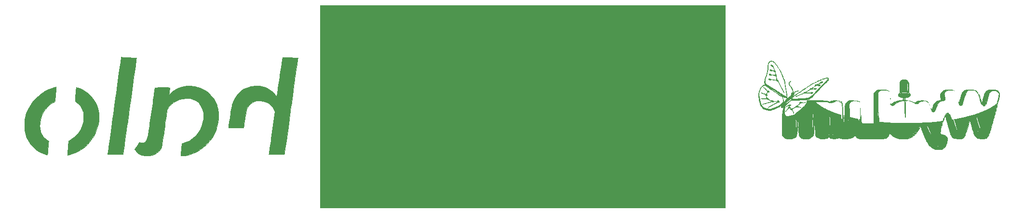
<source format=gbr>
%TF.GenerationSoftware,KiCad,Pcbnew,5.1.7-a382d34a8~87~ubuntu20.04.1*%
%TF.CreationDate,2020-11-03T23:07:43+05:30*%
%TF.ProjectId,halo,68616c6f-2e6b-4696-9361-645f70636258,v1*%
%TF.SameCoordinates,Original*%
%TF.FileFunction,Legend,Bot*%
%TF.FilePolarity,Positive*%
%FSLAX46Y46*%
G04 Gerber Fmt 4.6, Leading zero omitted, Abs format (unit mm)*
G04 Created by KiCad (PCBNEW 5.1.7-a382d34a8~87~ubuntu20.04.1) date 2020-11-03 23:07:43*
%MOMM*%
%LPD*%
G01*
G04 APERTURE LIST*
%ADD10C,0.100000*%
%ADD11C,0.010000*%
%ADD12C,0.500000*%
%ADD13O,1.000000X2.000000*%
%ADD14O,1.200000X2.400000*%
%ADD15O,1.600000X1.000000*%
%ADD16C,1.600000*%
%ADD17C,1.800000*%
%ADD18C,3.175000*%
%ADD19C,6.400000*%
%ADD20C,0.800000*%
G04 APERTURE END LIST*
D10*
G36*
X175260000Y-119380000D02*
G01*
X104140000Y-119380000D01*
X104140000Y-83820000D01*
X175260000Y-83820000D01*
X175260000Y-119380000D01*
G37*
X175260000Y-119380000D02*
X104140000Y-119380000D01*
X104140000Y-83820000D01*
X175260000Y-83820000D01*
X175260000Y-119380000D01*
D11*
%TO.C,G1*%
G36*
X80865451Y-97997905D02*
G01*
X80574079Y-98011629D01*
X80337410Y-98037957D01*
X80308204Y-98043007D01*
X79813034Y-98165076D01*
X79319014Y-98345157D01*
X78843230Y-98574165D01*
X78402770Y-98843015D01*
X78014722Y-99142624D01*
X77748532Y-99403866D01*
X77652950Y-99505263D01*
X77583704Y-99569351D01*
X77554816Y-99583251D01*
X77554667Y-99581942D01*
X77560343Y-99528451D01*
X77575924Y-99407379D01*
X77599246Y-99234949D01*
X77628142Y-99027380D01*
X77638672Y-98952946D01*
X77669074Y-98735613D01*
X77694672Y-98546391D01*
X77713262Y-98402044D01*
X77722641Y-98319333D01*
X77723338Y-98308583D01*
X77705558Y-98293076D01*
X77647063Y-98280695D01*
X77540769Y-98271156D01*
X77379591Y-98264172D01*
X77156443Y-98259458D01*
X76864240Y-98256727D01*
X76495896Y-98255694D01*
X76411667Y-98255667D01*
X76032523Y-98256945D01*
X75710056Y-98260666D01*
X75449885Y-98266656D01*
X75257631Y-98274740D01*
X75138915Y-98284745D01*
X75099334Y-98296217D01*
X75093270Y-98355552D01*
X75075752Y-98491704D01*
X75047794Y-98697749D01*
X75010406Y-98966760D01*
X74964602Y-99291812D01*
X74911394Y-99665977D01*
X74851793Y-100082331D01*
X74786813Y-100533948D01*
X74717465Y-101013901D01*
X74644761Y-101515264D01*
X74569715Y-102031112D01*
X74493337Y-102554519D01*
X74416641Y-103078559D01*
X74340639Y-103596305D01*
X74266342Y-104100832D01*
X74194763Y-104585214D01*
X74126915Y-105042525D01*
X74063809Y-105465840D01*
X74006458Y-105848231D01*
X73955874Y-106182774D01*
X73913070Y-106462541D01*
X73879057Y-106680608D01*
X73854848Y-106830049D01*
X73841455Y-106903937D01*
X73841015Y-106905825D01*
X73752270Y-107194571D01*
X73634547Y-107459282D01*
X73498377Y-107679893D01*
X73354291Y-107836335D01*
X73351509Y-107838585D01*
X73240615Y-107915270D01*
X73126602Y-107958642D01*
X72973926Y-107980681D01*
X72917680Y-107984770D01*
X72735912Y-107988121D01*
X72612202Y-107968124D01*
X72539744Y-107933759D01*
X72459710Y-107884849D01*
X72417496Y-107865333D01*
X72390528Y-107899455D01*
X72326378Y-107994296D01*
X72232399Y-108138570D01*
X72115948Y-108320991D01*
X71989537Y-108522012D01*
X71579394Y-109178690D01*
X71669099Y-109323835D01*
X71866250Y-109571507D01*
X72131698Y-109796840D01*
X72449918Y-109989418D01*
X72805384Y-110138822D01*
X72949238Y-110182723D01*
X73205830Y-110231629D01*
X73513675Y-110257426D01*
X73844497Y-110260530D01*
X74170015Y-110241355D01*
X74461952Y-110200315D01*
X74633667Y-110158028D01*
X75064770Y-109990368D01*
X75447609Y-109774327D01*
X75773514Y-109516579D01*
X76033814Y-109223798D01*
X76195259Y-108956009D01*
X76219666Y-108902871D01*
X76242470Y-108845158D01*
X76264672Y-108776849D01*
X76287270Y-108691928D01*
X76311267Y-108584374D01*
X76337663Y-108448170D01*
X76367457Y-108277297D01*
X76401652Y-108065736D01*
X76441246Y-107807469D01*
X76487242Y-107496477D01*
X76540638Y-107126741D01*
X76602437Y-106692244D01*
X76673638Y-106186965D01*
X76755241Y-105604888D01*
X76770668Y-105494667D01*
X76842867Y-104980553D01*
X76912520Y-104488089D01*
X76978630Y-104024118D01*
X77040198Y-103595485D01*
X77096226Y-103209034D01*
X77145716Y-102871609D01*
X77187669Y-102590055D01*
X77221088Y-102371217D01*
X77244974Y-102221938D01*
X77258328Y-102149064D01*
X77258980Y-102146483D01*
X77319692Y-102007000D01*
X77430960Y-101829690D01*
X77579385Y-101632210D01*
X77751572Y-101432217D01*
X77934124Y-101247371D01*
X77957563Y-101225699D01*
X78422817Y-100853252D01*
X78916196Y-100560661D01*
X79437762Y-100347901D01*
X79987581Y-100214947D01*
X80565717Y-100161774D01*
X80664824Y-100160666D01*
X81158261Y-100186629D01*
X81595129Y-100267425D01*
X81986837Y-100407416D01*
X82344794Y-100610964D01*
X82680411Y-100882430D01*
X82763881Y-100963136D01*
X83076837Y-101334687D01*
X83322497Y-101754646D01*
X83499417Y-102218206D01*
X83606155Y-102720561D01*
X83641266Y-103256905D01*
X83608890Y-103777726D01*
X83492676Y-104438194D01*
X83306286Y-105054612D01*
X83046396Y-105634880D01*
X82709685Y-106186901D01*
X82451439Y-106530131D01*
X82078048Y-106934993D01*
X81655664Y-107293177D01*
X81198458Y-107595353D01*
X80720601Y-107832194D01*
X80236264Y-107994369D01*
X80221667Y-107998011D01*
X80058452Y-108039561D01*
X79929585Y-108074704D01*
X79854922Y-108097924D01*
X79844531Y-108102770D01*
X79836339Y-108147435D01*
X79823057Y-108262326D01*
X79805891Y-108433237D01*
X79786047Y-108645963D01*
X79764730Y-108886296D01*
X79743147Y-109140030D01*
X79722503Y-109392961D01*
X79704005Y-109630880D01*
X79688858Y-109839584D01*
X79678269Y-110004864D01*
X79673443Y-110112516D01*
X79673323Y-110119583D01*
X79671334Y-110278333D01*
X79872417Y-110274233D01*
X80009980Y-110265534D01*
X80196245Y-110246087D01*
X80396498Y-110219652D01*
X80447385Y-110211972D01*
X81146623Y-110061056D01*
X81824732Y-109831859D01*
X82476025Y-109529348D01*
X83094816Y-109158490D01*
X83675417Y-108724250D01*
X84212144Y-108231595D01*
X84699309Y-107685490D01*
X85131227Y-107090903D01*
X85502210Y-106452798D01*
X85806573Y-105776142D01*
X85933333Y-105420812D01*
X86051421Y-105029762D01*
X86138667Y-104666018D01*
X86198697Y-104304997D01*
X86235141Y-103922117D01*
X86251624Y-103492796D01*
X86253515Y-103251000D01*
X86249814Y-102874761D01*
X86236765Y-102561825D01*
X86211299Y-102291060D01*
X86170349Y-102041335D01*
X86110846Y-101791519D01*
X86029722Y-101520480D01*
X85980727Y-101372274D01*
X85733649Y-100767954D01*
X85419675Y-100213250D01*
X85042886Y-99711619D01*
X84607362Y-99266516D01*
X84117186Y-98881400D01*
X83576437Y-98559727D01*
X82989198Y-98304954D01*
X82359548Y-98120537D01*
X82074108Y-98063265D01*
X81815855Y-98029464D01*
X81511532Y-98007111D01*
X81186333Y-97996495D01*
X80865451Y-97997905D01*
G37*
X80865451Y-97997905D02*
X80574079Y-98011629D01*
X80337410Y-98037957D01*
X80308204Y-98043007D01*
X79813034Y-98165076D01*
X79319014Y-98345157D01*
X78843230Y-98574165D01*
X78402770Y-98843015D01*
X78014722Y-99142624D01*
X77748532Y-99403866D01*
X77652950Y-99505263D01*
X77583704Y-99569351D01*
X77554816Y-99583251D01*
X77554667Y-99581942D01*
X77560343Y-99528451D01*
X77575924Y-99407379D01*
X77599246Y-99234949D01*
X77628142Y-99027380D01*
X77638672Y-98952946D01*
X77669074Y-98735613D01*
X77694672Y-98546391D01*
X77713262Y-98402044D01*
X77722641Y-98319333D01*
X77723338Y-98308583D01*
X77705558Y-98293076D01*
X77647063Y-98280695D01*
X77540769Y-98271156D01*
X77379591Y-98264172D01*
X77156443Y-98259458D01*
X76864240Y-98256727D01*
X76495896Y-98255694D01*
X76411667Y-98255667D01*
X76032523Y-98256945D01*
X75710056Y-98260666D01*
X75449885Y-98266656D01*
X75257631Y-98274740D01*
X75138915Y-98284745D01*
X75099334Y-98296217D01*
X75093270Y-98355552D01*
X75075752Y-98491704D01*
X75047794Y-98697749D01*
X75010406Y-98966760D01*
X74964602Y-99291812D01*
X74911394Y-99665977D01*
X74851793Y-100082331D01*
X74786813Y-100533948D01*
X74717465Y-101013901D01*
X74644761Y-101515264D01*
X74569715Y-102031112D01*
X74493337Y-102554519D01*
X74416641Y-103078559D01*
X74340639Y-103596305D01*
X74266342Y-104100832D01*
X74194763Y-104585214D01*
X74126915Y-105042525D01*
X74063809Y-105465840D01*
X74006458Y-105848231D01*
X73955874Y-106182774D01*
X73913070Y-106462541D01*
X73879057Y-106680608D01*
X73854848Y-106830049D01*
X73841455Y-106903937D01*
X73841015Y-106905825D01*
X73752270Y-107194571D01*
X73634547Y-107459282D01*
X73498377Y-107679893D01*
X73354291Y-107836335D01*
X73351509Y-107838585D01*
X73240615Y-107915270D01*
X73126602Y-107958642D01*
X72973926Y-107980681D01*
X72917680Y-107984770D01*
X72735912Y-107988121D01*
X72612202Y-107968124D01*
X72539744Y-107933759D01*
X72459710Y-107884849D01*
X72417496Y-107865333D01*
X72390528Y-107899455D01*
X72326378Y-107994296D01*
X72232399Y-108138570D01*
X72115948Y-108320991D01*
X71989537Y-108522012D01*
X71579394Y-109178690D01*
X71669099Y-109323835D01*
X71866250Y-109571507D01*
X72131698Y-109796840D01*
X72449918Y-109989418D01*
X72805384Y-110138822D01*
X72949238Y-110182723D01*
X73205830Y-110231629D01*
X73513675Y-110257426D01*
X73844497Y-110260530D01*
X74170015Y-110241355D01*
X74461952Y-110200315D01*
X74633667Y-110158028D01*
X75064770Y-109990368D01*
X75447609Y-109774327D01*
X75773514Y-109516579D01*
X76033814Y-109223798D01*
X76195259Y-108956009D01*
X76219666Y-108902871D01*
X76242470Y-108845158D01*
X76264672Y-108776849D01*
X76287270Y-108691928D01*
X76311267Y-108584374D01*
X76337663Y-108448170D01*
X76367457Y-108277297D01*
X76401652Y-108065736D01*
X76441246Y-107807469D01*
X76487242Y-107496477D01*
X76540638Y-107126741D01*
X76602437Y-106692244D01*
X76673638Y-106186965D01*
X76755241Y-105604888D01*
X76770668Y-105494667D01*
X76842867Y-104980553D01*
X76912520Y-104488089D01*
X76978630Y-104024118D01*
X77040198Y-103595485D01*
X77096226Y-103209034D01*
X77145716Y-102871609D01*
X77187669Y-102590055D01*
X77221088Y-102371217D01*
X77244974Y-102221938D01*
X77258328Y-102149064D01*
X77258980Y-102146483D01*
X77319692Y-102007000D01*
X77430960Y-101829690D01*
X77579385Y-101632210D01*
X77751572Y-101432217D01*
X77934124Y-101247371D01*
X77957563Y-101225699D01*
X78422817Y-100853252D01*
X78916196Y-100560661D01*
X79437762Y-100347901D01*
X79987581Y-100214947D01*
X80565717Y-100161774D01*
X80664824Y-100160666D01*
X81158261Y-100186629D01*
X81595129Y-100267425D01*
X81986837Y-100407416D01*
X82344794Y-100610964D01*
X82680411Y-100882430D01*
X82763881Y-100963136D01*
X83076837Y-101334687D01*
X83322497Y-101754646D01*
X83499417Y-102218206D01*
X83606155Y-102720561D01*
X83641266Y-103256905D01*
X83608890Y-103777726D01*
X83492676Y-104438194D01*
X83306286Y-105054612D01*
X83046396Y-105634880D01*
X82709685Y-106186901D01*
X82451439Y-106530131D01*
X82078048Y-106934993D01*
X81655664Y-107293177D01*
X81198458Y-107595353D01*
X80720601Y-107832194D01*
X80236264Y-107994369D01*
X80221667Y-107998011D01*
X80058452Y-108039561D01*
X79929585Y-108074704D01*
X79854922Y-108097924D01*
X79844531Y-108102770D01*
X79836339Y-108147435D01*
X79823057Y-108262326D01*
X79805891Y-108433237D01*
X79786047Y-108645963D01*
X79764730Y-108886296D01*
X79743147Y-109140030D01*
X79722503Y-109392961D01*
X79704005Y-109630880D01*
X79688858Y-109839584D01*
X79678269Y-110004864D01*
X79673443Y-110112516D01*
X79673323Y-110119583D01*
X79671334Y-110278333D01*
X79872417Y-110274233D01*
X80009980Y-110265534D01*
X80196245Y-110246087D01*
X80396498Y-110219652D01*
X80447385Y-110211972D01*
X81146623Y-110061056D01*
X81824732Y-109831859D01*
X82476025Y-109529348D01*
X83094816Y-109158490D01*
X83675417Y-108724250D01*
X84212144Y-108231595D01*
X84699309Y-107685490D01*
X85131227Y-107090903D01*
X85502210Y-106452798D01*
X85806573Y-105776142D01*
X85933333Y-105420812D01*
X86051421Y-105029762D01*
X86138667Y-104666018D01*
X86198697Y-104304997D01*
X86235141Y-103922117D01*
X86251624Y-103492796D01*
X86253515Y-103251000D01*
X86249814Y-102874761D01*
X86236765Y-102561825D01*
X86211299Y-102291060D01*
X86170349Y-102041335D01*
X86110846Y-101791519D01*
X86029722Y-101520480D01*
X85980727Y-101372274D01*
X85733649Y-100767954D01*
X85419675Y-100213250D01*
X85042886Y-99711619D01*
X84607362Y-99266516D01*
X84117186Y-98881400D01*
X83576437Y-98559727D01*
X82989198Y-98304954D01*
X82359548Y-98120537D01*
X82074108Y-98063265D01*
X81815855Y-98029464D01*
X81511532Y-98007111D01*
X81186333Y-97996495D01*
X80865451Y-97997905D01*
G36*
X61326503Y-98247107D02*
G01*
X61299685Y-98271076D01*
X61291386Y-98289193D01*
X61280601Y-98348514D01*
X61264416Y-98478180D01*
X61244115Y-98664135D01*
X61220981Y-98892323D01*
X61196300Y-99148687D01*
X61171355Y-99419170D01*
X61147430Y-99689716D01*
X61125808Y-99946267D01*
X61107775Y-100174769D01*
X61094614Y-100361163D01*
X61087608Y-100491393D01*
X61086807Y-100528820D01*
X61096655Y-100610445D01*
X61136849Y-100678191D01*
X61223774Y-100752579D01*
X61316505Y-100816477D01*
X61665195Y-101096530D01*
X61973898Y-101442925D01*
X62233660Y-101843231D01*
X62435525Y-102285017D01*
X62490695Y-102446667D01*
X62528646Y-102577164D01*
X62555447Y-102698619D01*
X62572879Y-102829863D01*
X62582726Y-102989728D01*
X62586768Y-103197047D01*
X62586822Y-103462667D01*
X62583674Y-103748867D01*
X62575831Y-103970162D01*
X62561485Y-104146261D01*
X62538831Y-104296877D01*
X62506062Y-104441720D01*
X62492436Y-104492644D01*
X62285937Y-105103168D01*
X62017698Y-105666349D01*
X61691516Y-106177196D01*
X61311187Y-106630717D01*
X60880510Y-107021922D01*
X60403281Y-107345819D01*
X60262849Y-107423235D01*
X60091079Y-107520059D01*
X59989001Y-107595265D01*
X59946870Y-107656528D01*
X59944457Y-107673903D01*
X59940753Y-107742108D01*
X59930750Y-107880387D01*
X59915650Y-108074480D01*
X59896653Y-108310127D01*
X59874962Y-108573068D01*
X59851777Y-108849044D01*
X59828299Y-109123793D01*
X59805729Y-109383057D01*
X59785268Y-109612575D01*
X59768118Y-109798088D01*
X59755480Y-109925335D01*
X59752721Y-109950250D01*
X59744469Y-110079366D01*
X59760007Y-110140141D01*
X59783792Y-110149395D01*
X59844035Y-110136734D01*
X59966669Y-110103805D01*
X60133315Y-110055737D01*
X60308522Y-110002919D01*
X61027451Y-109745336D01*
X61688659Y-109430515D01*
X62301285Y-109053162D01*
X62874467Y-108607983D01*
X63151584Y-108355952D01*
X63672804Y-107803775D01*
X64121377Y-107211968D01*
X64499247Y-106577016D01*
X64808357Y-105895404D01*
X65050650Y-105163614D01*
X65159747Y-104722042D01*
X65194225Y-104552457D01*
X65219413Y-104392913D01*
X65236679Y-104224948D01*
X65247393Y-104030096D01*
X65252921Y-103789895D01*
X65254633Y-103485881D01*
X65254647Y-103441500D01*
X65253758Y-103142515D01*
X65250134Y-102910326D01*
X65242221Y-102727072D01*
X65228463Y-102574892D01*
X65207305Y-102435923D01*
X65177193Y-102292304D01*
X65142025Y-102147778D01*
X65078812Y-101916562D01*
X65003729Y-101671642D01*
X64928936Y-101451737D01*
X64896182Y-101365107D01*
X64617411Y-100776059D01*
X64268658Y-100231001D01*
X63854918Y-99734592D01*
X63381186Y-99291490D01*
X62852456Y-98906355D01*
X62273724Y-98583845D01*
X61649985Y-98328620D01*
X61635445Y-98323679D01*
X61476598Y-98271626D01*
X61379546Y-98246696D01*
X61326503Y-98247107D01*
G37*
X61326503Y-98247107D02*
X61299685Y-98271076D01*
X61291386Y-98289193D01*
X61280601Y-98348514D01*
X61264416Y-98478180D01*
X61244115Y-98664135D01*
X61220981Y-98892323D01*
X61196300Y-99148687D01*
X61171355Y-99419170D01*
X61147430Y-99689716D01*
X61125808Y-99946267D01*
X61107775Y-100174769D01*
X61094614Y-100361163D01*
X61087608Y-100491393D01*
X61086807Y-100528820D01*
X61096655Y-100610445D01*
X61136849Y-100678191D01*
X61223774Y-100752579D01*
X61316505Y-100816477D01*
X61665195Y-101096530D01*
X61973898Y-101442925D01*
X62233660Y-101843231D01*
X62435525Y-102285017D01*
X62490695Y-102446667D01*
X62528646Y-102577164D01*
X62555447Y-102698619D01*
X62572879Y-102829863D01*
X62582726Y-102989728D01*
X62586768Y-103197047D01*
X62586822Y-103462667D01*
X62583674Y-103748867D01*
X62575831Y-103970162D01*
X62561485Y-104146261D01*
X62538831Y-104296877D01*
X62506062Y-104441720D01*
X62492436Y-104492644D01*
X62285937Y-105103168D01*
X62017698Y-105666349D01*
X61691516Y-106177196D01*
X61311187Y-106630717D01*
X60880510Y-107021922D01*
X60403281Y-107345819D01*
X60262849Y-107423235D01*
X60091079Y-107520059D01*
X59989001Y-107595265D01*
X59946870Y-107656528D01*
X59944457Y-107673903D01*
X59940753Y-107742108D01*
X59930750Y-107880387D01*
X59915650Y-108074480D01*
X59896653Y-108310127D01*
X59874962Y-108573068D01*
X59851777Y-108849044D01*
X59828299Y-109123793D01*
X59805729Y-109383057D01*
X59785268Y-109612575D01*
X59768118Y-109798088D01*
X59755480Y-109925335D01*
X59752721Y-109950250D01*
X59744469Y-110079366D01*
X59760007Y-110140141D01*
X59783792Y-110149395D01*
X59844035Y-110136734D01*
X59966669Y-110103805D01*
X60133315Y-110055737D01*
X60308522Y-110002919D01*
X61027451Y-109745336D01*
X61688659Y-109430515D01*
X62301285Y-109053162D01*
X62874467Y-108607983D01*
X63151584Y-108355952D01*
X63672804Y-107803775D01*
X64121377Y-107211968D01*
X64499247Y-106577016D01*
X64808357Y-105895404D01*
X65050650Y-105163614D01*
X65159747Y-104722042D01*
X65194225Y-104552457D01*
X65219413Y-104392913D01*
X65236679Y-104224948D01*
X65247393Y-104030096D01*
X65252921Y-103789895D01*
X65254633Y-103485881D01*
X65254647Y-103441500D01*
X65253758Y-103142515D01*
X65250134Y-102910326D01*
X65242221Y-102727072D01*
X65228463Y-102574892D01*
X65207305Y-102435923D01*
X65177193Y-102292304D01*
X65142025Y-102147778D01*
X65078812Y-101916562D01*
X65003729Y-101671642D01*
X64928936Y-101451737D01*
X64896182Y-101365107D01*
X64617411Y-100776059D01*
X64268658Y-100231001D01*
X63854918Y-99734592D01*
X63381186Y-99291490D01*
X62852456Y-98906355D01*
X62273724Y-98583845D01*
X61649985Y-98328620D01*
X61635445Y-98323679D01*
X61476598Y-98271626D01*
X61379546Y-98246696D01*
X61326503Y-98247107D01*
G36*
X57594784Y-98197939D02*
G01*
X57433124Y-98244335D01*
X57246718Y-98303070D01*
X56509408Y-98580480D01*
X55816029Y-98924275D01*
X55170572Y-99330179D01*
X54577024Y-99793913D01*
X54039376Y-100311201D01*
X53561615Y-100877767D01*
X53147732Y-101489332D01*
X52801714Y-102141619D01*
X52527551Y-102830353D01*
X52329232Y-103551255D01*
X52322457Y-103582954D01*
X52261169Y-103959331D01*
X52221711Y-104387436D01*
X52204972Y-104836959D01*
X52211845Y-105277590D01*
X52243220Y-105679021D01*
X52257636Y-105787899D01*
X52395898Y-106456142D01*
X52605446Y-107082185D01*
X52883516Y-107662630D01*
X53227347Y-108194084D01*
X53634176Y-108673149D01*
X54101242Y-109096430D01*
X54625781Y-109460532D01*
X55205031Y-109762058D01*
X55626000Y-109928656D01*
X55852950Y-110007373D01*
X56012581Y-110059000D01*
X56117486Y-110084424D01*
X56180254Y-110084533D01*
X56213480Y-110060216D01*
X56229753Y-110012359D01*
X56236777Y-109971727D01*
X56247554Y-109884566D01*
X56263493Y-109730091D01*
X56283320Y-109523087D01*
X56305761Y-109278338D01*
X56329542Y-109010631D01*
X56353390Y-108734750D01*
X56376031Y-108465481D01*
X56396192Y-108217609D01*
X56412597Y-108005919D01*
X56423975Y-107845196D01*
X56429050Y-107750225D01*
X56429183Y-107738333D01*
X56412787Y-107670605D01*
X56355452Y-107605163D01*
X56242097Y-107527220D01*
X56171472Y-107485662D01*
X55927270Y-107314209D01*
X55680880Y-107085893D01*
X55454740Y-106824857D01*
X55271284Y-106555245D01*
X55221148Y-106463000D01*
X55040874Y-106016131D01*
X54926036Y-105528802D01*
X54879280Y-105017351D01*
X54903055Y-104499833D01*
X55016765Y-103869065D01*
X55206152Y-103269805D01*
X55467669Y-102707592D01*
X55797769Y-102187962D01*
X56192905Y-101716454D01*
X56649528Y-101298604D01*
X57164092Y-100939952D01*
X57195558Y-100921131D01*
X57558615Y-100705854D01*
X57652868Y-99533677D01*
X57678276Y-99222970D01*
X57702524Y-98936295D01*
X57724541Y-98685566D01*
X57743255Y-98482697D01*
X57757595Y-98339602D01*
X57766489Y-98268197D01*
X57766867Y-98266250D01*
X57771998Y-98212719D01*
X57752705Y-98182946D01*
X57697472Y-98177748D01*
X57594784Y-98197939D01*
G37*
X57594784Y-98197939D02*
X57433124Y-98244335D01*
X57246718Y-98303070D01*
X56509408Y-98580480D01*
X55816029Y-98924275D01*
X55170572Y-99330179D01*
X54577024Y-99793913D01*
X54039376Y-100311201D01*
X53561615Y-100877767D01*
X53147732Y-101489332D01*
X52801714Y-102141619D01*
X52527551Y-102830353D01*
X52329232Y-103551255D01*
X52322457Y-103582954D01*
X52261169Y-103959331D01*
X52221711Y-104387436D01*
X52204972Y-104836959D01*
X52211845Y-105277590D01*
X52243220Y-105679021D01*
X52257636Y-105787899D01*
X52395898Y-106456142D01*
X52605446Y-107082185D01*
X52883516Y-107662630D01*
X53227347Y-108194084D01*
X53634176Y-108673149D01*
X54101242Y-109096430D01*
X54625781Y-109460532D01*
X55205031Y-109762058D01*
X55626000Y-109928656D01*
X55852950Y-110007373D01*
X56012581Y-110059000D01*
X56117486Y-110084424D01*
X56180254Y-110084533D01*
X56213480Y-110060216D01*
X56229753Y-110012359D01*
X56236777Y-109971727D01*
X56247554Y-109884566D01*
X56263493Y-109730091D01*
X56283320Y-109523087D01*
X56305761Y-109278338D01*
X56329542Y-109010631D01*
X56353390Y-108734750D01*
X56376031Y-108465481D01*
X56396192Y-108217609D01*
X56412597Y-108005919D01*
X56423975Y-107845196D01*
X56429050Y-107750225D01*
X56429183Y-107738333D01*
X56412787Y-107670605D01*
X56355452Y-107605163D01*
X56242097Y-107527220D01*
X56171472Y-107485662D01*
X55927270Y-107314209D01*
X55680880Y-107085893D01*
X55454740Y-106824857D01*
X55271284Y-106555245D01*
X55221148Y-106463000D01*
X55040874Y-106016131D01*
X54926036Y-105528802D01*
X54879280Y-105017351D01*
X54903055Y-104499833D01*
X55016765Y-103869065D01*
X55206152Y-103269805D01*
X55467669Y-102707592D01*
X55797769Y-102187962D01*
X56192905Y-101716454D01*
X56649528Y-101298604D01*
X57164092Y-100939952D01*
X57195558Y-100921131D01*
X57558615Y-100705854D01*
X57652868Y-99533677D01*
X57678276Y-99222970D01*
X57702524Y-98936295D01*
X57724541Y-98685566D01*
X57743255Y-98482697D01*
X57757595Y-98339602D01*
X57766489Y-98268197D01*
X57766867Y-98266250D01*
X57771998Y-98212719D01*
X57752705Y-98182946D01*
X57697472Y-98177748D01*
X57594784Y-98197939D01*
G36*
X97558841Y-92947385D02*
G01*
X97536034Y-92951893D01*
X97525705Y-92997978D01*
X97504288Y-93121586D01*
X97472737Y-93316436D01*
X97432008Y-93576246D01*
X97383056Y-93894733D01*
X97326835Y-94265616D01*
X97264302Y-94682612D01*
X97196411Y-95139439D01*
X97124118Y-95629816D01*
X97048378Y-96147460D01*
X97009568Y-96414167D01*
X96932773Y-96942332D01*
X96859401Y-97445861D01*
X96790368Y-97918531D01*
X96726592Y-98354122D01*
X96668987Y-98746412D01*
X96618470Y-99089180D01*
X96575956Y-99376203D01*
X96542362Y-99601261D01*
X96518604Y-99758133D01*
X96505598Y-99840596D01*
X96503402Y-99851995D01*
X96476080Y-99824844D01*
X96409900Y-99744752D01*
X96316872Y-99626461D01*
X96270427Y-99565977D01*
X95899751Y-99148446D01*
X95472707Y-98789334D01*
X94997205Y-98491953D01*
X94481156Y-98259613D01*
X93932471Y-98095627D01*
X93359059Y-98003307D01*
X92768832Y-97985964D01*
X92531384Y-98000622D01*
X92306355Y-98024583D01*
X92076226Y-98056032D01*
X91876847Y-98089806D01*
X91800025Y-98105922D01*
X91260304Y-98273735D01*
X90754398Y-98517073D01*
X90286936Y-98831986D01*
X89862546Y-99214522D01*
X89485857Y-99660730D01*
X89161497Y-100166659D01*
X88990733Y-100504172D01*
X88894796Y-100720060D01*
X88810671Y-100927697D01*
X88736044Y-101137055D01*
X88668598Y-101358111D01*
X88606019Y-101600839D01*
X88545991Y-101875214D01*
X88486199Y-102191210D01*
X88424328Y-102558802D01*
X88358061Y-102987966D01*
X88285085Y-103488675D01*
X88264699Y-103632000D01*
X88214828Y-103982529D01*
X88167926Y-104309368D01*
X88125486Y-104602335D01*
X88088998Y-104851246D01*
X88059955Y-105045920D01*
X88039848Y-105176175D01*
X88030586Y-105230083D01*
X88009387Y-105325333D01*
X90676387Y-105325333D01*
X90697263Y-105230083D01*
X90708220Y-105165813D01*
X90729419Y-105028628D01*
X90759247Y-104829450D01*
X90796090Y-104579196D01*
X90838336Y-104288785D01*
X90884370Y-103969136D01*
X90908365Y-103801333D01*
X90958338Y-103462002D01*
X91008925Y-103138485D01*
X91057936Y-102843361D01*
X91103181Y-102589210D01*
X91142467Y-102388610D01*
X91173606Y-102254140D01*
X91183596Y-102220792D01*
X91370765Y-101796232D01*
X91619419Y-101427613D01*
X91926223Y-101118412D01*
X92287837Y-100872109D01*
X92624696Y-100718861D01*
X92942737Y-100634395D01*
X93304649Y-100592107D01*
X93680245Y-100593134D01*
X94039343Y-100638610D01*
X94141970Y-100661753D01*
X94619185Y-100822218D01*
X95045571Y-101049825D01*
X95422246Y-101345490D01*
X95750328Y-101710129D01*
X96030934Y-102144656D01*
X96090012Y-102256819D01*
X96219008Y-102511472D01*
X95694401Y-106130319D01*
X95615120Y-106676792D01*
X95538899Y-107201352D01*
X95466668Y-107697655D01*
X95399354Y-108159355D01*
X95337888Y-108580108D01*
X95283197Y-108953568D01*
X95236210Y-109273390D01*
X95197858Y-109533229D01*
X95169068Y-109726739D01*
X95150769Y-109847575D01*
X95144479Y-109886750D01*
X95119164Y-110024333D01*
X97825607Y-110024333D01*
X97849610Y-109907917D01*
X97857390Y-109856934D01*
X97876144Y-109727272D01*
X97905193Y-109523788D01*
X97943856Y-109251340D01*
X97991452Y-108914787D01*
X98047304Y-108518985D01*
X98110729Y-108068794D01*
X98181049Y-107569070D01*
X98257583Y-107024671D01*
X98339652Y-106440457D01*
X98426575Y-105821283D01*
X98517673Y-105172009D01*
X98612265Y-104497492D01*
X98709672Y-103802590D01*
X98809214Y-103092161D01*
X98910211Y-102371062D01*
X99011983Y-101644153D01*
X99113849Y-100916290D01*
X99215131Y-100192331D01*
X99315147Y-99477135D01*
X99413219Y-98775559D01*
X99508666Y-98092460D01*
X99600808Y-97432698D01*
X99688965Y-96801130D01*
X99772458Y-96202614D01*
X99850606Y-95642007D01*
X99922729Y-95124167D01*
X99988148Y-94653953D01*
X100046182Y-94236222D01*
X100096152Y-93875833D01*
X100137378Y-93577642D01*
X100169179Y-93346508D01*
X100190876Y-93187289D01*
X100201789Y-93104843D01*
X100203000Y-93094056D01*
X100162748Y-93083530D01*
X100050192Y-93070474D01*
X99877636Y-93055543D01*
X99657384Y-93039392D01*
X99401738Y-93022678D01*
X99123004Y-93006057D01*
X98833483Y-92990184D01*
X98545479Y-92975715D01*
X98271296Y-92963305D01*
X98023238Y-92953612D01*
X97813607Y-92947290D01*
X97654706Y-92944996D01*
X97558841Y-92947385D01*
G37*
X97558841Y-92947385D02*
X97536034Y-92951893D01*
X97525705Y-92997978D01*
X97504288Y-93121586D01*
X97472737Y-93316436D01*
X97432008Y-93576246D01*
X97383056Y-93894733D01*
X97326835Y-94265616D01*
X97264302Y-94682612D01*
X97196411Y-95139439D01*
X97124118Y-95629816D01*
X97048378Y-96147460D01*
X97009568Y-96414167D01*
X96932773Y-96942332D01*
X96859401Y-97445861D01*
X96790368Y-97918531D01*
X96726592Y-98354122D01*
X96668987Y-98746412D01*
X96618470Y-99089180D01*
X96575956Y-99376203D01*
X96542362Y-99601261D01*
X96518604Y-99758133D01*
X96505598Y-99840596D01*
X96503402Y-99851995D01*
X96476080Y-99824844D01*
X96409900Y-99744752D01*
X96316872Y-99626461D01*
X96270427Y-99565977D01*
X95899751Y-99148446D01*
X95472707Y-98789334D01*
X94997205Y-98491953D01*
X94481156Y-98259613D01*
X93932471Y-98095627D01*
X93359059Y-98003307D01*
X92768832Y-97985964D01*
X92531384Y-98000622D01*
X92306355Y-98024583D01*
X92076226Y-98056032D01*
X91876847Y-98089806D01*
X91800025Y-98105922D01*
X91260304Y-98273735D01*
X90754398Y-98517073D01*
X90286936Y-98831986D01*
X89862546Y-99214522D01*
X89485857Y-99660730D01*
X89161497Y-100166659D01*
X88990733Y-100504172D01*
X88894796Y-100720060D01*
X88810671Y-100927697D01*
X88736044Y-101137055D01*
X88668598Y-101358111D01*
X88606019Y-101600839D01*
X88545991Y-101875214D01*
X88486199Y-102191210D01*
X88424328Y-102558802D01*
X88358061Y-102987966D01*
X88285085Y-103488675D01*
X88264699Y-103632000D01*
X88214828Y-103982529D01*
X88167926Y-104309368D01*
X88125486Y-104602335D01*
X88088998Y-104851246D01*
X88059955Y-105045920D01*
X88039848Y-105176175D01*
X88030586Y-105230083D01*
X88009387Y-105325333D01*
X90676387Y-105325333D01*
X90697263Y-105230083D01*
X90708220Y-105165813D01*
X90729419Y-105028628D01*
X90759247Y-104829450D01*
X90796090Y-104579196D01*
X90838336Y-104288785D01*
X90884370Y-103969136D01*
X90908365Y-103801333D01*
X90958338Y-103462002D01*
X91008925Y-103138485D01*
X91057936Y-102843361D01*
X91103181Y-102589210D01*
X91142467Y-102388610D01*
X91173606Y-102254140D01*
X91183596Y-102220792D01*
X91370765Y-101796232D01*
X91619419Y-101427613D01*
X91926223Y-101118412D01*
X92287837Y-100872109D01*
X92624696Y-100718861D01*
X92942737Y-100634395D01*
X93304649Y-100592107D01*
X93680245Y-100593134D01*
X94039343Y-100638610D01*
X94141970Y-100661753D01*
X94619185Y-100822218D01*
X95045571Y-101049825D01*
X95422246Y-101345490D01*
X95750328Y-101710129D01*
X96030934Y-102144656D01*
X96090012Y-102256819D01*
X96219008Y-102511472D01*
X95694401Y-106130319D01*
X95615120Y-106676792D01*
X95538899Y-107201352D01*
X95466668Y-107697655D01*
X95399354Y-108159355D01*
X95337888Y-108580108D01*
X95283197Y-108953568D01*
X95236210Y-109273390D01*
X95197858Y-109533229D01*
X95169068Y-109726739D01*
X95150769Y-109847575D01*
X95144479Y-109886750D01*
X95119164Y-110024333D01*
X97825607Y-110024333D01*
X97849610Y-109907917D01*
X97857390Y-109856934D01*
X97876144Y-109727272D01*
X97905193Y-109523788D01*
X97943856Y-109251340D01*
X97991452Y-108914787D01*
X98047304Y-108518985D01*
X98110729Y-108068794D01*
X98181049Y-107569070D01*
X98257583Y-107024671D01*
X98339652Y-106440457D01*
X98426575Y-105821283D01*
X98517673Y-105172009D01*
X98612265Y-104497492D01*
X98709672Y-103802590D01*
X98809214Y-103092161D01*
X98910211Y-102371062D01*
X99011983Y-101644153D01*
X99113849Y-100916290D01*
X99215131Y-100192331D01*
X99315147Y-99477135D01*
X99413219Y-98775559D01*
X99508666Y-98092460D01*
X99600808Y-97432698D01*
X99688965Y-96801130D01*
X99772458Y-96202614D01*
X99850606Y-95642007D01*
X99922729Y-95124167D01*
X99988148Y-94653953D01*
X100046182Y-94236222D01*
X100096152Y-93875833D01*
X100137378Y-93577642D01*
X100169179Y-93346508D01*
X100190876Y-93187289D01*
X100201789Y-93104843D01*
X100203000Y-93094056D01*
X100162748Y-93083530D01*
X100050192Y-93070474D01*
X99877636Y-93055543D01*
X99657384Y-93039392D01*
X99401738Y-93022678D01*
X99123004Y-93006057D01*
X98833483Y-92990184D01*
X98545479Y-92975715D01*
X98271296Y-92963305D01*
X98023238Y-92953612D01*
X97813607Y-92947290D01*
X97654706Y-92944996D01*
X97558841Y-92947385D01*
G36*
X69196222Y-92929322D02*
G01*
X69189419Y-92971944D01*
X69171492Y-93094449D01*
X69143001Y-93292863D01*
X69104504Y-93563214D01*
X69056560Y-93901527D01*
X68999727Y-94303828D01*
X68934564Y-94766145D01*
X68861628Y-95284503D01*
X68781480Y-95854928D01*
X68694676Y-96473447D01*
X68601777Y-97136087D01*
X68503339Y-97838873D01*
X68399923Y-98577832D01*
X68292086Y-99348991D01*
X68180387Y-100148375D01*
X68065384Y-100972011D01*
X68013192Y-101346000D01*
X67896641Y-102181127D01*
X67783027Y-102994877D01*
X67672917Y-103783199D01*
X67566879Y-104542040D01*
X67465480Y-105267347D01*
X67369289Y-105955069D01*
X67278872Y-106601154D01*
X67194798Y-107201550D01*
X67117634Y-107752204D01*
X67047948Y-108249065D01*
X66986308Y-108688080D01*
X66933282Y-109065198D01*
X66889436Y-109376365D01*
X66855339Y-109617531D01*
X66831559Y-109784642D01*
X66818663Y-109873648D01*
X66816631Y-109886750D01*
X66792578Y-110024333D01*
X69506146Y-110024333D01*
X69532713Y-109844417D01*
X69570188Y-109587963D01*
X69616546Y-109266224D01*
X69671123Y-108884004D01*
X69733257Y-108446107D01*
X69802283Y-107957339D01*
X69877538Y-107422503D01*
X69958358Y-106846404D01*
X70044081Y-106233846D01*
X70134042Y-105589634D01*
X70227578Y-104918573D01*
X70324027Y-104225466D01*
X70422723Y-103515118D01*
X70523004Y-102792334D01*
X70624206Y-102061918D01*
X70725666Y-101328674D01*
X70826720Y-100597408D01*
X70926705Y-99872923D01*
X71024958Y-99160023D01*
X71120814Y-98463514D01*
X71213611Y-97788200D01*
X71302684Y-97138885D01*
X71387371Y-96520374D01*
X71467008Y-95937471D01*
X71540932Y-95394980D01*
X71608478Y-94897706D01*
X71668984Y-94450454D01*
X71721786Y-94058028D01*
X71766220Y-93725232D01*
X71801624Y-93456871D01*
X71827333Y-93257749D01*
X71842685Y-93132671D01*
X71847015Y-93086441D01*
X71846946Y-93086297D01*
X71800439Y-93078405D01*
X71682262Y-93067088D01*
X71504859Y-93053082D01*
X71280671Y-93037125D01*
X71022144Y-93019952D01*
X70741718Y-93002302D01*
X70451839Y-92984911D01*
X70164948Y-92968516D01*
X69893488Y-92953854D01*
X69649904Y-92941661D01*
X69446637Y-92932675D01*
X69296131Y-92927632D01*
X69210829Y-92927270D01*
X69196222Y-92929322D01*
G37*
X69196222Y-92929322D02*
X69189419Y-92971944D01*
X69171492Y-93094449D01*
X69143001Y-93292863D01*
X69104504Y-93563214D01*
X69056560Y-93901527D01*
X68999727Y-94303828D01*
X68934564Y-94766145D01*
X68861628Y-95284503D01*
X68781480Y-95854928D01*
X68694676Y-96473447D01*
X68601777Y-97136087D01*
X68503339Y-97838873D01*
X68399923Y-98577832D01*
X68292086Y-99348991D01*
X68180387Y-100148375D01*
X68065384Y-100972011D01*
X68013192Y-101346000D01*
X67896641Y-102181127D01*
X67783027Y-102994877D01*
X67672917Y-103783199D01*
X67566879Y-104542040D01*
X67465480Y-105267347D01*
X67369289Y-105955069D01*
X67278872Y-106601154D01*
X67194798Y-107201550D01*
X67117634Y-107752204D01*
X67047948Y-108249065D01*
X66986308Y-108688080D01*
X66933282Y-109065198D01*
X66889436Y-109376365D01*
X66855339Y-109617531D01*
X66831559Y-109784642D01*
X66818663Y-109873648D01*
X66816631Y-109886750D01*
X66792578Y-110024333D01*
X69506146Y-110024333D01*
X69532713Y-109844417D01*
X69570188Y-109587963D01*
X69616546Y-109266224D01*
X69671123Y-108884004D01*
X69733257Y-108446107D01*
X69802283Y-107957339D01*
X69877538Y-107422503D01*
X69958358Y-106846404D01*
X70044081Y-106233846D01*
X70134042Y-105589634D01*
X70227578Y-104918573D01*
X70324027Y-104225466D01*
X70422723Y-103515118D01*
X70523004Y-102792334D01*
X70624206Y-102061918D01*
X70725666Y-101328674D01*
X70826720Y-100597408D01*
X70926705Y-99872923D01*
X71024958Y-99160023D01*
X71120814Y-98463514D01*
X71213611Y-97788200D01*
X71302684Y-97138885D01*
X71387371Y-96520374D01*
X71467008Y-95937471D01*
X71540932Y-95394980D01*
X71608478Y-94897706D01*
X71668984Y-94450454D01*
X71721786Y-94058028D01*
X71766220Y-93725232D01*
X71801624Y-93456871D01*
X71827333Y-93257749D01*
X71842685Y-93132671D01*
X71847015Y-93086441D01*
X71846946Y-93086297D01*
X71800439Y-93078405D01*
X71682262Y-93067088D01*
X71504859Y-93053082D01*
X71280671Y-93037125D01*
X71022144Y-93019952D01*
X70741718Y-93002302D01*
X70451839Y-92984911D01*
X70164948Y-92968516D01*
X69893488Y-92953854D01*
X69649904Y-92941661D01*
X69446637Y-92932675D01*
X69296131Y-92927632D01*
X69210829Y-92927270D01*
X69196222Y-92929322D01*
%TO.C,G4*%
G36*
X209821827Y-104616210D02*
G01*
X209726723Y-104713368D01*
X209641334Y-104854603D01*
X209596522Y-104952208D01*
X209563946Y-105034025D01*
X209550105Y-105083595D01*
X209550000Y-105085922D01*
X209559920Y-105122716D01*
X209587211Y-105202206D01*
X209628171Y-105314723D01*
X209679097Y-105450600D01*
X209736287Y-105600169D01*
X209796038Y-105753763D01*
X209854649Y-105901714D01*
X209908415Y-106034354D01*
X209953636Y-106142016D01*
X209960536Y-106157889D01*
X209988285Y-106223891D01*
X210028930Y-106323654D01*
X210074824Y-106438363D01*
X210086680Y-106468333D01*
X210130547Y-106578923D01*
X210168957Y-106674719D01*
X210195346Y-106739381D01*
X210200062Y-106750555D01*
X210221567Y-106802121D01*
X210257473Y-106889800D01*
X210301131Y-106997330D01*
X210315452Y-107032777D01*
X210389675Y-107206090D01*
X210481153Y-107403302D01*
X210582745Y-107610363D01*
X210687312Y-107813222D01*
X210787714Y-107997830D01*
X210876812Y-108150134D01*
X210908966Y-108200816D01*
X211096388Y-108458082D01*
X211294218Y-108668839D01*
X211514360Y-108843001D01*
X211768717Y-108990484D01*
X211963000Y-109078808D01*
X212077184Y-109116907D01*
X212216744Y-109145000D01*
X212391203Y-109164433D01*
X212610079Y-109176550D01*
X212668556Y-109178469D01*
X212847061Y-109181978D01*
X212982779Y-109179914D01*
X213089171Y-109171397D01*
X213179698Y-109155550D01*
X213234186Y-109141536D01*
X213459789Y-109054656D01*
X213653401Y-108929037D01*
X213822586Y-108758756D01*
X213947844Y-108582529D01*
X213996312Y-108496317D01*
X214028810Y-108422337D01*
X214037334Y-108386301D01*
X214030072Y-108362537D01*
X214003018Y-108372709D01*
X213948269Y-108420585D01*
X213931500Y-108436768D01*
X213839369Y-108511831D01*
X213729606Y-108581650D01*
X213684556Y-108604634D01*
X213618500Y-108632020D01*
X213552718Y-108650498D01*
X213473935Y-108661764D01*
X213368877Y-108667513D01*
X213224269Y-108669441D01*
X213176556Y-108669527D01*
X212987123Y-108665945D01*
X212829569Y-108655572D01*
X212714083Y-108639194D01*
X212682667Y-108631356D01*
X212436730Y-108545233D01*
X212225351Y-108442509D01*
X212039267Y-108315647D01*
X211869216Y-108157112D01*
X211705934Y-107959368D01*
X211540158Y-107714880D01*
X211523658Y-107688490D01*
X211445652Y-107562311D01*
X211379475Y-107454035D01*
X211330308Y-107372237D01*
X211303329Y-107325488D01*
X211299778Y-107317956D01*
X211288410Y-107289957D01*
X211257493Y-107221460D01*
X211211809Y-107122900D01*
X211158644Y-107009993D01*
X211092922Y-106866142D01*
X211010822Y-106678028D01*
X210915891Y-106454196D01*
X210811678Y-106203194D01*
X210701730Y-105933566D01*
X210589595Y-105653860D01*
X210478821Y-105372622D01*
X210476888Y-105367666D01*
X210381936Y-105133369D01*
X210294725Y-104936478D01*
X210217431Y-104781428D01*
X210152227Y-104672650D01*
X210111387Y-104622986D01*
X210019105Y-104568582D01*
X209920936Y-104567135D01*
X209821827Y-104616210D01*
G37*
X209821827Y-104616210D02*
X209726723Y-104713368D01*
X209641334Y-104854603D01*
X209596522Y-104952208D01*
X209563946Y-105034025D01*
X209550105Y-105083595D01*
X209550000Y-105085922D01*
X209559920Y-105122716D01*
X209587211Y-105202206D01*
X209628171Y-105314723D01*
X209679097Y-105450600D01*
X209736287Y-105600169D01*
X209796038Y-105753763D01*
X209854649Y-105901714D01*
X209908415Y-106034354D01*
X209953636Y-106142016D01*
X209960536Y-106157889D01*
X209988285Y-106223891D01*
X210028930Y-106323654D01*
X210074824Y-106438363D01*
X210086680Y-106468333D01*
X210130547Y-106578923D01*
X210168957Y-106674719D01*
X210195346Y-106739381D01*
X210200062Y-106750555D01*
X210221567Y-106802121D01*
X210257473Y-106889800D01*
X210301131Y-106997330D01*
X210315452Y-107032777D01*
X210389675Y-107206090D01*
X210481153Y-107403302D01*
X210582745Y-107610363D01*
X210687312Y-107813222D01*
X210787714Y-107997830D01*
X210876812Y-108150134D01*
X210908966Y-108200816D01*
X211096388Y-108458082D01*
X211294218Y-108668839D01*
X211514360Y-108843001D01*
X211768717Y-108990484D01*
X211963000Y-109078808D01*
X212077184Y-109116907D01*
X212216744Y-109145000D01*
X212391203Y-109164433D01*
X212610079Y-109176550D01*
X212668556Y-109178469D01*
X212847061Y-109181978D01*
X212982779Y-109179914D01*
X213089171Y-109171397D01*
X213179698Y-109155550D01*
X213234186Y-109141536D01*
X213459789Y-109054656D01*
X213653401Y-108929037D01*
X213822586Y-108758756D01*
X213947844Y-108582529D01*
X213996312Y-108496317D01*
X214028810Y-108422337D01*
X214037334Y-108386301D01*
X214030072Y-108362537D01*
X214003018Y-108372709D01*
X213948269Y-108420585D01*
X213931500Y-108436768D01*
X213839369Y-108511831D01*
X213729606Y-108581650D01*
X213684556Y-108604634D01*
X213618500Y-108632020D01*
X213552718Y-108650498D01*
X213473935Y-108661764D01*
X213368877Y-108667513D01*
X213224269Y-108669441D01*
X213176556Y-108669527D01*
X212987123Y-108665945D01*
X212829569Y-108655572D01*
X212714083Y-108639194D01*
X212682667Y-108631356D01*
X212436730Y-108545233D01*
X212225351Y-108442509D01*
X212039267Y-108315647D01*
X211869216Y-108157112D01*
X211705934Y-107959368D01*
X211540158Y-107714880D01*
X211523658Y-107688490D01*
X211445652Y-107562311D01*
X211379475Y-107454035D01*
X211330308Y-107372237D01*
X211303329Y-107325488D01*
X211299778Y-107317956D01*
X211288410Y-107289957D01*
X211257493Y-107221460D01*
X211211809Y-107122900D01*
X211158644Y-107009993D01*
X211092922Y-106866142D01*
X211010822Y-106678028D01*
X210915891Y-106454196D01*
X210811678Y-106203194D01*
X210701730Y-105933566D01*
X210589595Y-105653860D01*
X210478821Y-105372622D01*
X210476888Y-105367666D01*
X210381936Y-105133369D01*
X210294725Y-104936478D01*
X210217431Y-104781428D01*
X210152227Y-104672650D01*
X210111387Y-104622986D01*
X210019105Y-104568582D01*
X209920936Y-104567135D01*
X209821827Y-104616210D01*
G36*
X183379037Y-93565481D02*
G01*
X183306916Y-93577987D01*
X183269277Y-93585869D01*
X183146631Y-93620872D01*
X183053043Y-93673674D01*
X182975729Y-93755396D01*
X182901904Y-93877157D01*
X182876280Y-93927711D01*
X182824724Y-94038395D01*
X182786372Y-94138848D01*
X182758471Y-94242117D01*
X182738271Y-94361255D01*
X182723018Y-94509310D01*
X182709961Y-94699334D01*
X182708556Y-94723093D01*
X182694399Y-94946658D01*
X182678978Y-95135522D01*
X182659913Y-95301278D01*
X182634825Y-95455523D01*
X182601332Y-95609850D01*
X182557054Y-95775857D01*
X182499612Y-95965137D01*
X182426624Y-96189287D01*
X182377335Y-96336555D01*
X182286983Y-96614965D01*
X182219090Y-96848014D01*
X182172425Y-97041572D01*
X182145756Y-97201509D01*
X182137851Y-97333694D01*
X182146317Y-97437222D01*
X182175774Y-97578941D01*
X182215017Y-97685287D01*
X182272732Y-97777319D01*
X182301177Y-97812757D01*
X182345536Y-97874472D01*
X182347777Y-97900294D01*
X182310985Y-97888135D01*
X182251410Y-97846444D01*
X182172039Y-97801764D01*
X182089482Y-97796950D01*
X181992709Y-97833621D01*
X181889761Y-97899532D01*
X181723116Y-98041805D01*
X181563764Y-98219400D01*
X181423393Y-98416405D01*
X181313686Y-98616909D01*
X181259104Y-98758219D01*
X181180928Y-99089525D01*
X181136963Y-99448280D01*
X181128014Y-99816432D01*
X181154888Y-100175933D01*
X181186999Y-100372333D01*
X181214698Y-100510624D01*
X181241652Y-100645448D01*
X181263712Y-100756043D01*
X181271590Y-100795666D01*
X181315359Y-101004589D01*
X181356937Y-101169824D01*
X181401544Y-101303638D01*
X181454402Y-101418300D01*
X181520732Y-101526076D01*
X181605756Y-101639234D01*
X181657510Y-101702384D01*
X181736378Y-101798222D01*
X181805436Y-101884558D01*
X181853492Y-101947313D01*
X181864000Y-101962170D01*
X181903135Y-101998959D01*
X181974071Y-102033390D01*
X182086134Y-102069384D01*
X182174445Y-102092722D01*
X182385426Y-102147805D01*
X182555410Y-102197158D01*
X182698914Y-102245251D01*
X182813024Y-102289342D01*
X182880791Y-102314246D01*
X182937391Y-102322982D01*
X183004210Y-102315637D01*
X183102632Y-102292301D01*
X183109357Y-102290563D01*
X183216482Y-102258833D01*
X183362537Y-102210017D01*
X183534452Y-102148987D01*
X183719160Y-102080613D01*
X183903591Y-102009768D01*
X184074676Y-101941320D01*
X184219347Y-101880142D01*
X184262889Y-101860633D01*
X184385117Y-101805647D01*
X184514390Y-101748920D01*
X184601556Y-101711672D01*
X184705395Y-101656215D01*
X184823365Y-101575132D01*
X184926786Y-101489261D01*
X185078129Y-101350376D01*
X185190366Y-101250163D01*
X185264595Y-101187678D01*
X185301916Y-101161977D01*
X185307111Y-101163082D01*
X185291345Y-101192048D01*
X185250033Y-101252520D01*
X185192739Y-101330574D01*
X185131054Y-101416248D01*
X185097723Y-101480592D01*
X185085286Y-101545901D01*
X185086282Y-101634471D01*
X185086905Y-101646863D01*
X185095445Y-101811666D01*
X185198706Y-101820272D01*
X185267728Y-101819220D01*
X185322955Y-101795311D01*
X185385662Y-101738171D01*
X185401296Y-101721494D01*
X185467012Y-101646299D01*
X185536622Y-101560181D01*
X185600549Y-101475871D01*
X185649214Y-101406100D01*
X185673040Y-101363598D01*
X185674000Y-101358999D01*
X185688105Y-101328995D01*
X185725049Y-101265591D01*
X185775783Y-101184176D01*
X185854754Y-101077889D01*
X185391778Y-101077889D01*
X185377667Y-101092000D01*
X185363556Y-101077889D01*
X185377667Y-101063777D01*
X185391778Y-101077889D01*
X185854754Y-101077889D01*
X185919362Y-100990934D01*
X186104043Y-100791614D01*
X186317675Y-100598853D01*
X186407778Y-100526979D01*
X186513888Y-100443986D01*
X186614499Y-100362874D01*
X186692984Y-100297125D01*
X186713565Y-100278960D01*
X186773380Y-100228072D01*
X186810163Y-100212046D01*
X186841226Y-100226273D01*
X186857276Y-100240675D01*
X186890715Y-100295699D01*
X186881937Y-100337374D01*
X186864527Y-100403450D01*
X186865225Y-100434394D01*
X186851840Y-100473306D01*
X186790486Y-100499036D01*
X186778537Y-100501717D01*
X186692808Y-100539663D01*
X186593327Y-100615481D01*
X186555548Y-100651642D01*
X186485880Y-100718608D01*
X186430116Y-100765515D01*
X186402155Y-100781555D01*
X186353209Y-100799620D01*
X186274884Y-100848450D01*
X186176683Y-100920002D01*
X186068112Y-101006233D01*
X185958677Y-101099097D01*
X185857882Y-101190551D01*
X185775231Y-101272550D01*
X185720231Y-101337051D01*
X185702222Y-101373908D01*
X185684371Y-101412394D01*
X185663605Y-101437029D01*
X185636790Y-101479030D01*
X185596529Y-101560076D01*
X185549395Y-101666437D01*
X185522478Y-101731863D01*
X185471908Y-101869423D01*
X185427079Y-102017029D01*
X185387653Y-102178625D01*
X185353295Y-102358153D01*
X185323665Y-102559556D01*
X185298428Y-102786778D01*
X185277247Y-103043760D01*
X185259783Y-103334447D01*
X185245700Y-103662780D01*
X185234661Y-104032704D01*
X185226329Y-104448160D01*
X185220366Y-104913093D01*
X185217211Y-105302096D01*
X185208334Y-106675859D01*
X185293000Y-106766366D01*
X185402905Y-106872855D01*
X185532602Y-106981603D01*
X185668351Y-107082565D01*
X185796413Y-107165697D01*
X185903049Y-107220956D01*
X185927410Y-107230137D01*
X186049376Y-107257158D01*
X186211949Y-107274088D01*
X186400230Y-107281079D01*
X186599319Y-107278284D01*
X186794316Y-107265854D01*
X186970321Y-107243942D01*
X187092890Y-107218237D01*
X187334778Y-107137780D01*
X187523647Y-107040765D01*
X187660654Y-106926477D01*
X187734861Y-106819858D01*
X187768926Y-106738593D01*
X187788527Y-106663467D01*
X187790599Y-106610653D01*
X187777425Y-106595333D01*
X187746527Y-106607217D01*
X187684522Y-106637096D01*
X187655671Y-106651893D01*
X187544969Y-106692488D01*
X187392212Y-106724950D01*
X187211342Y-106748251D01*
X187016299Y-106761362D01*
X186821024Y-106763254D01*
X186639457Y-106752899D01*
X186517463Y-106735875D01*
X186415408Y-106709881D01*
X186322444Y-106668549D01*
X186224635Y-106603649D01*
X186108045Y-106506951D01*
X186065812Y-106469142D01*
X186002529Y-106409305D01*
X185964456Y-106359806D01*
X185943686Y-106302226D01*
X185932315Y-106218149D01*
X185926514Y-106144586D01*
X185922459Y-106052800D01*
X185920287Y-105919680D01*
X185919831Y-105752119D01*
X185920924Y-105557009D01*
X185923401Y-105341244D01*
X185927095Y-105111715D01*
X185931839Y-104875315D01*
X185937467Y-104638937D01*
X185943812Y-104409473D01*
X185950708Y-104193816D01*
X185957989Y-103998859D01*
X185965487Y-103831494D01*
X185973036Y-103698613D01*
X185980470Y-103607110D01*
X185987623Y-103563877D01*
X185988907Y-103561715D01*
X186000731Y-103568628D01*
X186007286Y-103618986D01*
X186008689Y-103716454D01*
X186005057Y-103864701D01*
X186001493Y-103956555D01*
X185996980Y-104090762D01*
X185992628Y-104270647D01*
X185988606Y-104485446D01*
X185985083Y-104724393D01*
X185982227Y-104976721D01*
X185980208Y-105231665D01*
X185979585Y-105352022D01*
X185975495Y-106324155D01*
X186099914Y-106433702D01*
X186204769Y-106524916D01*
X186289550Y-106591794D01*
X186366133Y-106638121D01*
X186446393Y-106667680D01*
X186542204Y-106684257D01*
X186665441Y-106691637D01*
X186827978Y-106693603D01*
X186915778Y-106693730D01*
X187151439Y-106690425D01*
X187339099Y-106678896D01*
X187486833Y-106657361D01*
X187602715Y-106624038D01*
X187694820Y-106577148D01*
X187771222Y-106514909D01*
X187783551Y-106502337D01*
X187814286Y-106468575D01*
X187837511Y-106435074D01*
X187855212Y-106392808D01*
X187869370Y-106332749D01*
X187881970Y-106245871D01*
X187894995Y-106123147D01*
X187910429Y-105955549D01*
X187915047Y-105903889D01*
X187927117Y-105752294D01*
X187940415Y-105556995D01*
X187954505Y-105327074D01*
X187968952Y-105071616D01*
X187983319Y-104799701D01*
X187997169Y-104520413D01*
X188010068Y-104242835D01*
X188021578Y-103976049D01*
X188031265Y-103729139D01*
X188034127Y-103645125D01*
X187817587Y-103645125D01*
X187817504Y-103735481D01*
X187814903Y-103944902D01*
X187808543Y-104173591D01*
X187798959Y-104413795D01*
X187786687Y-104657763D01*
X187772261Y-104897743D01*
X187756216Y-105125983D01*
X187739088Y-105334730D01*
X187721413Y-105516234D01*
X187703725Y-105662741D01*
X187686559Y-105766500D01*
X187674124Y-105812166D01*
X187649119Y-105866311D01*
X187629478Y-105888932D01*
X187614810Y-105876481D01*
X187604719Y-105825406D01*
X187598815Y-105732158D01*
X187596704Y-105593188D01*
X187597994Y-105404944D01*
X187602292Y-105163877D01*
X187602309Y-105163055D01*
X187609675Y-104903204D01*
X187620674Y-104634907D01*
X187634665Y-104367427D01*
X187651003Y-104110029D01*
X187669047Y-103871978D01*
X187688151Y-103662539D01*
X187707674Y-103490975D01*
X187726973Y-103366552D01*
X187727040Y-103366206D01*
X187748800Y-103293180D01*
X187776305Y-103248438D01*
X187783713Y-103243910D01*
X187796802Y-103252021D01*
X187806328Y-103290293D01*
X187812697Y-103364632D01*
X187816314Y-103480941D01*
X187817587Y-103645125D01*
X188034127Y-103645125D01*
X188038690Y-103511187D01*
X188043420Y-103331276D01*
X188045016Y-103198488D01*
X188045014Y-103197036D01*
X188059630Y-102975706D01*
X188103416Y-102796642D01*
X188175150Y-102661904D01*
X188273613Y-102573554D01*
X188397583Y-102533653D01*
X188439274Y-102531438D01*
X188552431Y-102553003D01*
X188660822Y-102608939D01*
X188741433Y-102686458D01*
X188753742Y-102706212D01*
X188767432Y-102740327D01*
X188779951Y-102792580D01*
X188791597Y-102867135D01*
X188802662Y-102968158D01*
X188813443Y-103099813D01*
X188824233Y-103266266D01*
X188835328Y-103471682D01*
X188847023Y-103720226D01*
X188859611Y-104016062D01*
X188873389Y-104363357D01*
X188876197Y-104436333D01*
X188890550Y-104805064D01*
X188903590Y-105122009D01*
X188915838Y-105391795D01*
X188927814Y-105619051D01*
X188940038Y-105808405D01*
X188953031Y-105964485D01*
X188967311Y-106091919D01*
X188983401Y-106195336D01*
X189001820Y-106279362D01*
X189023088Y-106348628D01*
X189047724Y-106407760D01*
X189076251Y-106461387D01*
X189109187Y-106514137D01*
X189109849Y-106515145D01*
X189152955Y-106573698D01*
X189200657Y-106618004D01*
X189261174Y-106650011D01*
X189342725Y-106671668D01*
X189453530Y-106684921D01*
X189601810Y-106691719D01*
X189795783Y-106694011D01*
X189865000Y-106694111D01*
X190056498Y-106693682D01*
X190202491Y-106690167D01*
X190313920Y-106680225D01*
X190401725Y-106660513D01*
X190476845Y-106627690D01*
X190550220Y-106578413D01*
X190632790Y-106509342D01*
X190716946Y-106433860D01*
X190835115Y-106327222D01*
X190851397Y-105889777D01*
X190855619Y-105764884D01*
X190860824Y-105592350D01*
X190866776Y-105380966D01*
X190873243Y-105139522D01*
X190879992Y-104876808D01*
X190886787Y-104601617D01*
X190893397Y-104322737D01*
X190895651Y-104224666D01*
X190903173Y-103896240D01*
X190909827Y-103619400D01*
X190916072Y-103389301D01*
X190922363Y-103201099D01*
X190927947Y-103076858D01*
X190716332Y-103076858D01*
X190715501Y-103245733D01*
X190712712Y-103441948D01*
X190708165Y-103658244D01*
X190702056Y-103887363D01*
X190694584Y-104122044D01*
X190685947Y-104355029D01*
X190676343Y-104579059D01*
X190665971Y-104786873D01*
X190655028Y-104971213D01*
X190643713Y-105124820D01*
X190640991Y-105156000D01*
X190616843Y-105417045D01*
X190596051Y-105627103D01*
X190577716Y-105791471D01*
X190560937Y-105915446D01*
X190544815Y-106004324D01*
X190528451Y-106063402D01*
X190510945Y-106097978D01*
X190491397Y-106113348D01*
X190478015Y-106115555D01*
X190474831Y-106088466D01*
X190472927Y-106011704D01*
X190472291Y-105892026D01*
X190472907Y-105736186D01*
X190474763Y-105550943D01*
X190477843Y-105343052D01*
X190479822Y-105233611D01*
X190485244Y-104992348D01*
X190492185Y-104748387D01*
X190500214Y-104513179D01*
X190508900Y-104298179D01*
X190517811Y-104114839D01*
X190526516Y-103974611D01*
X190527892Y-103956555D01*
X190542206Y-103774463D01*
X190557718Y-103575895D01*
X190572499Y-103385621D01*
X190583969Y-103236889D01*
X190596895Y-103098370D01*
X190612760Y-102972867D01*
X190629385Y-102875708D01*
X190642162Y-102827666D01*
X190666081Y-102771746D01*
X190682020Y-102764300D01*
X190702468Y-102801204D01*
X190705100Y-102806869D01*
X190711330Y-102850167D01*
X190715008Y-102942583D01*
X190716332Y-103076858D01*
X190927947Y-103076858D01*
X190929157Y-103049951D01*
X190936911Y-102931014D01*
X190946082Y-102839443D01*
X190957125Y-102770394D01*
X190970499Y-102719025D01*
X190986659Y-102680490D01*
X191006062Y-102649947D01*
X191029165Y-102622552D01*
X191048662Y-102601723D01*
X191118250Y-102537987D01*
X191183751Y-102509256D01*
X191260978Y-102503111D01*
X191394166Y-102524132D01*
X191504939Y-102582003D01*
X191575002Y-102663111D01*
X191608208Y-102712127D01*
X191631024Y-102728889D01*
X191641517Y-102755067D01*
X191652950Y-102825548D01*
X191663646Y-102928250D01*
X191669249Y-103004055D01*
X191679939Y-103158356D01*
X191693865Y-103339180D01*
X191708702Y-103516883D01*
X191715214Y-103589666D01*
X191725294Y-103715127D01*
X191736626Y-103882589D01*
X191748350Y-104077649D01*
X191759607Y-104285904D01*
X191769538Y-104492951D01*
X191770772Y-104521000D01*
X191786739Y-104859962D01*
X191804096Y-105177190D01*
X191822461Y-105467997D01*
X191841451Y-105727697D01*
X191860684Y-105951605D01*
X191879776Y-106135033D01*
X191898345Y-106273296D01*
X191916008Y-106361707D01*
X191922783Y-106382180D01*
X191993619Y-106488857D01*
X192108492Y-106572499D01*
X192269373Y-106633763D01*
X192478239Y-106673309D01*
X192737061Y-106691792D01*
X192856556Y-106693436D01*
X193251667Y-106693388D01*
X193533889Y-106554191D01*
X193695224Y-106479327D01*
X193821461Y-106434791D01*
X193924729Y-106419996D01*
X194017158Y-106434359D01*
X194110877Y-106477294D01*
X194182137Y-106522929D01*
X194287082Y-106590235D01*
X194382938Y-106637108D01*
X194484158Y-106667159D01*
X194605197Y-106684002D01*
X194760511Y-106691250D01*
X194860334Y-106692429D01*
X195010436Y-106692002D01*
X195120404Y-106687384D01*
X195206518Y-106676181D01*
X195285060Y-106656003D01*
X195372309Y-106624457D01*
X195401282Y-106612955D01*
X195488213Y-106578963D01*
X195557833Y-106557352D01*
X195622687Y-106548592D01*
X195695314Y-106553154D01*
X195788256Y-106571506D01*
X195914054Y-106604118D01*
X196031556Y-106636565D01*
X196269589Y-106687739D01*
X196532559Y-106718821D01*
X196805291Y-106729828D01*
X197072612Y-106720771D01*
X197319346Y-106691664D01*
X197530320Y-106642522D01*
X197552743Y-106635202D01*
X197701270Y-106577046D01*
X197876325Y-106496286D01*
X198058182Y-106402671D01*
X198227115Y-106305947D01*
X198259172Y-106286109D01*
X198402208Y-106209618D01*
X198526352Y-106176560D01*
X198639441Y-106189043D01*
X198749314Y-106249173D01*
X198863812Y-106359055D01*
X198955869Y-106473296D01*
X199024410Y-106556540D01*
X199091135Y-106624393D01*
X199133209Y-106656740D01*
X199155573Y-106663805D01*
X199197573Y-106669968D01*
X199262556Y-106675283D01*
X199353869Y-106679805D01*
X199474858Y-106683587D01*
X199628869Y-106686683D01*
X199819249Y-106689148D01*
X200049344Y-106691035D01*
X200322501Y-106692399D01*
X200642066Y-106693294D01*
X201011385Y-106693773D01*
X201433320Y-106693892D01*
X201852140Y-106693941D01*
X202218313Y-106693964D01*
X202535636Y-106693646D01*
X202807906Y-106692669D01*
X203038920Y-106690717D01*
X203232474Y-106687474D01*
X203392366Y-106682621D01*
X203522391Y-106675844D01*
X203626348Y-106666825D01*
X203708033Y-106655248D01*
X203771242Y-106640796D01*
X203819773Y-106623152D01*
X203857422Y-106602000D01*
X203887987Y-106577023D01*
X203915263Y-106547905D01*
X203943049Y-106514329D01*
X203969611Y-106482389D01*
X204040299Y-106378097D01*
X204099372Y-106252956D01*
X204115173Y-106206382D01*
X204165937Y-106047085D01*
X204213814Y-105932473D01*
X204265594Y-105851620D01*
X204328072Y-105793603D01*
X204397190Y-105752815D01*
X204503961Y-105710843D01*
X204585642Y-105701597D01*
X204595612Y-105703463D01*
X204642457Y-105728221D01*
X204719715Y-105782928D01*
X204816306Y-105859266D01*
X204912111Y-105940922D01*
X205035925Y-106047065D01*
X205169103Y-106156166D01*
X205292508Y-106252767D01*
X205359438Y-106302262D01*
X205470725Y-106376728D01*
X205591325Y-106449573D01*
X205708768Y-106514118D01*
X205810585Y-106563683D01*
X205884307Y-106591589D01*
X205906571Y-106595333D01*
X205949256Y-106603809D01*
X206022640Y-106625153D01*
X206056514Y-106636243D01*
X206282073Y-106694544D01*
X206543709Y-106732541D01*
X206825814Y-106750204D01*
X207112781Y-106747503D01*
X207389002Y-106724410D01*
X207638871Y-106680895D01*
X207786111Y-106639507D01*
X208086337Y-106511844D01*
X208384393Y-106336052D01*
X208668981Y-106119701D01*
X208920918Y-105878855D01*
X209061640Y-105720189D01*
X209182487Y-105564481D01*
X209292747Y-105397649D01*
X209401712Y-105205611D01*
X209518671Y-104974288D01*
X209521331Y-104968801D01*
X209608143Y-104797748D01*
X209682376Y-104673232D01*
X209750390Y-104588618D01*
X209818546Y-104537273D01*
X209893206Y-104512561D01*
X209963579Y-104507516D01*
X210063530Y-104522921D01*
X210146542Y-104573305D01*
X210223528Y-104666863D01*
X210263323Y-104732666D01*
X210283358Y-104768385D01*
X210301349Y-104801668D01*
X210319576Y-104837986D01*
X210340319Y-104882813D01*
X210365855Y-104941618D01*
X210398463Y-105019875D01*
X210440423Y-105123055D01*
X210494013Y-105256629D01*
X210561511Y-105426069D01*
X210645198Y-105636848D01*
X210747351Y-105894436D01*
X210751099Y-105903889D01*
X210835430Y-106114777D01*
X210919842Y-106322625D01*
X211000224Y-106517548D01*
X211072467Y-106689663D01*
X211132460Y-106829088D01*
X211176093Y-106925937D01*
X211176517Y-106926836D01*
X211227961Y-107037005D01*
X211268876Y-107127023D01*
X211294143Y-107185484D01*
X211299778Y-107201506D01*
X211313288Y-107230637D01*
X211348924Y-107294761D01*
X211399346Y-107380730D01*
X211406176Y-107392114D01*
X211468878Y-107498400D01*
X211528179Y-107602327D01*
X211568454Y-107676173D01*
X211737832Y-107942122D01*
X211946971Y-108169290D01*
X212192404Y-108355190D01*
X212470665Y-108497339D01*
X212778289Y-108593250D01*
X212874113Y-108612344D01*
X213006089Y-108634721D01*
X213102236Y-108647139D01*
X213182277Y-108649633D01*
X213265935Y-108642240D01*
X213372935Y-108624994D01*
X213437589Y-108613370D01*
X213655880Y-108552777D01*
X213833063Y-108456408D01*
X213973710Y-108321641D01*
X213994896Y-108293931D01*
X214088474Y-108136576D01*
X214168916Y-107945790D01*
X214231730Y-107738373D01*
X214272425Y-107531123D01*
X214286512Y-107340839D01*
X214278880Y-107231548D01*
X214256816Y-107145666D01*
X211698284Y-107145666D01*
X211626408Y-107061010D01*
X211593842Y-107012370D01*
X211540919Y-106921160D01*
X211472049Y-106795531D01*
X211391643Y-106643632D01*
X211304109Y-106473614D01*
X211243711Y-106353707D01*
X211157987Y-106181307D01*
X211081317Y-106025821D01*
X211017125Y-105894298D01*
X210968835Y-105793789D01*
X210939871Y-105731344D01*
X210932889Y-105713703D01*
X210921851Y-105681639D01*
X210892533Y-105611886D01*
X210850632Y-105517856D01*
X210837729Y-105489672D01*
X210760636Y-105321786D01*
X210704260Y-105197569D01*
X210665451Y-105109542D01*
X210641056Y-105050226D01*
X210627923Y-105012140D01*
X210622900Y-104987806D01*
X210622445Y-104978807D01*
X210610018Y-104929806D01*
X210603103Y-104920287D01*
X210575940Y-104874624D01*
X210550599Y-104804510D01*
X210533162Y-104732116D01*
X210529707Y-104679615D01*
X210534090Y-104668621D01*
X210571353Y-104654208D01*
X210616480Y-104681865D01*
X210672463Y-104754960D01*
X210742290Y-104876856D01*
X210774236Y-104938979D01*
X210828896Y-105050926D01*
X210872291Y-105146020D01*
X210898930Y-105211857D01*
X210904672Y-105233611D01*
X210922494Y-105266395D01*
X210932889Y-105268889D01*
X210960298Y-105289678D01*
X210961111Y-105296172D01*
X210972651Y-105331230D01*
X211003971Y-105405687D01*
X211050126Y-105508204D01*
X211099586Y-105613672D01*
X211175216Y-105776269D01*
X211256293Y-105957640D01*
X211339279Y-106149148D01*
X211420641Y-106342152D01*
X211496842Y-106528014D01*
X211564348Y-106698095D01*
X211619623Y-106843756D01*
X211659132Y-106956358D01*
X211679339Y-107027262D01*
X211680334Y-107032777D01*
X211698284Y-107145666D01*
X214256816Y-107145666D01*
X214256491Y-107144401D01*
X214211041Y-107061559D01*
X214132186Y-106964714D01*
X214121372Y-106952797D01*
X214042187Y-106873024D01*
X213962566Y-106811500D01*
X213870947Y-106763053D01*
X213755768Y-106722513D01*
X213605466Y-106684708D01*
X213449995Y-106652532D01*
X213279171Y-106616306D01*
X213154965Y-106580804D01*
X213067985Y-106539746D01*
X213008841Y-106486852D01*
X212968141Y-106415844D01*
X212936495Y-106320442D01*
X212932759Y-106306680D01*
X212919104Y-106246772D01*
X212913213Y-106188147D01*
X212916665Y-106121632D01*
X212931036Y-106038052D01*
X212957903Y-105928232D01*
X212998843Y-105782997D01*
X213055352Y-105593444D01*
X213106936Y-105428064D01*
X213169574Y-105236152D01*
X213240495Y-105025422D01*
X213316924Y-104803591D01*
X213396087Y-104578371D01*
X213475210Y-104357479D01*
X213551521Y-104148629D01*
X213622246Y-103959536D01*
X213684610Y-103797915D01*
X213735840Y-103671480D01*
X213773163Y-103587946D01*
X213783223Y-103568883D01*
X213807114Y-103512990D01*
X213811556Y-103488481D01*
X213822179Y-103442795D01*
X213848012Y-103374074D01*
X213850580Y-103368154D01*
X213888624Y-103276233D01*
X213925158Y-103180444D01*
X213990407Y-103020239D01*
X214055886Y-102898732D01*
X214117354Y-102823480D01*
X214131399Y-102812907D01*
X214195664Y-102785783D01*
X214288141Y-102762491D01*
X214333667Y-102755111D01*
X214474778Y-102736836D01*
X214324771Y-102732862D01*
X214245499Y-102732937D01*
X214188603Y-102743892D01*
X214136658Y-102774169D01*
X214072234Y-102832211D01*
X214027133Y-102877055D01*
X213962064Y-102946390D01*
X213909890Y-103014572D01*
X213863256Y-103094575D01*
X213814810Y-103199373D01*
X213757199Y-103341940D01*
X213743206Y-103378000D01*
X213683906Y-103528993D01*
X213623161Y-103679435D01*
X213568096Y-103811916D01*
X213525838Y-103909027D01*
X213525789Y-103909135D01*
X213485175Y-104001909D01*
X213456075Y-104075016D01*
X213444672Y-104112907D01*
X213444667Y-104113209D01*
X213433680Y-104131524D01*
X213394539Y-104147321D01*
X213317972Y-104163108D01*
X213194710Y-104181395D01*
X213190667Y-104181945D01*
X212967220Y-104211189D01*
X212757459Y-104236089D01*
X212541071Y-104258856D01*
X212297744Y-104281701D01*
X212174667Y-104292542D01*
X212013262Y-104307097D01*
X211867193Y-104321305D01*
X211747678Y-104333995D01*
X211665938Y-104343997D01*
X211638445Y-104348487D01*
X211579168Y-104356728D01*
X211473239Y-104366644D01*
X211330406Y-104377664D01*
X211160418Y-104389216D01*
X210973022Y-104400731D01*
X210777966Y-104411636D01*
X210584999Y-104421362D01*
X210403868Y-104429336D01*
X210244321Y-104434988D01*
X210116107Y-104437746D01*
X210114445Y-104437763D01*
X209961594Y-104442439D01*
X209807931Y-104452508D01*
X209674778Y-104466320D01*
X209606445Y-104477083D01*
X209542079Y-104484046D01*
X209426647Y-104490342D01*
X209265522Y-104495963D01*
X209064078Y-104500903D01*
X208827690Y-104505157D01*
X208561730Y-104508717D01*
X208271574Y-104511577D01*
X207962595Y-104513731D01*
X207640167Y-104515172D01*
X207309664Y-104515894D01*
X206976460Y-104515891D01*
X206645929Y-104515155D01*
X206323444Y-104513682D01*
X206014381Y-104511463D01*
X205724112Y-104508493D01*
X205458012Y-104504766D01*
X205221454Y-104500275D01*
X205019813Y-104495013D01*
X204858463Y-104488974D01*
X204752222Y-104482876D01*
X204554219Y-104468352D01*
X204331770Y-104452302D01*
X204111112Y-104436604D01*
X203918480Y-104423137D01*
X203905556Y-104422246D01*
X203709442Y-104408479D01*
X203485855Y-104392367D01*
X203263594Y-104376005D01*
X203087111Y-104362693D01*
X202921138Y-104350000D01*
X202756715Y-104337486D01*
X202610983Y-104326450D01*
X202501080Y-104318193D01*
X202485438Y-104317029D01*
X202380113Y-104306718D01*
X202317655Y-104292135D01*
X202284486Y-104268568D01*
X202270802Y-104242538D01*
X202262626Y-104195635D01*
X202253641Y-104102671D01*
X202244589Y-103974008D01*
X202236213Y-103820009D01*
X202230085Y-103674333D01*
X202222544Y-103484844D01*
X202213731Y-103290769D01*
X202204485Y-103108978D01*
X202195645Y-102956338D01*
X202190764Y-102884111D01*
X202169977Y-102601889D01*
X202152081Y-102884111D01*
X202146277Y-103002938D01*
X202140899Y-103163664D01*
X202136303Y-103351742D01*
X202132844Y-103552626D01*
X202130877Y-103751771D01*
X202130871Y-103752851D01*
X202128952Y-103970140D01*
X202124619Y-104139530D01*
X202115868Y-104269563D01*
X202100693Y-104368783D01*
X202077091Y-104445731D01*
X202043057Y-104508953D01*
X201996587Y-104566989D01*
X201935677Y-104628385D01*
X201922507Y-104640944D01*
X201796218Y-104760889D01*
X199346036Y-104760889D01*
X199170463Y-104583740D01*
X198994889Y-104406592D01*
X198992906Y-103179685D01*
X198991884Y-102911758D01*
X198989793Y-102663168D01*
X198986759Y-102439616D01*
X198982907Y-102246808D01*
X198978361Y-102090444D01*
X198973248Y-101976230D01*
X198967691Y-101909869D01*
X198964748Y-101896333D01*
X198954428Y-101896207D01*
X198949352Y-101950017D01*
X198949598Y-102055492D01*
X198954434Y-102192666D01*
X198958306Y-102330431D01*
X198959890Y-102509689D01*
X198959246Y-102715538D01*
X198956436Y-102933073D01*
X198951522Y-103147394D01*
X198950325Y-103187500D01*
X198930357Y-103829555D01*
X198863845Y-103829555D01*
X198810295Y-103844831D01*
X198797334Y-103884334D01*
X198784374Y-103938361D01*
X198769111Y-103956555D01*
X198753505Y-103992337D01*
X198743255Y-104065956D01*
X198740889Y-104129623D01*
X198738401Y-104219115D01*
X198728225Y-104264321D01*
X198706292Y-104277282D01*
X198691500Y-104275803D01*
X198670793Y-104269056D01*
X198654568Y-104251995D01*
X198640368Y-104215747D01*
X198625735Y-104151439D01*
X198608210Y-104050200D01*
X198585336Y-103903158D01*
X198581760Y-103879680D01*
X198565088Y-103808942D01*
X198531362Y-103774998D01*
X198462828Y-103758472D01*
X198348971Y-103739260D01*
X198234326Y-103716353D01*
X198105889Y-103687660D01*
X197959327Y-103654901D01*
X197779158Y-103616075D01*
X197587195Y-103575816D01*
X197405253Y-103538759D01*
X197400334Y-103537777D01*
X197295168Y-103515379D01*
X197207966Y-103494289D01*
X197157304Y-103479004D01*
X197156805Y-103478794D01*
X197134758Y-103463305D01*
X197117006Y-103433743D01*
X197103029Y-103384382D01*
X197092305Y-103309498D01*
X197084313Y-103203367D01*
X197078532Y-103060265D01*
X197074441Y-102874466D01*
X197071518Y-102640247D01*
X197070557Y-102531333D01*
X197068719Y-102316064D01*
X197067003Y-102154492D01*
X197065190Y-102043871D01*
X197063057Y-101981457D01*
X197060383Y-101964502D01*
X197056949Y-101990261D01*
X197052532Y-102055988D01*
X197046912Y-102158937D01*
X197044439Y-102206777D01*
X197036334Y-102364024D01*
X197026986Y-102543967D01*
X197016126Y-102751756D01*
X197003482Y-102992543D01*
X196988784Y-103271477D01*
X196971761Y-103593710D01*
X196952142Y-103964392D01*
X196940448Y-104185119D01*
X196930521Y-104358985D01*
X196920926Y-104486290D01*
X196910074Y-104576885D01*
X196896375Y-104640623D01*
X196878240Y-104687353D01*
X196854080Y-104726928D01*
X196852737Y-104728822D01*
X196749121Y-104837022D01*
X196631764Y-104890554D01*
X196501467Y-104889288D01*
X196359034Y-104833094D01*
X196326907Y-104813828D01*
X196221087Y-104741375D01*
X196152041Y-104677704D01*
X196105325Y-104607876D01*
X196084710Y-104563333D01*
X196071314Y-104506399D01*
X196056280Y-104398588D01*
X196040038Y-104245430D01*
X196023019Y-104052453D01*
X196005651Y-103825188D01*
X195988366Y-103569164D01*
X195971594Y-103289910D01*
X195955764Y-102992956D01*
X195945060Y-102768369D01*
X195935040Y-102555216D01*
X195924233Y-102339256D01*
X195913363Y-102134036D01*
X195903156Y-101953102D01*
X195894337Y-101810001D01*
X195891569Y-101769333D01*
X195866703Y-101492820D01*
X195833511Y-101267761D01*
X195789659Y-101089484D01*
X195732810Y-100953317D01*
X195660628Y-100854590D01*
X195570778Y-100788629D01*
X195460924Y-100750763D01*
X195376387Y-100738897D01*
X195305155Y-100734775D01*
X195274047Y-100736451D01*
X195283667Y-100741675D01*
X195431804Y-100782755D01*
X195534134Y-100817701D01*
X195600278Y-100851042D01*
X195639855Y-100887310D01*
X195657218Y-100917581D01*
X195711983Y-101062944D01*
X195755299Y-101223482D01*
X195787824Y-101405765D01*
X195810215Y-101616366D01*
X195823129Y-101861856D01*
X195827223Y-102148808D01*
X195823153Y-102483791D01*
X195821356Y-102559555D01*
X195815544Y-102787981D01*
X195809251Y-103034922D01*
X195802938Y-103282251D01*
X195797069Y-103511843D01*
X195792105Y-103705574D01*
X195791532Y-103727923D01*
X195786624Y-103890918D01*
X195780954Y-104033601D01*
X195775002Y-104146714D01*
X195769248Y-104220995D01*
X195764630Y-104247000D01*
X195734757Y-104243516D01*
X195710431Y-104227513D01*
X195694028Y-104209189D01*
X195680175Y-104179522D01*
X195667864Y-104131621D01*
X195656088Y-104058594D01*
X195643839Y-103953551D01*
X195637118Y-103883068D01*
X193741274Y-103883068D01*
X193739995Y-104120034D01*
X193737553Y-104366819D01*
X193734065Y-104616497D01*
X193729651Y-104862143D01*
X193724429Y-105096831D01*
X193718517Y-105313636D01*
X193712034Y-105505633D01*
X193705097Y-105665896D01*
X193697826Y-105787500D01*
X193690339Y-105863519D01*
X193686034Y-105883760D01*
X193666575Y-105927399D01*
X193649987Y-105945654D01*
X193635985Y-105935153D01*
X193624281Y-105892528D01*
X193614591Y-105814409D01*
X193606627Y-105697425D01*
X193600104Y-105538206D01*
X193594736Y-105333384D01*
X193590237Y-105079587D01*
X193586320Y-104773446D01*
X193585520Y-104699905D01*
X193582126Y-104289118D01*
X193581304Y-103932517D01*
X193583144Y-103627900D01*
X193587737Y-103373063D01*
X193595173Y-103165802D01*
X193605543Y-103003914D01*
X193618936Y-102885196D01*
X193635444Y-102807444D01*
X193655156Y-102768455D01*
X193664936Y-102763000D01*
X193683322Y-102765567D01*
X193697247Y-102786608D01*
X193708018Y-102834052D01*
X193716945Y-102915831D01*
X193725335Y-103039875D01*
X193732390Y-103171899D01*
X193736948Y-103300336D01*
X193739869Y-103466293D01*
X193741272Y-103662846D01*
X193741274Y-103883068D01*
X195637118Y-103883068D01*
X195630111Y-103809599D01*
X195613897Y-103619847D01*
X195604071Y-103499848D01*
X195590010Y-103329535D01*
X195576758Y-103206546D01*
X195559763Y-103122017D01*
X195534472Y-103067082D01*
X195496333Y-103032877D01*
X195440795Y-103010537D01*
X195363304Y-102991198D01*
X195340111Y-102985826D01*
X195262497Y-102964669D01*
X195152646Y-102930827D01*
X195024191Y-102888952D01*
X194890765Y-102843696D01*
X194766003Y-102799711D01*
X194663537Y-102761648D01*
X194597001Y-102734160D01*
X194585550Y-102728370D01*
X194522639Y-102704638D01*
X194493445Y-102700666D01*
X194431331Y-102688526D01*
X194401340Y-102676597D01*
X194243874Y-102604309D01*
X194119970Y-102559509D01*
X194056000Y-102543702D01*
X193986539Y-102526215D01*
X193945402Y-102508787D01*
X193943111Y-102506621D01*
X193898937Y-102472666D01*
X193832468Y-102437996D01*
X193774600Y-102418258D01*
X193767105Y-102417486D01*
X193721161Y-102405296D01*
X193648295Y-102375833D01*
X193618556Y-102362000D01*
X193537741Y-102327942D01*
X193471294Y-102308313D01*
X193456278Y-102306513D01*
X193414367Y-102292363D01*
X193406889Y-102277333D01*
X193384030Y-102252295D01*
X193364556Y-102249111D01*
X193326999Y-102233872D01*
X193322222Y-102220889D01*
X193299068Y-102196583D01*
X193275287Y-102192666D01*
X193237047Y-102180760D01*
X193160041Y-102148708D01*
X193055782Y-102102012D01*
X192935786Y-102046171D01*
X192811568Y-101986688D01*
X192694642Y-101929063D01*
X192596524Y-101878797D01*
X192528728Y-101841390D01*
X192503778Y-101824100D01*
X192468100Y-101798728D01*
X192447334Y-101788069D01*
X192400877Y-101763218D01*
X192325539Y-101719590D01*
X192263889Y-101682569D01*
X192171224Y-101628622D01*
X192085443Y-101582849D01*
X192045097Y-101563838D01*
X191983500Y-101524139D01*
X191951472Y-101480897D01*
X191920236Y-101438564D01*
X191897114Y-101430666D01*
X191845871Y-101412174D01*
X191820089Y-101392056D01*
X191761079Y-101351452D01*
X191720739Y-101334168D01*
X191664283Y-101295703D01*
X191642542Y-101259889D01*
X191607334Y-101214829D01*
X191576275Y-101204889D01*
X191527454Y-101184478D01*
X191469329Y-101134112D01*
X191458232Y-101121417D01*
X191403570Y-101066797D01*
X191356560Y-101038000D01*
X191349387Y-101036750D01*
X191309797Y-101016602D01*
X191248931Y-100965823D01*
X191199134Y-100915710D01*
X191138171Y-100848202D01*
X191112007Y-100810506D01*
X191116917Y-100791185D01*
X191149173Y-100778800D01*
X191154080Y-100777412D01*
X191203611Y-100771562D01*
X191300937Y-100766812D01*
X191437418Y-100763153D01*
X191604415Y-100760578D01*
X191793290Y-100759081D01*
X191995402Y-100758655D01*
X192202114Y-100759291D01*
X192404785Y-100760982D01*
X192594777Y-100763722D01*
X192763450Y-100767504D01*
X192902166Y-100772319D01*
X193002286Y-100778160D01*
X193011778Y-100778973D01*
X193172835Y-100801228D01*
X193313349Y-100835201D01*
X193384174Y-100861634D01*
X193480243Y-100902219D01*
X193539907Y-100919835D01*
X193558703Y-100914112D01*
X193532169Y-100884684D01*
X193516529Y-100872534D01*
X193462113Y-100835488D01*
X193402815Y-100803850D01*
X193333795Y-100777122D01*
X193250213Y-100754809D01*
X193147232Y-100736416D01*
X193020011Y-100721446D01*
X192863713Y-100709404D01*
X192673497Y-100699794D01*
X192444526Y-100692121D01*
X192171959Y-100685888D01*
X191850958Y-100680599D01*
X191611998Y-100677408D01*
X191300385Y-100673646D01*
X191039245Y-100671227D01*
X190822613Y-100670719D01*
X190644524Y-100672692D01*
X190499011Y-100677713D01*
X190380109Y-100686352D01*
X190281852Y-100699178D01*
X190198275Y-100716760D01*
X190123411Y-100739666D01*
X190051296Y-100768466D01*
X189975963Y-100803728D01*
X189902558Y-100840410D01*
X189805234Y-100888732D01*
X189747633Y-100913906D01*
X189719449Y-100918915D01*
X189710374Y-100906744D01*
X189709778Y-100896213D01*
X189734078Y-100869984D01*
X189798600Y-100829913D01*
X189890772Y-100782137D01*
X189998026Y-100732793D01*
X190107793Y-100688017D01*
X190203667Y-100655085D01*
X190279097Y-100641790D01*
X190403797Y-100630858D01*
X190570645Y-100622222D01*
X190772518Y-100615815D01*
X191002295Y-100611571D01*
X191252852Y-100609421D01*
X191517068Y-100609301D01*
X191787820Y-100611142D01*
X192057987Y-100614878D01*
X192320445Y-100620442D01*
X192568073Y-100627768D01*
X192793749Y-100636787D01*
X192990350Y-100647435D01*
X193150754Y-100659643D01*
X193267838Y-100673344D01*
X193322222Y-100684354D01*
X193368737Y-100694261D01*
X193369452Y-100680653D01*
X193357768Y-100667129D01*
X193313325Y-100646591D01*
X193227081Y-100627020D01*
X193113639Y-100611564D01*
X193089657Y-100609304D01*
X192962849Y-100598039D01*
X192802835Y-100583574D01*
X192632607Y-100567996D01*
X192511939Y-100556828D01*
X192382541Y-100548175D01*
X192201684Y-100541263D01*
X191974327Y-100536168D01*
X191705432Y-100532965D01*
X191399960Y-100531729D01*
X191062869Y-100532535D01*
X190953959Y-100533203D01*
X189740595Y-100541666D01*
X189737383Y-100534611D01*
X189663753Y-100534611D01*
X189646837Y-100636384D01*
X189602283Y-100767873D01*
X189537051Y-100914195D01*
X189458101Y-101060468D01*
X189372390Y-101191809D01*
X189332234Y-101243567D01*
X189188671Y-101408372D01*
X189021751Y-101586728D01*
X188840572Y-101769990D01*
X188654229Y-101949512D01*
X188471818Y-102116651D01*
X188302437Y-102262761D01*
X188155181Y-102379198D01*
X188085412Y-102428460D01*
X187948182Y-102523944D01*
X187804677Y-102631028D01*
X187675158Y-102734269D01*
X187605635Y-102794193D01*
X187507920Y-102880674D01*
X187415309Y-102959300D01*
X187342945Y-103017331D01*
X187323236Y-103031801D01*
X187242897Y-103072062D01*
X187119417Y-103114672D01*
X186964028Y-103157511D01*
X186787959Y-103198460D01*
X186602442Y-103235397D01*
X186418708Y-103266203D01*
X186247987Y-103288758D01*
X186101512Y-103300940D01*
X185990513Y-103300630D01*
X185942111Y-103292542D01*
X185899510Y-103257789D01*
X185844423Y-103181852D01*
X185786889Y-103079602D01*
X185688111Y-102884111D01*
X185693972Y-102432555D01*
X185697246Y-102255795D01*
X185702251Y-102077607D01*
X185708393Y-101915143D01*
X185715081Y-101785553D01*
X185717603Y-101748999D01*
X185735373Y-101516997D01*
X185924706Y-101325665D01*
X186013574Y-101237688D01*
X186126846Y-101128218D01*
X186254307Y-101006850D01*
X186385740Y-100883178D01*
X186510928Y-100766797D01*
X186619654Y-100667300D01*
X186701701Y-100594282D01*
X186722001Y-100576944D01*
X186748759Y-100559525D01*
X186786925Y-100546682D01*
X186844671Y-100537741D01*
X186930170Y-100532025D01*
X187051595Y-100528858D01*
X187217120Y-100527565D01*
X187321071Y-100527409D01*
X187531302Y-100526208D01*
X187728860Y-100522937D01*
X187908202Y-100517921D01*
X188063786Y-100511483D01*
X188190068Y-100503949D01*
X188281506Y-100495642D01*
X188332557Y-100486887D01*
X188337678Y-100478008D01*
X188298667Y-100470208D01*
X188280048Y-100464775D01*
X188311679Y-100460175D01*
X188387370Y-100456752D01*
X188500930Y-100454848D01*
X188580889Y-100454574D01*
X188761806Y-100451703D01*
X188955354Y-100443680D01*
X189138837Y-100431720D01*
X189289553Y-100417038D01*
X189294876Y-100416374D01*
X189444961Y-100399215D01*
X189548037Y-100394139D01*
X189612768Y-100403924D01*
X189647817Y-100431347D01*
X189661847Y-100479184D01*
X189663753Y-100534611D01*
X189737383Y-100534611D01*
X189711076Y-100476838D01*
X189684909Y-100404163D01*
X189693515Y-100367854D01*
X189737196Y-100358222D01*
X189807882Y-100343702D01*
X189912341Y-100304206D01*
X190037222Y-100245829D01*
X190169175Y-100174669D01*
X190260713Y-100119166D01*
X190353861Y-100055651D01*
X190447604Y-99982612D01*
X190547707Y-99894434D01*
X190659933Y-99785501D01*
X190790046Y-99650197D01*
X190943810Y-99482907D01*
X191126990Y-99278015D01*
X191145101Y-99257555D01*
X191266532Y-99121035D01*
X191379946Y-98995483D01*
X191490575Y-98875585D01*
X191603654Y-98756027D01*
X191724418Y-98631495D01*
X191858099Y-98496677D01*
X192009933Y-98346257D01*
X192185153Y-98174922D01*
X192388993Y-97977359D01*
X192626688Y-97748254D01*
X192722896Y-97655741D01*
X192903609Y-97481059D01*
X193047180Y-97339722D01*
X193158049Y-97226904D01*
X193240653Y-97137781D01*
X193299433Y-97067526D01*
X193338826Y-97011314D01*
X193363273Y-96964319D01*
X193366634Y-96955931D01*
X193394608Y-96868730D01*
X193395907Y-96816764D01*
X193383001Y-96795267D01*
X193359701Y-96745371D01*
X193350445Y-96675025D01*
X193343878Y-96647181D01*
X193317952Y-96647181D01*
X193308686Y-96685412D01*
X193278605Y-96758613D01*
X193276675Y-96763228D01*
X193239879Y-96822154D01*
X193165142Y-96912561D01*
X193051274Y-97035730D01*
X192897082Y-97192947D01*
X192701374Y-97385494D01*
X192677422Y-97408730D01*
X192391136Y-97686850D01*
X192140999Y-97931564D01*
X191921934Y-98148016D01*
X191728861Y-98341351D01*
X191556703Y-98516714D01*
X191400382Y-98679251D01*
X191254818Y-98834106D01*
X191114934Y-98986424D01*
X191057646Y-99049778D01*
X190844325Y-99282635D01*
X190659301Y-99475276D01*
X190497113Y-99632725D01*
X190352301Y-99760005D01*
X190219406Y-99862138D01*
X190092968Y-99944148D01*
X190072598Y-99955951D01*
X189986269Y-100003067D01*
X189905287Y-100040795D01*
X189821374Y-100070645D01*
X189726249Y-100094127D01*
X189611635Y-100112749D01*
X189469252Y-100128020D01*
X189290822Y-100141449D01*
X189068065Y-100154547D01*
X188948430Y-100160876D01*
X188769483Y-100170673D01*
X188610326Y-100180385D01*
X188479321Y-100189419D01*
X188384832Y-100197184D01*
X188335221Y-100203086D01*
X188329893Y-100204699D01*
X188299443Y-100208077D01*
X188220230Y-100211104D01*
X188099937Y-100213652D01*
X187946244Y-100215587D01*
X187766833Y-100216779D01*
X187602519Y-100217111D01*
X187374743Y-100216548D01*
X187197965Y-100214673D01*
X187066748Y-100211210D01*
X186975656Y-100205882D01*
X186919251Y-100198411D01*
X186892096Y-100188519D01*
X186887556Y-100180653D01*
X186906662Y-100142670D01*
X186956093Y-100082079D01*
X187007500Y-100029293D01*
X187038636Y-100000293D01*
X187073623Y-99969969D01*
X187116600Y-99935415D01*
X187171707Y-99893726D01*
X187243085Y-99841996D01*
X187334872Y-99777321D01*
X187451210Y-99696796D01*
X187596237Y-99597515D01*
X187774095Y-99476574D01*
X187988922Y-99331067D01*
X188244859Y-99158089D01*
X188355111Y-99083635D01*
X188541119Y-98957957D01*
X188743185Y-98821288D01*
X188945548Y-98684297D01*
X189132445Y-98557655D01*
X189286445Y-98453166D01*
X189588210Y-98248373D01*
X189845465Y-98074144D01*
X190060248Y-97929116D01*
X190234595Y-97811925D01*
X190370546Y-97721208D01*
X190470137Y-97655603D01*
X190535406Y-97613746D01*
X190568390Y-97594275D01*
X190573112Y-97592444D01*
X190605060Y-97581710D01*
X190670824Y-97554239D01*
X190720271Y-97532235D01*
X190825167Y-97484655D01*
X190945882Y-97430017D01*
X191008000Y-97401949D01*
X191108343Y-97356209D01*
X191235957Y-97297432D01*
X191367033Y-97236594D01*
X191397725Y-97222269D01*
X191502084Y-97174170D01*
X191585894Y-97136813D01*
X191636968Y-97115568D01*
X191646417Y-97112666D01*
X191677804Y-97101860D01*
X191744124Y-97073941D01*
X191807026Y-97045834D01*
X192079783Y-96923485D01*
X192314667Y-96822620D01*
X192508261Y-96744640D01*
X192657151Y-96690945D01*
X192715445Y-96673177D01*
X192871833Y-96635269D01*
X193018836Y-96609186D01*
X193144296Y-96596350D01*
X193236051Y-96598186D01*
X193272009Y-96608001D01*
X193305896Y-96627012D01*
X193317952Y-96647181D01*
X193343878Y-96647181D01*
X193333326Y-96602448D01*
X193279251Y-96560260D01*
X193184146Y-96547170D01*
X193043935Y-96561888D01*
X193011778Y-96567737D01*
X192837676Y-96602446D01*
X192697396Y-96634951D01*
X192573654Y-96670793D01*
X192449168Y-96715513D01*
X192306653Y-96774655D01*
X192151000Y-96843752D01*
X192001835Y-96910970D01*
X191860152Y-96974771D01*
X191738930Y-97029315D01*
X191651150Y-97068758D01*
X191628889Y-97078739D01*
X191457679Y-97155482D01*
X191325912Y-97214748D01*
X191221474Y-97262029D01*
X191132250Y-97302823D01*
X191046124Y-97342622D01*
X191008000Y-97360345D01*
X190879168Y-97419845D01*
X190735309Y-97485597D01*
X190636911Y-97530136D01*
X190555041Y-97572464D01*
X190437571Y-97640638D01*
X190295127Y-97728113D01*
X190138339Y-97828347D01*
X189977832Y-97934796D01*
X189959578Y-97947166D01*
X189788300Y-98063531D01*
X189609969Y-98184725D01*
X189438190Y-98301498D01*
X189286571Y-98404603D01*
X189173556Y-98481494D01*
X188904231Y-98664788D01*
X188675109Y-98820661D01*
X188479750Y-98953482D01*
X188311716Y-99067619D01*
X188164567Y-99167439D01*
X188031863Y-99257311D01*
X187907166Y-99341602D01*
X187784035Y-99424679D01*
X187656032Y-99510912D01*
X187640463Y-99521394D01*
X187499833Y-99615215D01*
X187374716Y-99697076D01*
X187272794Y-99762083D01*
X187201745Y-99805341D01*
X187169251Y-99821956D01*
X187168756Y-99822000D01*
X187169051Y-99798687D01*
X187190736Y-99736158D01*
X187229648Y-99645524D01*
X187255460Y-99590659D01*
X187305314Y-99482542D01*
X187343729Y-99389663D01*
X187364939Y-99326408D01*
X187367334Y-99311653D01*
X187341847Y-99266782D01*
X187275945Y-99223490D01*
X187185464Y-99186347D01*
X187086242Y-99159925D01*
X186994115Y-99148794D01*
X186924919Y-99157525D01*
X186899380Y-99176589D01*
X186883365Y-99224223D01*
X186866519Y-99307696D01*
X186855604Y-99384239D01*
X186848345Y-99441427D01*
X186838241Y-99489680D01*
X186820311Y-99534754D01*
X186789576Y-99582407D01*
X186741056Y-99638395D01*
X186669770Y-99708474D01*
X186570740Y-99798400D01*
X186438985Y-99913931D01*
X186272569Y-100058185D01*
X186122941Y-100196651D01*
X185966486Y-100356787D01*
X185815222Y-100525094D01*
X185681171Y-100688073D01*
X185576349Y-100832223D01*
X185557894Y-100860886D01*
X185516142Y-100907779D01*
X185483767Y-100922666D01*
X185453908Y-100902130D01*
X185451309Y-100859428D01*
X185476445Y-100823889D01*
X185496686Y-100782667D01*
X185500514Y-100739222D01*
X185477413Y-100739222D01*
X185159429Y-101055117D01*
X185031855Y-101180154D01*
X184931244Y-101273128D01*
X184845764Y-101342973D01*
X184763581Y-101398621D01*
X184672864Y-101449007D01*
X184573334Y-101497621D01*
X184294917Y-101622945D01*
X183983501Y-101752517D01*
X183660979Y-101877447D01*
X183444445Y-101955933D01*
X183235552Y-102017149D01*
X183051233Y-102041764D01*
X182873745Y-102030531D01*
X182696556Y-101987736D01*
X182596350Y-101957061D01*
X182469464Y-101918914D01*
X182343778Y-101881675D01*
X182196461Y-101837299D01*
X182090281Y-101800021D01*
X182011981Y-101761860D01*
X181948306Y-101714839D01*
X181885997Y-101650976D01*
X181811799Y-101562295D01*
X181810485Y-101560681D01*
X181703883Y-101426270D01*
X181618891Y-101307756D01*
X181551091Y-101194524D01*
X181496066Y-101075960D01*
X181449399Y-100941448D01*
X181406671Y-100780373D01*
X181363466Y-100582121D01*
X181327689Y-100400555D01*
X181260012Y-99986361D01*
X181225444Y-99614765D01*
X181224897Y-99282006D01*
X181259283Y-98984322D01*
X181329515Y-98717950D01*
X181436503Y-98479128D01*
X181581162Y-98264093D01*
X181764403Y-98069084D01*
X181925405Y-97935436D01*
X181987346Y-97887973D01*
X182035323Y-97855637D01*
X182078515Y-97840610D01*
X182126099Y-97845071D01*
X182187256Y-97871201D01*
X182271164Y-97921180D01*
X182387003Y-97997189D01*
X182499000Y-98071689D01*
X182636658Y-98162286D01*
X182788213Y-98261016D01*
X182928597Y-98351578D01*
X182978778Y-98383629D01*
X183073403Y-98445030D01*
X183202923Y-98530810D01*
X183355811Y-98633243D01*
X183520539Y-98744600D01*
X183685577Y-98857156D01*
X183698445Y-98865978D01*
X183863174Y-98978824D01*
X184028504Y-99091824D01*
X184182873Y-99197095D01*
X184314717Y-99286751D01*
X184412476Y-99352910D01*
X184418111Y-99356705D01*
X184538371Y-99438555D01*
X184683377Y-99538603D01*
X184831976Y-99642199D01*
X184926111Y-99708493D01*
X185039254Y-99787247D01*
X185138957Y-99854148D01*
X185214464Y-99902144D01*
X185255020Y-99924181D01*
X185255113Y-99924213D01*
X185282757Y-99939187D01*
X185305097Y-99969338D01*
X185325815Y-100024639D01*
X185348596Y-100115067D01*
X185377122Y-100250595D01*
X185378908Y-100259444D01*
X185404349Y-100384971D01*
X185430321Y-100512065D01*
X185448074Y-100598111D01*
X185477413Y-100739222D01*
X185500514Y-100739222D01*
X185503670Y-100703407D01*
X185497284Y-100602961D01*
X185478565Y-100502607D01*
X185459376Y-100424656D01*
X185433085Y-100314149D01*
X185405037Y-100193585D01*
X185402120Y-100180877D01*
X185372990Y-100072136D01*
X185341352Y-99982731D01*
X185313171Y-99929001D01*
X185308277Y-99923804D01*
X185290920Y-99909970D01*
X185261204Y-99888112D01*
X185215528Y-99855770D01*
X185150290Y-99810487D01*
X185061890Y-99749802D01*
X184946727Y-99671258D01*
X184801199Y-99572395D01*
X184621706Y-99450755D01*
X184404646Y-99303879D01*
X184146419Y-99129308D01*
X183980667Y-99017304D01*
X183722902Y-98842848D01*
X183483182Y-98680022D01*
X183265466Y-98531550D01*
X183073715Y-98400155D01*
X182911890Y-98288562D01*
X182783950Y-98199495D01*
X182693857Y-98135678D01*
X182645571Y-98099836D01*
X182640111Y-98095212D01*
X182628454Y-98077857D01*
X182659762Y-98087330D01*
X182735124Y-98124192D01*
X182855632Y-98189001D01*
X183022376Y-98282315D01*
X183176334Y-98370141D01*
X183543563Y-98589332D01*
X183942469Y-98843798D01*
X184375759Y-99135309D01*
X184784386Y-99421565D01*
X184927526Y-99523474D01*
X185075832Y-99629044D01*
X185213030Y-99726692D01*
X185322845Y-99804834D01*
X185335334Y-99813718D01*
X185483468Y-99908524D01*
X185636687Y-99982259D01*
X185813000Y-100042429D01*
X185994902Y-100088611D01*
X186048420Y-100097495D01*
X186066654Y-100081023D01*
X186060590Y-100025470D01*
X186057738Y-100010110D01*
X186051466Y-99938858D01*
X186070857Y-99903164D01*
X186085999Y-99895395D01*
X186116482Y-99868962D01*
X186117932Y-99813907D01*
X186112693Y-99786287D01*
X186099921Y-99717824D01*
X186082410Y-99611677D01*
X186063116Y-99486077D01*
X186054468Y-99426889D01*
X186018828Y-99183226D01*
X185987031Y-98975214D01*
X185959786Y-98807100D01*
X185937804Y-98683133D01*
X185921793Y-98607561D01*
X185913870Y-98584907D01*
X185901034Y-98593037D01*
X185898920Y-98650135D01*
X185906768Y-98749901D01*
X185923814Y-98886041D01*
X185949298Y-99052255D01*
X185982457Y-99242248D01*
X186012321Y-99398666D01*
X186030185Y-99502469D01*
X186047832Y-99626049D01*
X186055636Y-99690596D01*
X186064753Y-99782216D01*
X186063561Y-99829496D01*
X186048213Y-99844171D01*
X186014861Y-99837973D01*
X186007973Y-99835940D01*
X185754807Y-99751790D01*
X185556950Y-99666396D01*
X185428155Y-99589768D01*
X185337139Y-99524887D01*
X185222631Y-99444370D01*
X185107729Y-99364447D01*
X185095445Y-99355966D01*
X185000999Y-99290480D01*
X184874408Y-99202222D01*
X184729651Y-99100960D01*
X184580702Y-98996462D01*
X184519979Y-98953763D01*
X184084253Y-98655570D01*
X183654732Y-98378046D01*
X183243483Y-98128825D01*
X183069245Y-98029889D01*
X182569556Y-98029889D01*
X182555445Y-98044000D01*
X182541334Y-98029889D01*
X182555445Y-98015777D01*
X182569556Y-98029889D01*
X183069245Y-98029889D01*
X182978191Y-97978187D01*
X182919332Y-97945222D01*
X182428445Y-97945222D01*
X182414334Y-97959333D01*
X182400222Y-97945222D01*
X182414334Y-97931111D01*
X182428445Y-97945222D01*
X182919332Y-97945222D01*
X182796037Y-97876170D01*
X182656027Y-97792615D01*
X182549664Y-97721051D01*
X182468452Y-97655006D01*
X182403894Y-97588009D01*
X182347494Y-97513590D01*
X182326145Y-97481573D01*
X182287149Y-97417020D01*
X182263430Y-97359250D01*
X182251548Y-97291306D01*
X182248064Y-97196235D01*
X182248836Y-97100573D01*
X182251613Y-97006095D01*
X182258531Y-96922075D01*
X182272119Y-96837470D01*
X182294903Y-96741238D01*
X182329413Y-96622337D01*
X182378176Y-96469725D01*
X182426977Y-96322444D01*
X182517928Y-96045740D01*
X182591204Y-95810702D01*
X182649153Y-95606218D01*
X182694119Y-95421179D01*
X182728447Y-95244475D01*
X182754482Y-95064995D01*
X182774570Y-94871630D01*
X182791055Y-94653269D01*
X182796117Y-94573622D01*
X182807591Y-94393981D01*
X182817928Y-94260386D01*
X182828977Y-94162517D01*
X182842585Y-94090056D01*
X182860602Y-94032681D01*
X182884876Y-93980074D01*
X182910867Y-93933043D01*
X183006894Y-93790731D01*
X183108210Y-93696701D01*
X183224927Y-93642999D01*
X183298787Y-93627847D01*
X183413782Y-93627188D01*
X183534858Y-93659440D01*
X183671810Y-93728405D01*
X183828237Y-93833355D01*
X183875214Y-93878312D01*
X183948402Y-93961424D01*
X184041598Y-94074641D01*
X184148593Y-94209911D01*
X184263182Y-94359183D01*
X184379158Y-94514407D01*
X184490316Y-94667530D01*
X184590449Y-94810503D01*
X184650671Y-94900252D01*
X184684637Y-94950995D01*
X184738257Y-95029984D01*
X184792225Y-95108889D01*
X184857337Y-95216739D01*
X184924978Y-95349314D01*
X184979634Y-95475777D01*
X185023109Y-95588770D01*
X185063353Y-95691980D01*
X185092530Y-95765324D01*
X185095303Y-95772111D01*
X185127673Y-95852009D01*
X185166982Y-95950540D01*
X185180111Y-95983777D01*
X185223947Y-96094191D01*
X185271985Y-96213031D01*
X185332971Y-96361929D01*
X185334142Y-96364777D01*
X185355296Y-96416229D01*
X185391254Y-96503704D01*
X185435365Y-96611019D01*
X185450154Y-96647000D01*
X185494778Y-96752977D01*
X185533332Y-96839874D01*
X185559486Y-96893588D01*
X185564666Y-96902111D01*
X185586066Y-96951722D01*
X185613824Y-97046268D01*
X185645536Y-97174921D01*
X185678799Y-97326854D01*
X185711211Y-97491241D01*
X185740368Y-97657255D01*
X185758593Y-97775889D01*
X185775747Y-97896703D01*
X185797012Y-98046964D01*
X185818648Y-98200223D01*
X185825634Y-98249809D01*
X185844251Y-98369299D01*
X185862855Y-98467142D01*
X185878768Y-98530228D01*
X185886116Y-98546143D01*
X185893084Y-98549521D01*
X185897096Y-98541050D01*
X185897536Y-98515697D01*
X185893785Y-98468434D01*
X185885225Y-98394229D01*
X185871239Y-98288053D01*
X185851208Y-98144873D01*
X185824515Y-97959661D01*
X185790541Y-97727385D01*
X185760298Y-97521889D01*
X185726342Y-97317383D01*
X185687412Y-97146200D01*
X185636755Y-96985522D01*
X185567621Y-96812529D01*
X185516505Y-96697792D01*
X185452672Y-96552943D01*
X185377902Y-96373460D01*
X185289700Y-96153222D01*
X185185574Y-95886111D01*
X185179702Y-95870889D01*
X185152980Y-95799923D01*
X185113900Y-95694128D01*
X185069200Y-95571791D01*
X185049732Y-95518111D01*
X184999743Y-95393388D01*
X184938871Y-95270348D01*
X184859874Y-95136235D01*
X184755509Y-94978293D01*
X184689233Y-94883111D01*
X184519894Y-94643024D01*
X184379399Y-94444468D01*
X184264068Y-94282842D01*
X184170221Y-94153544D01*
X184094178Y-94051973D01*
X184032257Y-93973529D01*
X183980780Y-93913611D01*
X183936065Y-93867617D01*
X183894432Y-93830946D01*
X183852200Y-93798998D01*
X183805690Y-93767171D01*
X183786235Y-93754222D01*
X183658575Y-93669942D01*
X183566028Y-93612837D01*
X183496591Y-93578998D01*
X183438261Y-93564515D01*
X183379037Y-93565481D01*
G37*
X183379037Y-93565481D02*
X183306916Y-93577987D01*
X183269277Y-93585869D01*
X183146631Y-93620872D01*
X183053043Y-93673674D01*
X182975729Y-93755396D01*
X182901904Y-93877157D01*
X182876280Y-93927711D01*
X182824724Y-94038395D01*
X182786372Y-94138848D01*
X182758471Y-94242117D01*
X182738271Y-94361255D01*
X182723018Y-94509310D01*
X182709961Y-94699334D01*
X182708556Y-94723093D01*
X182694399Y-94946658D01*
X182678978Y-95135522D01*
X182659913Y-95301278D01*
X182634825Y-95455523D01*
X182601332Y-95609850D01*
X182557054Y-95775857D01*
X182499612Y-95965137D01*
X182426624Y-96189287D01*
X182377335Y-96336555D01*
X182286983Y-96614965D01*
X182219090Y-96848014D01*
X182172425Y-97041572D01*
X182145756Y-97201509D01*
X182137851Y-97333694D01*
X182146317Y-97437222D01*
X182175774Y-97578941D01*
X182215017Y-97685287D01*
X182272732Y-97777319D01*
X182301177Y-97812757D01*
X182345536Y-97874472D01*
X182347777Y-97900294D01*
X182310985Y-97888135D01*
X182251410Y-97846444D01*
X182172039Y-97801764D01*
X182089482Y-97796950D01*
X181992709Y-97833621D01*
X181889761Y-97899532D01*
X181723116Y-98041805D01*
X181563764Y-98219400D01*
X181423393Y-98416405D01*
X181313686Y-98616909D01*
X181259104Y-98758219D01*
X181180928Y-99089525D01*
X181136963Y-99448280D01*
X181128014Y-99816432D01*
X181154888Y-100175933D01*
X181186999Y-100372333D01*
X181214698Y-100510624D01*
X181241652Y-100645448D01*
X181263712Y-100756043D01*
X181271590Y-100795666D01*
X181315359Y-101004589D01*
X181356937Y-101169824D01*
X181401544Y-101303638D01*
X181454402Y-101418300D01*
X181520732Y-101526076D01*
X181605756Y-101639234D01*
X181657510Y-101702384D01*
X181736378Y-101798222D01*
X181805436Y-101884558D01*
X181853492Y-101947313D01*
X181864000Y-101962170D01*
X181903135Y-101998959D01*
X181974071Y-102033390D01*
X182086134Y-102069384D01*
X182174445Y-102092722D01*
X182385426Y-102147805D01*
X182555410Y-102197158D01*
X182698914Y-102245251D01*
X182813024Y-102289342D01*
X182880791Y-102314246D01*
X182937391Y-102322982D01*
X183004210Y-102315637D01*
X183102632Y-102292301D01*
X183109357Y-102290563D01*
X183216482Y-102258833D01*
X183362537Y-102210017D01*
X183534452Y-102148987D01*
X183719160Y-102080613D01*
X183903591Y-102009768D01*
X184074676Y-101941320D01*
X184219347Y-101880142D01*
X184262889Y-101860633D01*
X184385117Y-101805647D01*
X184514390Y-101748920D01*
X184601556Y-101711672D01*
X184705395Y-101656215D01*
X184823365Y-101575132D01*
X184926786Y-101489261D01*
X185078129Y-101350376D01*
X185190366Y-101250163D01*
X185264595Y-101187678D01*
X185301916Y-101161977D01*
X185307111Y-101163082D01*
X185291345Y-101192048D01*
X185250033Y-101252520D01*
X185192739Y-101330574D01*
X185131054Y-101416248D01*
X185097723Y-101480592D01*
X185085286Y-101545901D01*
X185086282Y-101634471D01*
X185086905Y-101646863D01*
X185095445Y-101811666D01*
X185198706Y-101820272D01*
X185267728Y-101819220D01*
X185322955Y-101795311D01*
X185385662Y-101738171D01*
X185401296Y-101721494D01*
X185467012Y-101646299D01*
X185536622Y-101560181D01*
X185600549Y-101475871D01*
X185649214Y-101406100D01*
X185673040Y-101363598D01*
X185674000Y-101358999D01*
X185688105Y-101328995D01*
X185725049Y-101265591D01*
X185775783Y-101184176D01*
X185854754Y-101077889D01*
X185391778Y-101077889D01*
X185377667Y-101092000D01*
X185363556Y-101077889D01*
X185377667Y-101063777D01*
X185391778Y-101077889D01*
X185854754Y-101077889D01*
X185919362Y-100990934D01*
X186104043Y-100791614D01*
X186317675Y-100598853D01*
X186407778Y-100526979D01*
X186513888Y-100443986D01*
X186614499Y-100362874D01*
X186692984Y-100297125D01*
X186713565Y-100278960D01*
X186773380Y-100228072D01*
X186810163Y-100212046D01*
X186841226Y-100226273D01*
X186857276Y-100240675D01*
X186890715Y-100295699D01*
X186881937Y-100337374D01*
X186864527Y-100403450D01*
X186865225Y-100434394D01*
X186851840Y-100473306D01*
X186790486Y-100499036D01*
X186778537Y-100501717D01*
X186692808Y-100539663D01*
X186593327Y-100615481D01*
X186555548Y-100651642D01*
X186485880Y-100718608D01*
X186430116Y-100765515D01*
X186402155Y-100781555D01*
X186353209Y-100799620D01*
X186274884Y-100848450D01*
X186176683Y-100920002D01*
X186068112Y-101006233D01*
X185958677Y-101099097D01*
X185857882Y-101190551D01*
X185775231Y-101272550D01*
X185720231Y-101337051D01*
X185702222Y-101373908D01*
X185684371Y-101412394D01*
X185663605Y-101437029D01*
X185636790Y-101479030D01*
X185596529Y-101560076D01*
X185549395Y-101666437D01*
X185522478Y-101731863D01*
X185471908Y-101869423D01*
X185427079Y-102017029D01*
X185387653Y-102178625D01*
X185353295Y-102358153D01*
X185323665Y-102559556D01*
X185298428Y-102786778D01*
X185277247Y-103043760D01*
X185259783Y-103334447D01*
X185245700Y-103662780D01*
X185234661Y-104032704D01*
X185226329Y-104448160D01*
X185220366Y-104913093D01*
X185217211Y-105302096D01*
X185208334Y-106675859D01*
X185293000Y-106766366D01*
X185402905Y-106872855D01*
X185532602Y-106981603D01*
X185668351Y-107082565D01*
X185796413Y-107165697D01*
X185903049Y-107220956D01*
X185927410Y-107230137D01*
X186049376Y-107257158D01*
X186211949Y-107274088D01*
X186400230Y-107281079D01*
X186599319Y-107278284D01*
X186794316Y-107265854D01*
X186970321Y-107243942D01*
X187092890Y-107218237D01*
X187334778Y-107137780D01*
X187523647Y-107040765D01*
X187660654Y-106926477D01*
X187734861Y-106819858D01*
X187768926Y-106738593D01*
X187788527Y-106663467D01*
X187790599Y-106610653D01*
X187777425Y-106595333D01*
X187746527Y-106607217D01*
X187684522Y-106637096D01*
X187655671Y-106651893D01*
X187544969Y-106692488D01*
X187392212Y-106724950D01*
X187211342Y-106748251D01*
X187016299Y-106761362D01*
X186821024Y-106763254D01*
X186639457Y-106752899D01*
X186517463Y-106735875D01*
X186415408Y-106709881D01*
X186322444Y-106668549D01*
X186224635Y-106603649D01*
X186108045Y-106506951D01*
X186065812Y-106469142D01*
X186002529Y-106409305D01*
X185964456Y-106359806D01*
X185943686Y-106302226D01*
X185932315Y-106218149D01*
X185926514Y-106144586D01*
X185922459Y-106052800D01*
X185920287Y-105919680D01*
X185919831Y-105752119D01*
X185920924Y-105557009D01*
X185923401Y-105341244D01*
X185927095Y-105111715D01*
X185931839Y-104875315D01*
X185937467Y-104638937D01*
X185943812Y-104409473D01*
X185950708Y-104193816D01*
X185957989Y-103998859D01*
X185965487Y-103831494D01*
X185973036Y-103698613D01*
X185980470Y-103607110D01*
X185987623Y-103563877D01*
X185988907Y-103561715D01*
X186000731Y-103568628D01*
X186007286Y-103618986D01*
X186008689Y-103716454D01*
X186005057Y-103864701D01*
X186001493Y-103956555D01*
X185996980Y-104090762D01*
X185992628Y-104270647D01*
X185988606Y-104485446D01*
X185985083Y-104724393D01*
X185982227Y-104976721D01*
X185980208Y-105231665D01*
X185979585Y-105352022D01*
X185975495Y-106324155D01*
X186099914Y-106433702D01*
X186204769Y-106524916D01*
X186289550Y-106591794D01*
X186366133Y-106638121D01*
X186446393Y-106667680D01*
X186542204Y-106684257D01*
X186665441Y-106691637D01*
X186827978Y-106693603D01*
X186915778Y-106693730D01*
X187151439Y-106690425D01*
X187339099Y-106678896D01*
X187486833Y-106657361D01*
X187602715Y-106624038D01*
X187694820Y-106577148D01*
X187771222Y-106514909D01*
X187783551Y-106502337D01*
X187814286Y-106468575D01*
X187837511Y-106435074D01*
X187855212Y-106392808D01*
X187869370Y-106332749D01*
X187881970Y-106245871D01*
X187894995Y-106123147D01*
X187910429Y-105955549D01*
X187915047Y-105903889D01*
X187927117Y-105752294D01*
X187940415Y-105556995D01*
X187954505Y-105327074D01*
X187968952Y-105071616D01*
X187983319Y-104799701D01*
X187997169Y-104520413D01*
X188010068Y-104242835D01*
X188021578Y-103976049D01*
X188031265Y-103729139D01*
X188034127Y-103645125D01*
X187817587Y-103645125D01*
X187817504Y-103735481D01*
X187814903Y-103944902D01*
X187808543Y-104173591D01*
X187798959Y-104413795D01*
X187786687Y-104657763D01*
X187772261Y-104897743D01*
X187756216Y-105125983D01*
X187739088Y-105334730D01*
X187721413Y-105516234D01*
X187703725Y-105662741D01*
X187686559Y-105766500D01*
X187674124Y-105812166D01*
X187649119Y-105866311D01*
X187629478Y-105888932D01*
X187614810Y-105876481D01*
X187604719Y-105825406D01*
X187598815Y-105732158D01*
X187596704Y-105593188D01*
X187597994Y-105404944D01*
X187602292Y-105163877D01*
X187602309Y-105163055D01*
X187609675Y-104903204D01*
X187620674Y-104634907D01*
X187634665Y-104367427D01*
X187651003Y-104110029D01*
X187669047Y-103871978D01*
X187688151Y-103662539D01*
X187707674Y-103490975D01*
X187726973Y-103366552D01*
X187727040Y-103366206D01*
X187748800Y-103293180D01*
X187776305Y-103248438D01*
X187783713Y-103243910D01*
X187796802Y-103252021D01*
X187806328Y-103290293D01*
X187812697Y-103364632D01*
X187816314Y-103480941D01*
X187817587Y-103645125D01*
X188034127Y-103645125D01*
X188038690Y-103511187D01*
X188043420Y-103331276D01*
X188045016Y-103198488D01*
X188045014Y-103197036D01*
X188059630Y-102975706D01*
X188103416Y-102796642D01*
X188175150Y-102661904D01*
X188273613Y-102573554D01*
X188397583Y-102533653D01*
X188439274Y-102531438D01*
X188552431Y-102553003D01*
X188660822Y-102608939D01*
X188741433Y-102686458D01*
X188753742Y-102706212D01*
X188767432Y-102740327D01*
X188779951Y-102792580D01*
X188791597Y-102867135D01*
X188802662Y-102968158D01*
X188813443Y-103099813D01*
X188824233Y-103266266D01*
X188835328Y-103471682D01*
X188847023Y-103720226D01*
X188859611Y-104016062D01*
X188873389Y-104363357D01*
X188876197Y-104436333D01*
X188890550Y-104805064D01*
X188903590Y-105122009D01*
X188915838Y-105391795D01*
X188927814Y-105619051D01*
X188940038Y-105808405D01*
X188953031Y-105964485D01*
X188967311Y-106091919D01*
X188983401Y-106195336D01*
X189001820Y-106279362D01*
X189023088Y-106348628D01*
X189047724Y-106407760D01*
X189076251Y-106461387D01*
X189109187Y-106514137D01*
X189109849Y-106515145D01*
X189152955Y-106573698D01*
X189200657Y-106618004D01*
X189261174Y-106650011D01*
X189342725Y-106671668D01*
X189453530Y-106684921D01*
X189601810Y-106691719D01*
X189795783Y-106694011D01*
X189865000Y-106694111D01*
X190056498Y-106693682D01*
X190202491Y-106690167D01*
X190313920Y-106680225D01*
X190401725Y-106660513D01*
X190476845Y-106627690D01*
X190550220Y-106578413D01*
X190632790Y-106509342D01*
X190716946Y-106433860D01*
X190835115Y-106327222D01*
X190851397Y-105889777D01*
X190855619Y-105764884D01*
X190860824Y-105592350D01*
X190866776Y-105380966D01*
X190873243Y-105139522D01*
X190879992Y-104876808D01*
X190886787Y-104601617D01*
X190893397Y-104322737D01*
X190895651Y-104224666D01*
X190903173Y-103896240D01*
X190909827Y-103619400D01*
X190916072Y-103389301D01*
X190922363Y-103201099D01*
X190927947Y-103076858D01*
X190716332Y-103076858D01*
X190715501Y-103245733D01*
X190712712Y-103441948D01*
X190708165Y-103658244D01*
X190702056Y-103887363D01*
X190694584Y-104122044D01*
X190685947Y-104355029D01*
X190676343Y-104579059D01*
X190665971Y-104786873D01*
X190655028Y-104971213D01*
X190643713Y-105124820D01*
X190640991Y-105156000D01*
X190616843Y-105417045D01*
X190596051Y-105627103D01*
X190577716Y-105791471D01*
X190560937Y-105915446D01*
X190544815Y-106004324D01*
X190528451Y-106063402D01*
X190510945Y-106097978D01*
X190491397Y-106113348D01*
X190478015Y-106115555D01*
X190474831Y-106088466D01*
X190472927Y-106011704D01*
X190472291Y-105892026D01*
X190472907Y-105736186D01*
X190474763Y-105550943D01*
X190477843Y-105343052D01*
X190479822Y-105233611D01*
X190485244Y-104992348D01*
X190492185Y-104748387D01*
X190500214Y-104513179D01*
X190508900Y-104298179D01*
X190517811Y-104114839D01*
X190526516Y-103974611D01*
X190527892Y-103956555D01*
X190542206Y-103774463D01*
X190557718Y-103575895D01*
X190572499Y-103385621D01*
X190583969Y-103236889D01*
X190596895Y-103098370D01*
X190612760Y-102972867D01*
X190629385Y-102875708D01*
X190642162Y-102827666D01*
X190666081Y-102771746D01*
X190682020Y-102764300D01*
X190702468Y-102801204D01*
X190705100Y-102806869D01*
X190711330Y-102850167D01*
X190715008Y-102942583D01*
X190716332Y-103076858D01*
X190927947Y-103076858D01*
X190929157Y-103049951D01*
X190936911Y-102931014D01*
X190946082Y-102839443D01*
X190957125Y-102770394D01*
X190970499Y-102719025D01*
X190986659Y-102680490D01*
X191006062Y-102649947D01*
X191029165Y-102622552D01*
X191048662Y-102601723D01*
X191118250Y-102537987D01*
X191183751Y-102509256D01*
X191260978Y-102503111D01*
X191394166Y-102524132D01*
X191504939Y-102582003D01*
X191575002Y-102663111D01*
X191608208Y-102712127D01*
X191631024Y-102728889D01*
X191641517Y-102755067D01*
X191652950Y-102825548D01*
X191663646Y-102928250D01*
X191669249Y-103004055D01*
X191679939Y-103158356D01*
X191693865Y-103339180D01*
X191708702Y-103516883D01*
X191715214Y-103589666D01*
X191725294Y-103715127D01*
X191736626Y-103882589D01*
X191748350Y-104077649D01*
X191759607Y-104285904D01*
X191769538Y-104492951D01*
X191770772Y-104521000D01*
X191786739Y-104859962D01*
X191804096Y-105177190D01*
X191822461Y-105467997D01*
X191841451Y-105727697D01*
X191860684Y-105951605D01*
X191879776Y-106135033D01*
X191898345Y-106273296D01*
X191916008Y-106361707D01*
X191922783Y-106382180D01*
X191993619Y-106488857D01*
X192108492Y-106572499D01*
X192269373Y-106633763D01*
X192478239Y-106673309D01*
X192737061Y-106691792D01*
X192856556Y-106693436D01*
X193251667Y-106693388D01*
X193533889Y-106554191D01*
X193695224Y-106479327D01*
X193821461Y-106434791D01*
X193924729Y-106419996D01*
X194017158Y-106434359D01*
X194110877Y-106477294D01*
X194182137Y-106522929D01*
X194287082Y-106590235D01*
X194382938Y-106637108D01*
X194484158Y-106667159D01*
X194605197Y-106684002D01*
X194760511Y-106691250D01*
X194860334Y-106692429D01*
X195010436Y-106692002D01*
X195120404Y-106687384D01*
X195206518Y-106676181D01*
X195285060Y-106656003D01*
X195372309Y-106624457D01*
X195401282Y-106612955D01*
X195488213Y-106578963D01*
X195557833Y-106557352D01*
X195622687Y-106548592D01*
X195695314Y-106553154D01*
X195788256Y-106571506D01*
X195914054Y-106604118D01*
X196031556Y-106636565D01*
X196269589Y-106687739D01*
X196532559Y-106718821D01*
X196805291Y-106729828D01*
X197072612Y-106720771D01*
X197319346Y-106691664D01*
X197530320Y-106642522D01*
X197552743Y-106635202D01*
X197701270Y-106577046D01*
X197876325Y-106496286D01*
X198058182Y-106402671D01*
X198227115Y-106305947D01*
X198259172Y-106286109D01*
X198402208Y-106209618D01*
X198526352Y-106176560D01*
X198639441Y-106189043D01*
X198749314Y-106249173D01*
X198863812Y-106359055D01*
X198955869Y-106473296D01*
X199024410Y-106556540D01*
X199091135Y-106624393D01*
X199133209Y-106656740D01*
X199155573Y-106663805D01*
X199197573Y-106669968D01*
X199262556Y-106675283D01*
X199353869Y-106679805D01*
X199474858Y-106683587D01*
X199628869Y-106686683D01*
X199819249Y-106689148D01*
X200049344Y-106691035D01*
X200322501Y-106692399D01*
X200642066Y-106693294D01*
X201011385Y-106693773D01*
X201433320Y-106693892D01*
X201852140Y-106693941D01*
X202218313Y-106693964D01*
X202535636Y-106693646D01*
X202807906Y-106692669D01*
X203038920Y-106690717D01*
X203232474Y-106687474D01*
X203392366Y-106682621D01*
X203522391Y-106675844D01*
X203626348Y-106666825D01*
X203708033Y-106655248D01*
X203771242Y-106640796D01*
X203819773Y-106623152D01*
X203857422Y-106602000D01*
X203887987Y-106577023D01*
X203915263Y-106547905D01*
X203943049Y-106514329D01*
X203969611Y-106482389D01*
X204040299Y-106378097D01*
X204099372Y-106252956D01*
X204115173Y-106206382D01*
X204165937Y-106047085D01*
X204213814Y-105932473D01*
X204265594Y-105851620D01*
X204328072Y-105793603D01*
X204397190Y-105752815D01*
X204503961Y-105710843D01*
X204585642Y-105701597D01*
X204595612Y-105703463D01*
X204642457Y-105728221D01*
X204719715Y-105782928D01*
X204816306Y-105859266D01*
X204912111Y-105940922D01*
X205035925Y-106047065D01*
X205169103Y-106156166D01*
X205292508Y-106252767D01*
X205359438Y-106302262D01*
X205470725Y-106376728D01*
X205591325Y-106449573D01*
X205708768Y-106514118D01*
X205810585Y-106563683D01*
X205884307Y-106591589D01*
X205906571Y-106595333D01*
X205949256Y-106603809D01*
X206022640Y-106625153D01*
X206056514Y-106636243D01*
X206282073Y-106694544D01*
X206543709Y-106732541D01*
X206825814Y-106750204D01*
X207112781Y-106747503D01*
X207389002Y-106724410D01*
X207638871Y-106680895D01*
X207786111Y-106639507D01*
X208086337Y-106511844D01*
X208384393Y-106336052D01*
X208668981Y-106119701D01*
X208920918Y-105878855D01*
X209061640Y-105720189D01*
X209182487Y-105564481D01*
X209292747Y-105397649D01*
X209401712Y-105205611D01*
X209518671Y-104974288D01*
X209521331Y-104968801D01*
X209608143Y-104797748D01*
X209682376Y-104673232D01*
X209750390Y-104588618D01*
X209818546Y-104537273D01*
X209893206Y-104512561D01*
X209963579Y-104507516D01*
X210063530Y-104522921D01*
X210146542Y-104573305D01*
X210223528Y-104666863D01*
X210263323Y-104732666D01*
X210283358Y-104768385D01*
X210301349Y-104801668D01*
X210319576Y-104837986D01*
X210340319Y-104882813D01*
X210365855Y-104941618D01*
X210398463Y-105019875D01*
X210440423Y-105123055D01*
X210494013Y-105256629D01*
X210561511Y-105426069D01*
X210645198Y-105636848D01*
X210747351Y-105894436D01*
X210751099Y-105903889D01*
X210835430Y-106114777D01*
X210919842Y-106322625D01*
X211000224Y-106517548D01*
X211072467Y-106689663D01*
X211132460Y-106829088D01*
X211176093Y-106925937D01*
X211176517Y-106926836D01*
X211227961Y-107037005D01*
X211268876Y-107127023D01*
X211294143Y-107185484D01*
X211299778Y-107201506D01*
X211313288Y-107230637D01*
X211348924Y-107294761D01*
X211399346Y-107380730D01*
X211406176Y-107392114D01*
X211468878Y-107498400D01*
X211528179Y-107602327D01*
X211568454Y-107676173D01*
X211737832Y-107942122D01*
X211946971Y-108169290D01*
X212192404Y-108355190D01*
X212470665Y-108497339D01*
X212778289Y-108593250D01*
X212874113Y-108612344D01*
X213006089Y-108634721D01*
X213102236Y-108647139D01*
X213182277Y-108649633D01*
X213265935Y-108642240D01*
X213372935Y-108624994D01*
X213437589Y-108613370D01*
X213655880Y-108552777D01*
X213833063Y-108456408D01*
X213973710Y-108321641D01*
X213994896Y-108293931D01*
X214088474Y-108136576D01*
X214168916Y-107945790D01*
X214231730Y-107738373D01*
X214272425Y-107531123D01*
X214286512Y-107340839D01*
X214278880Y-107231548D01*
X214256816Y-107145666D01*
X211698284Y-107145666D01*
X211626408Y-107061010D01*
X211593842Y-107012370D01*
X211540919Y-106921160D01*
X211472049Y-106795531D01*
X211391643Y-106643632D01*
X211304109Y-106473614D01*
X211243711Y-106353707D01*
X211157987Y-106181307D01*
X211081317Y-106025821D01*
X211017125Y-105894298D01*
X210968835Y-105793789D01*
X210939871Y-105731344D01*
X210932889Y-105713703D01*
X210921851Y-105681639D01*
X210892533Y-105611886D01*
X210850632Y-105517856D01*
X210837729Y-105489672D01*
X210760636Y-105321786D01*
X210704260Y-105197569D01*
X210665451Y-105109542D01*
X210641056Y-105050226D01*
X210627923Y-105012140D01*
X210622900Y-104987806D01*
X210622445Y-104978807D01*
X210610018Y-104929806D01*
X210603103Y-104920287D01*
X210575940Y-104874624D01*
X210550599Y-104804510D01*
X210533162Y-104732116D01*
X210529707Y-104679615D01*
X210534090Y-104668621D01*
X210571353Y-104654208D01*
X210616480Y-104681865D01*
X210672463Y-104754960D01*
X210742290Y-104876856D01*
X210774236Y-104938979D01*
X210828896Y-105050926D01*
X210872291Y-105146020D01*
X210898930Y-105211857D01*
X210904672Y-105233611D01*
X210922494Y-105266395D01*
X210932889Y-105268889D01*
X210960298Y-105289678D01*
X210961111Y-105296172D01*
X210972651Y-105331230D01*
X211003971Y-105405687D01*
X211050126Y-105508204D01*
X211099586Y-105613672D01*
X211175216Y-105776269D01*
X211256293Y-105957640D01*
X211339279Y-106149148D01*
X211420641Y-106342152D01*
X211496842Y-106528014D01*
X211564348Y-106698095D01*
X211619623Y-106843756D01*
X211659132Y-106956358D01*
X211679339Y-107027262D01*
X211680334Y-107032777D01*
X211698284Y-107145666D01*
X214256816Y-107145666D01*
X214256491Y-107144401D01*
X214211041Y-107061559D01*
X214132186Y-106964714D01*
X214121372Y-106952797D01*
X214042187Y-106873024D01*
X213962566Y-106811500D01*
X213870947Y-106763053D01*
X213755768Y-106722513D01*
X213605466Y-106684708D01*
X213449995Y-106652532D01*
X213279171Y-106616306D01*
X213154965Y-106580804D01*
X213067985Y-106539746D01*
X213008841Y-106486852D01*
X212968141Y-106415844D01*
X212936495Y-106320442D01*
X212932759Y-106306680D01*
X212919104Y-106246772D01*
X212913213Y-106188147D01*
X212916665Y-106121632D01*
X212931036Y-106038052D01*
X212957903Y-105928232D01*
X212998843Y-105782997D01*
X213055352Y-105593444D01*
X213106936Y-105428064D01*
X213169574Y-105236152D01*
X213240495Y-105025422D01*
X213316924Y-104803591D01*
X213396087Y-104578371D01*
X213475210Y-104357479D01*
X213551521Y-104148629D01*
X213622246Y-103959536D01*
X213684610Y-103797915D01*
X213735840Y-103671480D01*
X213773163Y-103587946D01*
X213783223Y-103568883D01*
X213807114Y-103512990D01*
X213811556Y-103488481D01*
X213822179Y-103442795D01*
X213848012Y-103374074D01*
X213850580Y-103368154D01*
X213888624Y-103276233D01*
X213925158Y-103180444D01*
X213990407Y-103020239D01*
X214055886Y-102898732D01*
X214117354Y-102823480D01*
X214131399Y-102812907D01*
X214195664Y-102785783D01*
X214288141Y-102762491D01*
X214333667Y-102755111D01*
X214474778Y-102736836D01*
X214324771Y-102732862D01*
X214245499Y-102732937D01*
X214188603Y-102743892D01*
X214136658Y-102774169D01*
X214072234Y-102832211D01*
X214027133Y-102877055D01*
X213962064Y-102946390D01*
X213909890Y-103014572D01*
X213863256Y-103094575D01*
X213814810Y-103199373D01*
X213757199Y-103341940D01*
X213743206Y-103378000D01*
X213683906Y-103528993D01*
X213623161Y-103679435D01*
X213568096Y-103811916D01*
X213525838Y-103909027D01*
X213525789Y-103909135D01*
X213485175Y-104001909D01*
X213456075Y-104075016D01*
X213444672Y-104112907D01*
X213444667Y-104113209D01*
X213433680Y-104131524D01*
X213394539Y-104147321D01*
X213317972Y-104163108D01*
X213194710Y-104181395D01*
X213190667Y-104181945D01*
X212967220Y-104211189D01*
X212757459Y-104236089D01*
X212541071Y-104258856D01*
X212297744Y-104281701D01*
X212174667Y-104292542D01*
X212013262Y-104307097D01*
X211867193Y-104321305D01*
X211747678Y-104333995D01*
X211665938Y-104343997D01*
X211638445Y-104348487D01*
X211579168Y-104356728D01*
X211473239Y-104366644D01*
X211330406Y-104377664D01*
X211160418Y-104389216D01*
X210973022Y-104400731D01*
X210777966Y-104411636D01*
X210584999Y-104421362D01*
X210403868Y-104429336D01*
X210244321Y-104434988D01*
X210116107Y-104437746D01*
X210114445Y-104437763D01*
X209961594Y-104442439D01*
X209807931Y-104452508D01*
X209674778Y-104466320D01*
X209606445Y-104477083D01*
X209542079Y-104484046D01*
X209426647Y-104490342D01*
X209265522Y-104495963D01*
X209064078Y-104500903D01*
X208827690Y-104505157D01*
X208561730Y-104508717D01*
X208271574Y-104511577D01*
X207962595Y-104513731D01*
X207640167Y-104515172D01*
X207309664Y-104515894D01*
X206976460Y-104515891D01*
X206645929Y-104515155D01*
X206323444Y-104513682D01*
X206014381Y-104511463D01*
X205724112Y-104508493D01*
X205458012Y-104504766D01*
X205221454Y-104500275D01*
X205019813Y-104495013D01*
X204858463Y-104488974D01*
X204752222Y-104482876D01*
X204554219Y-104468352D01*
X204331770Y-104452302D01*
X204111112Y-104436604D01*
X203918480Y-104423137D01*
X203905556Y-104422246D01*
X203709442Y-104408479D01*
X203485855Y-104392367D01*
X203263594Y-104376005D01*
X203087111Y-104362693D01*
X202921138Y-104350000D01*
X202756715Y-104337486D01*
X202610983Y-104326450D01*
X202501080Y-104318193D01*
X202485438Y-104317029D01*
X202380113Y-104306718D01*
X202317655Y-104292135D01*
X202284486Y-104268568D01*
X202270802Y-104242538D01*
X202262626Y-104195635D01*
X202253641Y-104102671D01*
X202244589Y-103974008D01*
X202236213Y-103820009D01*
X202230085Y-103674333D01*
X202222544Y-103484844D01*
X202213731Y-103290769D01*
X202204485Y-103108978D01*
X202195645Y-102956338D01*
X202190764Y-102884111D01*
X202169977Y-102601889D01*
X202152081Y-102884111D01*
X202146277Y-103002938D01*
X202140899Y-103163664D01*
X202136303Y-103351742D01*
X202132844Y-103552626D01*
X202130877Y-103751771D01*
X202130871Y-103752851D01*
X202128952Y-103970140D01*
X202124619Y-104139530D01*
X202115868Y-104269563D01*
X202100693Y-104368783D01*
X202077091Y-104445731D01*
X202043057Y-104508953D01*
X201996587Y-104566989D01*
X201935677Y-104628385D01*
X201922507Y-104640944D01*
X201796218Y-104760889D01*
X199346036Y-104760889D01*
X199170463Y-104583740D01*
X198994889Y-104406592D01*
X198992906Y-103179685D01*
X198991884Y-102911758D01*
X198989793Y-102663168D01*
X198986759Y-102439616D01*
X198982907Y-102246808D01*
X198978361Y-102090444D01*
X198973248Y-101976230D01*
X198967691Y-101909869D01*
X198964748Y-101896333D01*
X198954428Y-101896207D01*
X198949352Y-101950017D01*
X198949598Y-102055492D01*
X198954434Y-102192666D01*
X198958306Y-102330431D01*
X198959890Y-102509689D01*
X198959246Y-102715538D01*
X198956436Y-102933073D01*
X198951522Y-103147394D01*
X198950325Y-103187500D01*
X198930357Y-103829555D01*
X198863845Y-103829555D01*
X198810295Y-103844831D01*
X198797334Y-103884334D01*
X198784374Y-103938361D01*
X198769111Y-103956555D01*
X198753505Y-103992337D01*
X198743255Y-104065956D01*
X198740889Y-104129623D01*
X198738401Y-104219115D01*
X198728225Y-104264321D01*
X198706292Y-104277282D01*
X198691500Y-104275803D01*
X198670793Y-104269056D01*
X198654568Y-104251995D01*
X198640368Y-104215747D01*
X198625735Y-104151439D01*
X198608210Y-104050200D01*
X198585336Y-103903158D01*
X198581760Y-103879680D01*
X198565088Y-103808942D01*
X198531362Y-103774998D01*
X198462828Y-103758472D01*
X198348971Y-103739260D01*
X198234326Y-103716353D01*
X198105889Y-103687660D01*
X197959327Y-103654901D01*
X197779158Y-103616075D01*
X197587195Y-103575816D01*
X197405253Y-103538759D01*
X197400334Y-103537777D01*
X197295168Y-103515379D01*
X197207966Y-103494289D01*
X197157304Y-103479004D01*
X197156805Y-103478794D01*
X197134758Y-103463305D01*
X197117006Y-103433743D01*
X197103029Y-103384382D01*
X197092305Y-103309498D01*
X197084313Y-103203367D01*
X197078532Y-103060265D01*
X197074441Y-102874466D01*
X197071518Y-102640247D01*
X197070557Y-102531333D01*
X197068719Y-102316064D01*
X197067003Y-102154492D01*
X197065190Y-102043871D01*
X197063057Y-101981457D01*
X197060383Y-101964502D01*
X197056949Y-101990261D01*
X197052532Y-102055988D01*
X197046912Y-102158937D01*
X197044439Y-102206777D01*
X197036334Y-102364024D01*
X197026986Y-102543967D01*
X197016126Y-102751756D01*
X197003482Y-102992543D01*
X196988784Y-103271477D01*
X196971761Y-103593710D01*
X196952142Y-103964392D01*
X196940448Y-104185119D01*
X196930521Y-104358985D01*
X196920926Y-104486290D01*
X196910074Y-104576885D01*
X196896375Y-104640623D01*
X196878240Y-104687353D01*
X196854080Y-104726928D01*
X196852737Y-104728822D01*
X196749121Y-104837022D01*
X196631764Y-104890554D01*
X196501467Y-104889288D01*
X196359034Y-104833094D01*
X196326907Y-104813828D01*
X196221087Y-104741375D01*
X196152041Y-104677704D01*
X196105325Y-104607876D01*
X196084710Y-104563333D01*
X196071314Y-104506399D01*
X196056280Y-104398588D01*
X196040038Y-104245430D01*
X196023019Y-104052453D01*
X196005651Y-103825188D01*
X195988366Y-103569164D01*
X195971594Y-103289910D01*
X195955764Y-102992956D01*
X195945060Y-102768369D01*
X195935040Y-102555216D01*
X195924233Y-102339256D01*
X195913363Y-102134036D01*
X195903156Y-101953102D01*
X195894337Y-101810001D01*
X195891569Y-101769333D01*
X195866703Y-101492820D01*
X195833511Y-101267761D01*
X195789659Y-101089484D01*
X195732810Y-100953317D01*
X195660628Y-100854590D01*
X195570778Y-100788629D01*
X195460924Y-100750763D01*
X195376387Y-100738897D01*
X195305155Y-100734775D01*
X195274047Y-100736451D01*
X195283667Y-100741675D01*
X195431804Y-100782755D01*
X195534134Y-100817701D01*
X195600278Y-100851042D01*
X195639855Y-100887310D01*
X195657218Y-100917581D01*
X195711983Y-101062944D01*
X195755299Y-101223482D01*
X195787824Y-101405765D01*
X195810215Y-101616366D01*
X195823129Y-101861856D01*
X195827223Y-102148808D01*
X195823153Y-102483791D01*
X195821356Y-102559555D01*
X195815544Y-102787981D01*
X195809251Y-103034922D01*
X195802938Y-103282251D01*
X195797069Y-103511843D01*
X195792105Y-103705574D01*
X195791532Y-103727923D01*
X195786624Y-103890918D01*
X195780954Y-104033601D01*
X195775002Y-104146714D01*
X195769248Y-104220995D01*
X195764630Y-104247000D01*
X195734757Y-104243516D01*
X195710431Y-104227513D01*
X195694028Y-104209189D01*
X195680175Y-104179522D01*
X195667864Y-104131621D01*
X195656088Y-104058594D01*
X195643839Y-103953551D01*
X195637118Y-103883068D01*
X193741274Y-103883068D01*
X193739995Y-104120034D01*
X193737553Y-104366819D01*
X193734065Y-104616497D01*
X193729651Y-104862143D01*
X193724429Y-105096831D01*
X193718517Y-105313636D01*
X193712034Y-105505633D01*
X193705097Y-105665896D01*
X193697826Y-105787500D01*
X193690339Y-105863519D01*
X193686034Y-105883760D01*
X193666575Y-105927399D01*
X193649987Y-105945654D01*
X193635985Y-105935153D01*
X193624281Y-105892528D01*
X193614591Y-105814409D01*
X193606627Y-105697425D01*
X193600104Y-105538206D01*
X193594736Y-105333384D01*
X193590237Y-105079587D01*
X193586320Y-104773446D01*
X193585520Y-104699905D01*
X193582126Y-104289118D01*
X193581304Y-103932517D01*
X193583144Y-103627900D01*
X193587737Y-103373063D01*
X193595173Y-103165802D01*
X193605543Y-103003914D01*
X193618936Y-102885196D01*
X193635444Y-102807444D01*
X193655156Y-102768455D01*
X193664936Y-102763000D01*
X193683322Y-102765567D01*
X193697247Y-102786608D01*
X193708018Y-102834052D01*
X193716945Y-102915831D01*
X193725335Y-103039875D01*
X193732390Y-103171899D01*
X193736948Y-103300336D01*
X193739869Y-103466293D01*
X193741272Y-103662846D01*
X193741274Y-103883068D01*
X195637118Y-103883068D01*
X195630111Y-103809599D01*
X195613897Y-103619847D01*
X195604071Y-103499848D01*
X195590010Y-103329535D01*
X195576758Y-103206546D01*
X195559763Y-103122017D01*
X195534472Y-103067082D01*
X195496333Y-103032877D01*
X195440795Y-103010537D01*
X195363304Y-102991198D01*
X195340111Y-102985826D01*
X195262497Y-102964669D01*
X195152646Y-102930827D01*
X195024191Y-102888952D01*
X194890765Y-102843696D01*
X194766003Y-102799711D01*
X194663537Y-102761648D01*
X194597001Y-102734160D01*
X194585550Y-102728370D01*
X194522639Y-102704638D01*
X194493445Y-102700666D01*
X194431331Y-102688526D01*
X194401340Y-102676597D01*
X194243874Y-102604309D01*
X194119970Y-102559509D01*
X194056000Y-102543702D01*
X193986539Y-102526215D01*
X193945402Y-102508787D01*
X193943111Y-102506621D01*
X193898937Y-102472666D01*
X193832468Y-102437996D01*
X193774600Y-102418258D01*
X193767105Y-102417486D01*
X193721161Y-102405296D01*
X193648295Y-102375833D01*
X193618556Y-102362000D01*
X193537741Y-102327942D01*
X193471294Y-102308313D01*
X193456278Y-102306513D01*
X193414367Y-102292363D01*
X193406889Y-102277333D01*
X193384030Y-102252295D01*
X193364556Y-102249111D01*
X193326999Y-102233872D01*
X193322222Y-102220889D01*
X193299068Y-102196583D01*
X193275287Y-102192666D01*
X193237047Y-102180760D01*
X193160041Y-102148708D01*
X193055782Y-102102012D01*
X192935786Y-102046171D01*
X192811568Y-101986688D01*
X192694642Y-101929063D01*
X192596524Y-101878797D01*
X192528728Y-101841390D01*
X192503778Y-101824100D01*
X192468100Y-101798728D01*
X192447334Y-101788069D01*
X192400877Y-101763218D01*
X192325539Y-101719590D01*
X192263889Y-101682569D01*
X192171224Y-101628622D01*
X192085443Y-101582849D01*
X192045097Y-101563838D01*
X191983500Y-101524139D01*
X191951472Y-101480897D01*
X191920236Y-101438564D01*
X191897114Y-101430666D01*
X191845871Y-101412174D01*
X191820089Y-101392056D01*
X191761079Y-101351452D01*
X191720739Y-101334168D01*
X191664283Y-101295703D01*
X191642542Y-101259889D01*
X191607334Y-101214829D01*
X191576275Y-101204889D01*
X191527454Y-101184478D01*
X191469329Y-101134112D01*
X191458232Y-101121417D01*
X191403570Y-101066797D01*
X191356560Y-101038000D01*
X191349387Y-101036750D01*
X191309797Y-101016602D01*
X191248931Y-100965823D01*
X191199134Y-100915710D01*
X191138171Y-100848202D01*
X191112007Y-100810506D01*
X191116917Y-100791185D01*
X191149173Y-100778800D01*
X191154080Y-100777412D01*
X191203611Y-100771562D01*
X191300937Y-100766812D01*
X191437418Y-100763153D01*
X191604415Y-100760578D01*
X191793290Y-100759081D01*
X191995402Y-100758655D01*
X192202114Y-100759291D01*
X192404785Y-100760982D01*
X192594777Y-100763722D01*
X192763450Y-100767504D01*
X192902166Y-100772319D01*
X193002286Y-100778160D01*
X193011778Y-100778973D01*
X193172835Y-100801228D01*
X193313349Y-100835201D01*
X193384174Y-100861634D01*
X193480243Y-100902219D01*
X193539907Y-100919835D01*
X193558703Y-100914112D01*
X193532169Y-100884684D01*
X193516529Y-100872534D01*
X193462113Y-100835488D01*
X193402815Y-100803850D01*
X193333795Y-100777122D01*
X193250213Y-100754809D01*
X193147232Y-100736416D01*
X193020011Y-100721446D01*
X192863713Y-100709404D01*
X192673497Y-100699794D01*
X192444526Y-100692121D01*
X192171959Y-100685888D01*
X191850958Y-100680599D01*
X191611998Y-100677408D01*
X191300385Y-100673646D01*
X191039245Y-100671227D01*
X190822613Y-100670719D01*
X190644524Y-100672692D01*
X190499011Y-100677713D01*
X190380109Y-100686352D01*
X190281852Y-100699178D01*
X190198275Y-100716760D01*
X190123411Y-100739666D01*
X190051296Y-100768466D01*
X189975963Y-100803728D01*
X189902558Y-100840410D01*
X189805234Y-100888732D01*
X189747633Y-100913906D01*
X189719449Y-100918915D01*
X189710374Y-100906744D01*
X189709778Y-100896213D01*
X189734078Y-100869984D01*
X189798600Y-100829913D01*
X189890772Y-100782137D01*
X189998026Y-100732793D01*
X190107793Y-100688017D01*
X190203667Y-100655085D01*
X190279097Y-100641790D01*
X190403797Y-100630858D01*
X190570645Y-100622222D01*
X190772518Y-100615815D01*
X191002295Y-100611571D01*
X191252852Y-100609421D01*
X191517068Y-100609301D01*
X191787820Y-100611142D01*
X192057987Y-100614878D01*
X192320445Y-100620442D01*
X192568073Y-100627768D01*
X192793749Y-100636787D01*
X192990350Y-100647435D01*
X193150754Y-100659643D01*
X193267838Y-100673344D01*
X193322222Y-100684354D01*
X193368737Y-100694261D01*
X193369452Y-100680653D01*
X193357768Y-100667129D01*
X193313325Y-100646591D01*
X193227081Y-100627020D01*
X193113639Y-100611564D01*
X193089657Y-100609304D01*
X192962849Y-100598039D01*
X192802835Y-100583574D01*
X192632607Y-100567996D01*
X192511939Y-100556828D01*
X192382541Y-100548175D01*
X192201684Y-100541263D01*
X191974327Y-100536168D01*
X191705432Y-100532965D01*
X191399960Y-100531729D01*
X191062869Y-100532535D01*
X190953959Y-100533203D01*
X189740595Y-100541666D01*
X189737383Y-100534611D01*
X189663753Y-100534611D01*
X189646837Y-100636384D01*
X189602283Y-100767873D01*
X189537051Y-100914195D01*
X189458101Y-101060468D01*
X189372390Y-101191809D01*
X189332234Y-101243567D01*
X189188671Y-101408372D01*
X189021751Y-101586728D01*
X188840572Y-101769990D01*
X188654229Y-101949512D01*
X188471818Y-102116651D01*
X188302437Y-102262761D01*
X188155181Y-102379198D01*
X188085412Y-102428460D01*
X187948182Y-102523944D01*
X187804677Y-102631028D01*
X187675158Y-102734269D01*
X187605635Y-102794193D01*
X187507920Y-102880674D01*
X187415309Y-102959300D01*
X187342945Y-103017331D01*
X187323236Y-103031801D01*
X187242897Y-103072062D01*
X187119417Y-103114672D01*
X186964028Y-103157511D01*
X186787959Y-103198460D01*
X186602442Y-103235397D01*
X186418708Y-103266203D01*
X186247987Y-103288758D01*
X186101512Y-103300940D01*
X185990513Y-103300630D01*
X185942111Y-103292542D01*
X185899510Y-103257789D01*
X185844423Y-103181852D01*
X185786889Y-103079602D01*
X185688111Y-102884111D01*
X185693972Y-102432555D01*
X185697246Y-102255795D01*
X185702251Y-102077607D01*
X185708393Y-101915143D01*
X185715081Y-101785553D01*
X185717603Y-101748999D01*
X185735373Y-101516997D01*
X185924706Y-101325665D01*
X186013574Y-101237688D01*
X186126846Y-101128218D01*
X186254307Y-101006850D01*
X186385740Y-100883178D01*
X186510928Y-100766797D01*
X186619654Y-100667300D01*
X186701701Y-100594282D01*
X186722001Y-100576944D01*
X186748759Y-100559525D01*
X186786925Y-100546682D01*
X186844671Y-100537741D01*
X186930170Y-100532025D01*
X187051595Y-100528858D01*
X187217120Y-100527565D01*
X187321071Y-100527409D01*
X187531302Y-100526208D01*
X187728860Y-100522937D01*
X187908202Y-100517921D01*
X188063786Y-100511483D01*
X188190068Y-100503949D01*
X188281506Y-100495642D01*
X188332557Y-100486887D01*
X188337678Y-100478008D01*
X188298667Y-100470208D01*
X188280048Y-100464775D01*
X188311679Y-100460175D01*
X188387370Y-100456752D01*
X188500930Y-100454848D01*
X188580889Y-100454574D01*
X188761806Y-100451703D01*
X188955354Y-100443680D01*
X189138837Y-100431720D01*
X189289553Y-100417038D01*
X189294876Y-100416374D01*
X189444961Y-100399215D01*
X189548037Y-100394139D01*
X189612768Y-100403924D01*
X189647817Y-100431347D01*
X189661847Y-100479184D01*
X189663753Y-100534611D01*
X189737383Y-100534611D01*
X189711076Y-100476838D01*
X189684909Y-100404163D01*
X189693515Y-100367854D01*
X189737196Y-100358222D01*
X189807882Y-100343702D01*
X189912341Y-100304206D01*
X190037222Y-100245829D01*
X190169175Y-100174669D01*
X190260713Y-100119166D01*
X190353861Y-100055651D01*
X190447604Y-99982612D01*
X190547707Y-99894434D01*
X190659933Y-99785501D01*
X190790046Y-99650197D01*
X190943810Y-99482907D01*
X191126990Y-99278015D01*
X191145101Y-99257555D01*
X191266532Y-99121035D01*
X191379946Y-98995483D01*
X191490575Y-98875585D01*
X191603654Y-98756027D01*
X191724418Y-98631495D01*
X191858099Y-98496677D01*
X192009933Y-98346257D01*
X192185153Y-98174922D01*
X192388993Y-97977359D01*
X192626688Y-97748254D01*
X192722896Y-97655741D01*
X192903609Y-97481059D01*
X193047180Y-97339722D01*
X193158049Y-97226904D01*
X193240653Y-97137781D01*
X193299433Y-97067526D01*
X193338826Y-97011314D01*
X193363273Y-96964319D01*
X193366634Y-96955931D01*
X193394608Y-96868730D01*
X193395907Y-96816764D01*
X193383001Y-96795267D01*
X193359701Y-96745371D01*
X193350445Y-96675025D01*
X193343878Y-96647181D01*
X193317952Y-96647181D01*
X193308686Y-96685412D01*
X193278605Y-96758613D01*
X193276675Y-96763228D01*
X193239879Y-96822154D01*
X193165142Y-96912561D01*
X193051274Y-97035730D01*
X192897082Y-97192947D01*
X192701374Y-97385494D01*
X192677422Y-97408730D01*
X192391136Y-97686850D01*
X192140999Y-97931564D01*
X191921934Y-98148016D01*
X191728861Y-98341351D01*
X191556703Y-98516714D01*
X191400382Y-98679251D01*
X191254818Y-98834106D01*
X191114934Y-98986424D01*
X191057646Y-99049778D01*
X190844325Y-99282635D01*
X190659301Y-99475276D01*
X190497113Y-99632725D01*
X190352301Y-99760005D01*
X190219406Y-99862138D01*
X190092968Y-99944148D01*
X190072598Y-99955951D01*
X189986269Y-100003067D01*
X189905287Y-100040795D01*
X189821374Y-100070645D01*
X189726249Y-100094127D01*
X189611635Y-100112749D01*
X189469252Y-100128020D01*
X189290822Y-100141449D01*
X189068065Y-100154547D01*
X188948430Y-100160876D01*
X188769483Y-100170673D01*
X188610326Y-100180385D01*
X188479321Y-100189419D01*
X188384832Y-100197184D01*
X188335221Y-100203086D01*
X188329893Y-100204699D01*
X188299443Y-100208077D01*
X188220230Y-100211104D01*
X188099937Y-100213652D01*
X187946244Y-100215587D01*
X187766833Y-100216779D01*
X187602519Y-100217111D01*
X187374743Y-100216548D01*
X187197965Y-100214673D01*
X187066748Y-100211210D01*
X186975656Y-100205882D01*
X186919251Y-100198411D01*
X186892096Y-100188519D01*
X186887556Y-100180653D01*
X186906662Y-100142670D01*
X186956093Y-100082079D01*
X187007500Y-100029293D01*
X187038636Y-100000293D01*
X187073623Y-99969969D01*
X187116600Y-99935415D01*
X187171707Y-99893726D01*
X187243085Y-99841996D01*
X187334872Y-99777321D01*
X187451210Y-99696796D01*
X187596237Y-99597515D01*
X187774095Y-99476574D01*
X187988922Y-99331067D01*
X188244859Y-99158089D01*
X188355111Y-99083635D01*
X188541119Y-98957957D01*
X188743185Y-98821288D01*
X188945548Y-98684297D01*
X189132445Y-98557655D01*
X189286445Y-98453166D01*
X189588210Y-98248373D01*
X189845465Y-98074144D01*
X190060248Y-97929116D01*
X190234595Y-97811925D01*
X190370546Y-97721208D01*
X190470137Y-97655603D01*
X190535406Y-97613746D01*
X190568390Y-97594275D01*
X190573112Y-97592444D01*
X190605060Y-97581710D01*
X190670824Y-97554239D01*
X190720271Y-97532235D01*
X190825167Y-97484655D01*
X190945882Y-97430017D01*
X191008000Y-97401949D01*
X191108343Y-97356209D01*
X191235957Y-97297432D01*
X191367033Y-97236594D01*
X191397725Y-97222269D01*
X191502084Y-97174170D01*
X191585894Y-97136813D01*
X191636968Y-97115568D01*
X191646417Y-97112666D01*
X191677804Y-97101860D01*
X191744124Y-97073941D01*
X191807026Y-97045834D01*
X192079783Y-96923485D01*
X192314667Y-96822620D01*
X192508261Y-96744640D01*
X192657151Y-96690945D01*
X192715445Y-96673177D01*
X192871833Y-96635269D01*
X193018836Y-96609186D01*
X193144296Y-96596350D01*
X193236051Y-96598186D01*
X193272009Y-96608001D01*
X193305896Y-96627012D01*
X193317952Y-96647181D01*
X193343878Y-96647181D01*
X193333326Y-96602448D01*
X193279251Y-96560260D01*
X193184146Y-96547170D01*
X193043935Y-96561888D01*
X193011778Y-96567737D01*
X192837676Y-96602446D01*
X192697396Y-96634951D01*
X192573654Y-96670793D01*
X192449168Y-96715513D01*
X192306653Y-96774655D01*
X192151000Y-96843752D01*
X192001835Y-96910970D01*
X191860152Y-96974771D01*
X191738930Y-97029315D01*
X191651150Y-97068758D01*
X191628889Y-97078739D01*
X191457679Y-97155482D01*
X191325912Y-97214748D01*
X191221474Y-97262029D01*
X191132250Y-97302823D01*
X191046124Y-97342622D01*
X191008000Y-97360345D01*
X190879168Y-97419845D01*
X190735309Y-97485597D01*
X190636911Y-97530136D01*
X190555041Y-97572464D01*
X190437571Y-97640638D01*
X190295127Y-97728113D01*
X190138339Y-97828347D01*
X189977832Y-97934796D01*
X189959578Y-97947166D01*
X189788300Y-98063531D01*
X189609969Y-98184725D01*
X189438190Y-98301498D01*
X189286571Y-98404603D01*
X189173556Y-98481494D01*
X188904231Y-98664788D01*
X188675109Y-98820661D01*
X188479750Y-98953482D01*
X188311716Y-99067619D01*
X188164567Y-99167439D01*
X188031863Y-99257311D01*
X187907166Y-99341602D01*
X187784035Y-99424679D01*
X187656032Y-99510912D01*
X187640463Y-99521394D01*
X187499833Y-99615215D01*
X187374716Y-99697076D01*
X187272794Y-99762083D01*
X187201745Y-99805341D01*
X187169251Y-99821956D01*
X187168756Y-99822000D01*
X187169051Y-99798687D01*
X187190736Y-99736158D01*
X187229648Y-99645524D01*
X187255460Y-99590659D01*
X187305314Y-99482542D01*
X187343729Y-99389663D01*
X187364939Y-99326408D01*
X187367334Y-99311653D01*
X187341847Y-99266782D01*
X187275945Y-99223490D01*
X187185464Y-99186347D01*
X187086242Y-99159925D01*
X186994115Y-99148794D01*
X186924919Y-99157525D01*
X186899380Y-99176589D01*
X186883365Y-99224223D01*
X186866519Y-99307696D01*
X186855604Y-99384239D01*
X186848345Y-99441427D01*
X186838241Y-99489680D01*
X186820311Y-99534754D01*
X186789576Y-99582407D01*
X186741056Y-99638395D01*
X186669770Y-99708474D01*
X186570740Y-99798400D01*
X186438985Y-99913931D01*
X186272569Y-100058185D01*
X186122941Y-100196651D01*
X185966486Y-100356787D01*
X185815222Y-100525094D01*
X185681171Y-100688073D01*
X185576349Y-100832223D01*
X185557894Y-100860886D01*
X185516142Y-100907779D01*
X185483767Y-100922666D01*
X185453908Y-100902130D01*
X185451309Y-100859428D01*
X185476445Y-100823889D01*
X185496686Y-100782667D01*
X185500514Y-100739222D01*
X185477413Y-100739222D01*
X185159429Y-101055117D01*
X185031855Y-101180154D01*
X184931244Y-101273128D01*
X184845764Y-101342973D01*
X184763581Y-101398621D01*
X184672864Y-101449007D01*
X184573334Y-101497621D01*
X184294917Y-101622945D01*
X183983501Y-101752517D01*
X183660979Y-101877447D01*
X183444445Y-101955933D01*
X183235552Y-102017149D01*
X183051233Y-102041764D01*
X182873745Y-102030531D01*
X182696556Y-101987736D01*
X182596350Y-101957061D01*
X182469464Y-101918914D01*
X182343778Y-101881675D01*
X182196461Y-101837299D01*
X182090281Y-101800021D01*
X182011981Y-101761860D01*
X181948306Y-101714839D01*
X181885997Y-101650976D01*
X181811799Y-101562295D01*
X181810485Y-101560681D01*
X181703883Y-101426270D01*
X181618891Y-101307756D01*
X181551091Y-101194524D01*
X181496066Y-101075960D01*
X181449399Y-100941448D01*
X181406671Y-100780373D01*
X181363466Y-100582121D01*
X181327689Y-100400555D01*
X181260012Y-99986361D01*
X181225444Y-99614765D01*
X181224897Y-99282006D01*
X181259283Y-98984322D01*
X181329515Y-98717950D01*
X181436503Y-98479128D01*
X181581162Y-98264093D01*
X181764403Y-98069084D01*
X181925405Y-97935436D01*
X181987346Y-97887973D01*
X182035323Y-97855637D01*
X182078515Y-97840610D01*
X182126099Y-97845071D01*
X182187256Y-97871201D01*
X182271164Y-97921180D01*
X182387003Y-97997189D01*
X182499000Y-98071689D01*
X182636658Y-98162286D01*
X182788213Y-98261016D01*
X182928597Y-98351578D01*
X182978778Y-98383629D01*
X183073403Y-98445030D01*
X183202923Y-98530810D01*
X183355811Y-98633243D01*
X183520539Y-98744600D01*
X183685577Y-98857156D01*
X183698445Y-98865978D01*
X183863174Y-98978824D01*
X184028504Y-99091824D01*
X184182873Y-99197095D01*
X184314717Y-99286751D01*
X184412476Y-99352910D01*
X184418111Y-99356705D01*
X184538371Y-99438555D01*
X184683377Y-99538603D01*
X184831976Y-99642199D01*
X184926111Y-99708493D01*
X185039254Y-99787247D01*
X185138957Y-99854148D01*
X185214464Y-99902144D01*
X185255020Y-99924181D01*
X185255113Y-99924213D01*
X185282757Y-99939187D01*
X185305097Y-99969338D01*
X185325815Y-100024639D01*
X185348596Y-100115067D01*
X185377122Y-100250595D01*
X185378908Y-100259444D01*
X185404349Y-100384971D01*
X185430321Y-100512065D01*
X185448074Y-100598111D01*
X185477413Y-100739222D01*
X185500514Y-100739222D01*
X185503670Y-100703407D01*
X185497284Y-100602961D01*
X185478565Y-100502607D01*
X185459376Y-100424656D01*
X185433085Y-100314149D01*
X185405037Y-100193585D01*
X185402120Y-100180877D01*
X185372990Y-100072136D01*
X185341352Y-99982731D01*
X185313171Y-99929001D01*
X185308277Y-99923804D01*
X185290920Y-99909970D01*
X185261204Y-99888112D01*
X185215528Y-99855770D01*
X185150290Y-99810487D01*
X185061890Y-99749802D01*
X184946727Y-99671258D01*
X184801199Y-99572395D01*
X184621706Y-99450755D01*
X184404646Y-99303879D01*
X184146419Y-99129308D01*
X183980667Y-99017304D01*
X183722902Y-98842848D01*
X183483182Y-98680022D01*
X183265466Y-98531550D01*
X183073715Y-98400155D01*
X182911890Y-98288562D01*
X182783950Y-98199495D01*
X182693857Y-98135678D01*
X182645571Y-98099836D01*
X182640111Y-98095212D01*
X182628454Y-98077857D01*
X182659762Y-98087330D01*
X182735124Y-98124192D01*
X182855632Y-98189001D01*
X183022376Y-98282315D01*
X183176334Y-98370141D01*
X183543563Y-98589332D01*
X183942469Y-98843798D01*
X184375759Y-99135309D01*
X184784386Y-99421565D01*
X184927526Y-99523474D01*
X185075832Y-99629044D01*
X185213030Y-99726692D01*
X185322845Y-99804834D01*
X185335334Y-99813718D01*
X185483468Y-99908524D01*
X185636687Y-99982259D01*
X185813000Y-100042429D01*
X185994902Y-100088611D01*
X186048420Y-100097495D01*
X186066654Y-100081023D01*
X186060590Y-100025470D01*
X186057738Y-100010110D01*
X186051466Y-99938858D01*
X186070857Y-99903164D01*
X186085999Y-99895395D01*
X186116482Y-99868962D01*
X186117932Y-99813907D01*
X186112693Y-99786287D01*
X186099921Y-99717824D01*
X186082410Y-99611677D01*
X186063116Y-99486077D01*
X186054468Y-99426889D01*
X186018828Y-99183226D01*
X185987031Y-98975214D01*
X185959786Y-98807100D01*
X185937804Y-98683133D01*
X185921793Y-98607561D01*
X185913870Y-98584907D01*
X185901034Y-98593037D01*
X185898920Y-98650135D01*
X185906768Y-98749901D01*
X185923814Y-98886041D01*
X185949298Y-99052255D01*
X185982457Y-99242248D01*
X186012321Y-99398666D01*
X186030185Y-99502469D01*
X186047832Y-99626049D01*
X186055636Y-99690596D01*
X186064753Y-99782216D01*
X186063561Y-99829496D01*
X186048213Y-99844171D01*
X186014861Y-99837973D01*
X186007973Y-99835940D01*
X185754807Y-99751790D01*
X185556950Y-99666396D01*
X185428155Y-99589768D01*
X185337139Y-99524887D01*
X185222631Y-99444370D01*
X185107729Y-99364447D01*
X185095445Y-99355966D01*
X185000999Y-99290480D01*
X184874408Y-99202222D01*
X184729651Y-99100960D01*
X184580702Y-98996462D01*
X184519979Y-98953763D01*
X184084253Y-98655570D01*
X183654732Y-98378046D01*
X183243483Y-98128825D01*
X183069245Y-98029889D01*
X182569556Y-98029889D01*
X182555445Y-98044000D01*
X182541334Y-98029889D01*
X182555445Y-98015777D01*
X182569556Y-98029889D01*
X183069245Y-98029889D01*
X182978191Y-97978187D01*
X182919332Y-97945222D01*
X182428445Y-97945222D01*
X182414334Y-97959333D01*
X182400222Y-97945222D01*
X182414334Y-97931111D01*
X182428445Y-97945222D01*
X182919332Y-97945222D01*
X182796037Y-97876170D01*
X182656027Y-97792615D01*
X182549664Y-97721051D01*
X182468452Y-97655006D01*
X182403894Y-97588009D01*
X182347494Y-97513590D01*
X182326145Y-97481573D01*
X182287149Y-97417020D01*
X182263430Y-97359250D01*
X182251548Y-97291306D01*
X182248064Y-97196235D01*
X182248836Y-97100573D01*
X182251613Y-97006095D01*
X182258531Y-96922075D01*
X182272119Y-96837470D01*
X182294903Y-96741238D01*
X182329413Y-96622337D01*
X182378176Y-96469725D01*
X182426977Y-96322444D01*
X182517928Y-96045740D01*
X182591204Y-95810702D01*
X182649153Y-95606218D01*
X182694119Y-95421179D01*
X182728447Y-95244475D01*
X182754482Y-95064995D01*
X182774570Y-94871630D01*
X182791055Y-94653269D01*
X182796117Y-94573622D01*
X182807591Y-94393981D01*
X182817928Y-94260386D01*
X182828977Y-94162517D01*
X182842585Y-94090056D01*
X182860602Y-94032681D01*
X182884876Y-93980074D01*
X182910867Y-93933043D01*
X183006894Y-93790731D01*
X183108210Y-93696701D01*
X183224927Y-93642999D01*
X183298787Y-93627847D01*
X183413782Y-93627188D01*
X183534858Y-93659440D01*
X183671810Y-93728405D01*
X183828237Y-93833355D01*
X183875214Y-93878312D01*
X183948402Y-93961424D01*
X184041598Y-94074641D01*
X184148593Y-94209911D01*
X184263182Y-94359183D01*
X184379158Y-94514407D01*
X184490316Y-94667530D01*
X184590449Y-94810503D01*
X184650671Y-94900252D01*
X184684637Y-94950995D01*
X184738257Y-95029984D01*
X184792225Y-95108889D01*
X184857337Y-95216739D01*
X184924978Y-95349314D01*
X184979634Y-95475777D01*
X185023109Y-95588770D01*
X185063353Y-95691980D01*
X185092530Y-95765324D01*
X185095303Y-95772111D01*
X185127673Y-95852009D01*
X185166982Y-95950540D01*
X185180111Y-95983777D01*
X185223947Y-96094191D01*
X185271985Y-96213031D01*
X185332971Y-96361929D01*
X185334142Y-96364777D01*
X185355296Y-96416229D01*
X185391254Y-96503704D01*
X185435365Y-96611019D01*
X185450154Y-96647000D01*
X185494778Y-96752977D01*
X185533332Y-96839874D01*
X185559486Y-96893588D01*
X185564666Y-96902111D01*
X185586066Y-96951722D01*
X185613824Y-97046268D01*
X185645536Y-97174921D01*
X185678799Y-97326854D01*
X185711211Y-97491241D01*
X185740368Y-97657255D01*
X185758593Y-97775889D01*
X185775747Y-97896703D01*
X185797012Y-98046964D01*
X185818648Y-98200223D01*
X185825634Y-98249809D01*
X185844251Y-98369299D01*
X185862855Y-98467142D01*
X185878768Y-98530228D01*
X185886116Y-98546143D01*
X185893084Y-98549521D01*
X185897096Y-98541050D01*
X185897536Y-98515697D01*
X185893785Y-98468434D01*
X185885225Y-98394229D01*
X185871239Y-98288053D01*
X185851208Y-98144873D01*
X185824515Y-97959661D01*
X185790541Y-97727385D01*
X185760298Y-97521889D01*
X185726342Y-97317383D01*
X185687412Y-97146200D01*
X185636755Y-96985522D01*
X185567621Y-96812529D01*
X185516505Y-96697792D01*
X185452672Y-96552943D01*
X185377902Y-96373460D01*
X185289700Y-96153222D01*
X185185574Y-95886111D01*
X185179702Y-95870889D01*
X185152980Y-95799923D01*
X185113900Y-95694128D01*
X185069200Y-95571791D01*
X185049732Y-95518111D01*
X184999743Y-95393388D01*
X184938871Y-95270348D01*
X184859874Y-95136235D01*
X184755509Y-94978293D01*
X184689233Y-94883111D01*
X184519894Y-94643024D01*
X184379399Y-94444468D01*
X184264068Y-94282842D01*
X184170221Y-94153544D01*
X184094178Y-94051973D01*
X184032257Y-93973529D01*
X183980780Y-93913611D01*
X183936065Y-93867617D01*
X183894432Y-93830946D01*
X183852200Y-93798998D01*
X183805690Y-93767171D01*
X183786235Y-93754222D01*
X183658575Y-93669942D01*
X183566028Y-93612837D01*
X183496591Y-93578998D01*
X183438261Y-93564515D01*
X183379037Y-93565481D01*
G36*
X218549342Y-103483413D02*
G01*
X218531985Y-103490755D01*
X218446099Y-103534982D01*
X218396470Y-103582964D01*
X218365465Y-103655257D01*
X218353496Y-103698828D01*
X218333266Y-103775543D01*
X218305149Y-103879365D01*
X218284800Y-103953266D01*
X218258214Y-104074026D01*
X218257208Y-104159382D01*
X218265907Y-104193155D01*
X218288333Y-104260574D01*
X218318008Y-104357997D01*
X218340584Y-104436333D01*
X218370110Y-104539375D01*
X218397191Y-104630141D01*
X218411778Y-104676222D01*
X218432239Y-104741612D01*
X218460551Y-104837492D01*
X218482972Y-104916111D01*
X218512418Y-105019144D01*
X218539298Y-105109905D01*
X218553685Y-105156000D01*
X218572809Y-105217141D01*
X218601740Y-105313067D01*
X218634623Y-105424335D01*
X218638681Y-105438222D01*
X218732649Y-105754604D01*
X218819753Y-106036603D01*
X218898570Y-106279915D01*
X218967676Y-106480238D01*
X219025648Y-106633268D01*
X219060525Y-106713497D01*
X219178910Y-106897975D01*
X219339326Y-107048627D01*
X219535728Y-107161200D01*
X219762069Y-107231444D01*
X219808778Y-107239784D01*
X220066873Y-107269905D01*
X220340960Y-107283444D01*
X220602616Y-107279381D01*
X220704628Y-107271931D01*
X220926633Y-107232833D01*
X221108736Y-107159287D01*
X221258380Y-107047578D01*
X221340411Y-106954529D01*
X221423248Y-106841391D01*
X221480318Y-106750514D01*
X221523375Y-106661987D01*
X221545041Y-106607876D01*
X221573907Y-106531953D01*
X221479201Y-106615106D01*
X221403522Y-106671941D01*
X221318714Y-106713206D01*
X221215323Y-106740652D01*
X221083900Y-106756027D01*
X220914993Y-106761082D01*
X220708431Y-106757841D01*
X220457802Y-106745164D01*
X220256033Y-106720936D01*
X220096138Y-106681784D01*
X219971127Y-106624334D01*
X219874013Y-106545215D01*
X219797809Y-106441054D01*
X219735526Y-106308478D01*
X219726143Y-106283749D01*
X219643549Y-106057561D01*
X219573132Y-105857617D01*
X219509770Y-105668082D01*
X219448340Y-105473124D01*
X219383720Y-105256909D01*
X219310788Y-105003602D01*
X219301970Y-104972555D01*
X219272437Y-104869592D01*
X219245864Y-104778866D01*
X219231902Y-104732666D01*
X219209062Y-104658622D01*
X219184053Y-104575476D01*
X219154445Y-104474877D01*
X219117809Y-104348475D01*
X219071714Y-104187920D01*
X219013732Y-103984861D01*
X218985566Y-103886000D01*
X218920300Y-103699202D01*
X218845629Y-103566924D01*
X218759967Y-103487786D01*
X218661733Y-103460409D01*
X218549342Y-103483413D01*
G37*
X218549342Y-103483413D02*
X218531985Y-103490755D01*
X218446099Y-103534982D01*
X218396470Y-103582964D01*
X218365465Y-103655257D01*
X218353496Y-103698828D01*
X218333266Y-103775543D01*
X218305149Y-103879365D01*
X218284800Y-103953266D01*
X218258214Y-104074026D01*
X218257208Y-104159382D01*
X218265907Y-104193155D01*
X218288333Y-104260574D01*
X218318008Y-104357997D01*
X218340584Y-104436333D01*
X218370110Y-104539375D01*
X218397191Y-104630141D01*
X218411778Y-104676222D01*
X218432239Y-104741612D01*
X218460551Y-104837492D01*
X218482972Y-104916111D01*
X218512418Y-105019144D01*
X218539298Y-105109905D01*
X218553685Y-105156000D01*
X218572809Y-105217141D01*
X218601740Y-105313067D01*
X218634623Y-105424335D01*
X218638681Y-105438222D01*
X218732649Y-105754604D01*
X218819753Y-106036603D01*
X218898570Y-106279915D01*
X218967676Y-106480238D01*
X219025648Y-106633268D01*
X219060525Y-106713497D01*
X219178910Y-106897975D01*
X219339326Y-107048627D01*
X219535728Y-107161200D01*
X219762069Y-107231444D01*
X219808778Y-107239784D01*
X220066873Y-107269905D01*
X220340960Y-107283444D01*
X220602616Y-107279381D01*
X220704628Y-107271931D01*
X220926633Y-107232833D01*
X221108736Y-107159287D01*
X221258380Y-107047578D01*
X221340411Y-106954529D01*
X221423248Y-106841391D01*
X221480318Y-106750514D01*
X221523375Y-106661987D01*
X221545041Y-106607876D01*
X221573907Y-106531953D01*
X221479201Y-106615106D01*
X221403522Y-106671941D01*
X221318714Y-106713206D01*
X221215323Y-106740652D01*
X221083900Y-106756027D01*
X220914993Y-106761082D01*
X220708431Y-106757841D01*
X220457802Y-106745164D01*
X220256033Y-106720936D01*
X220096138Y-106681784D01*
X219971127Y-106624334D01*
X219874013Y-106545215D01*
X219797809Y-106441054D01*
X219735526Y-106308478D01*
X219726143Y-106283749D01*
X219643549Y-106057561D01*
X219573132Y-105857617D01*
X219509770Y-105668082D01*
X219448340Y-105473124D01*
X219383720Y-105256909D01*
X219310788Y-105003602D01*
X219301970Y-104972555D01*
X219272437Y-104869592D01*
X219245864Y-104778866D01*
X219231902Y-104732666D01*
X219209062Y-104658622D01*
X219184053Y-104575476D01*
X219154445Y-104474877D01*
X219117809Y-104348475D01*
X219071714Y-104187920D01*
X219013732Y-103984861D01*
X218985566Y-103886000D01*
X218920300Y-103699202D01*
X218845629Y-103566924D01*
X218759967Y-103487786D01*
X218661733Y-103460409D01*
X218549342Y-103483413D01*
G36*
X214236582Y-102858539D02*
G01*
X214165541Y-102910877D01*
X214101942Y-102993014D01*
X214045872Y-103095777D01*
X213985772Y-103235051D01*
X213959145Y-103351646D01*
X213963845Y-103466673D01*
X213995297Y-103593481D01*
X214021413Y-103679801D01*
X214057673Y-103802562D01*
X214100119Y-103948041D01*
X214144790Y-104102515D01*
X214187730Y-104252260D01*
X214224978Y-104383554D01*
X214252577Y-104482673D01*
X214262859Y-104521000D01*
X214279612Y-104582222D01*
X214308007Y-104682634D01*
X214343782Y-104807270D01*
X214375363Y-104916111D01*
X214414053Y-105049418D01*
X214448915Y-105170668D01*
X214475663Y-105264891D01*
X214488467Y-105311222D01*
X214515725Y-105410816D01*
X214554060Y-105547387D01*
X214598616Y-105703763D01*
X214640081Y-105847444D01*
X214680943Y-105981691D01*
X214730262Y-106133950D01*
X214783735Y-106291956D01*
X214837054Y-106443440D01*
X214885915Y-106576137D01*
X214926012Y-106677779D01*
X214950241Y-106731074D01*
X215045361Y-106871104D01*
X215169607Y-107000606D01*
X215303380Y-107099882D01*
X215333816Y-107116563D01*
X215513302Y-107186618D01*
X215735382Y-107239277D01*
X215988443Y-107272879D01*
X216260871Y-107285761D01*
X216478556Y-107280400D01*
X216707230Y-107249447D01*
X216899853Y-107181832D01*
X217066912Y-107072842D01*
X217177154Y-106966207D01*
X217227587Y-106902617D01*
X217282690Y-106821361D01*
X217335365Y-106734843D01*
X217378517Y-106655469D01*
X217405048Y-106595646D01*
X217407861Y-106567778D01*
X217405458Y-106567111D01*
X217376314Y-106582255D01*
X217320431Y-106619934D01*
X217302173Y-106633156D01*
X217224844Y-106685624D01*
X217150858Y-106722620D01*
X217068621Y-106746284D01*
X216966539Y-106758758D01*
X216833017Y-106762183D01*
X216656460Y-106758701D01*
X216627371Y-106757775D01*
X216405993Y-106747897D01*
X216231839Y-106732933D01*
X216095755Y-106710495D01*
X215988585Y-106678195D01*
X215901175Y-106633646D01*
X215824370Y-106574461D01*
X215787111Y-106538663D01*
X215728815Y-106473262D01*
X215674918Y-106397542D01*
X215623074Y-106305617D01*
X215570936Y-106191604D01*
X215516159Y-106049619D01*
X215456394Y-105873777D01*
X215389297Y-105658195D01*
X215312520Y-105396988D01*
X215263845Y-105226555D01*
X215224382Y-105087939D01*
X215188136Y-104961751D01*
X215159158Y-104862019D01*
X215141635Y-104803222D01*
X215118756Y-104727160D01*
X215088955Y-104625310D01*
X215071136Y-104563333D01*
X215019162Y-104382423D01*
X214959408Y-104176536D01*
X214897541Y-103965039D01*
X214839227Y-103767297D01*
X214790134Y-103602676D01*
X214786217Y-103589666D01*
X214743471Y-103447519D01*
X214696876Y-103292066D01*
X214656603Y-103157239D01*
X214593475Y-102992445D01*
X214518108Y-102882323D01*
X214429636Y-102826258D01*
X214327197Y-102823635D01*
X214236582Y-102858539D01*
G37*
X214236582Y-102858539D02*
X214165541Y-102910877D01*
X214101942Y-102993014D01*
X214045872Y-103095777D01*
X213985772Y-103235051D01*
X213959145Y-103351646D01*
X213963845Y-103466673D01*
X213995297Y-103593481D01*
X214021413Y-103679801D01*
X214057673Y-103802562D01*
X214100119Y-103948041D01*
X214144790Y-104102515D01*
X214187730Y-104252260D01*
X214224978Y-104383554D01*
X214252577Y-104482673D01*
X214262859Y-104521000D01*
X214279612Y-104582222D01*
X214308007Y-104682634D01*
X214343782Y-104807270D01*
X214375363Y-104916111D01*
X214414053Y-105049418D01*
X214448915Y-105170668D01*
X214475663Y-105264891D01*
X214488467Y-105311222D01*
X214515725Y-105410816D01*
X214554060Y-105547387D01*
X214598616Y-105703763D01*
X214640081Y-105847444D01*
X214680943Y-105981691D01*
X214730262Y-106133950D01*
X214783735Y-106291956D01*
X214837054Y-106443440D01*
X214885915Y-106576137D01*
X214926012Y-106677779D01*
X214950241Y-106731074D01*
X215045361Y-106871104D01*
X215169607Y-107000606D01*
X215303380Y-107099882D01*
X215333816Y-107116563D01*
X215513302Y-107186618D01*
X215735382Y-107239277D01*
X215988443Y-107272879D01*
X216260871Y-107285761D01*
X216478556Y-107280400D01*
X216707230Y-107249447D01*
X216899853Y-107181832D01*
X217066912Y-107072842D01*
X217177154Y-106966207D01*
X217227587Y-106902617D01*
X217282690Y-106821361D01*
X217335365Y-106734843D01*
X217378517Y-106655469D01*
X217405048Y-106595646D01*
X217407861Y-106567778D01*
X217405458Y-106567111D01*
X217376314Y-106582255D01*
X217320431Y-106619934D01*
X217302173Y-106633156D01*
X217224844Y-106685624D01*
X217150858Y-106722620D01*
X217068621Y-106746284D01*
X216966539Y-106758758D01*
X216833017Y-106762183D01*
X216656460Y-106758701D01*
X216627371Y-106757775D01*
X216405993Y-106747897D01*
X216231839Y-106732933D01*
X216095755Y-106710495D01*
X215988585Y-106678195D01*
X215901175Y-106633646D01*
X215824370Y-106574461D01*
X215787111Y-106538663D01*
X215728815Y-106473262D01*
X215674918Y-106397542D01*
X215623074Y-106305617D01*
X215570936Y-106191604D01*
X215516159Y-106049619D01*
X215456394Y-105873777D01*
X215389297Y-105658195D01*
X215312520Y-105396988D01*
X215263845Y-105226555D01*
X215224382Y-105087939D01*
X215188136Y-104961751D01*
X215159158Y-104862019D01*
X215141635Y-104803222D01*
X215118756Y-104727160D01*
X215088955Y-104625310D01*
X215071136Y-104563333D01*
X215019162Y-104382423D01*
X214959408Y-104176536D01*
X214897541Y-103965039D01*
X214839227Y-103767297D01*
X214790134Y-103602676D01*
X214786217Y-103589666D01*
X214743471Y-103447519D01*
X214696876Y-103292066D01*
X214656603Y-103157239D01*
X214593475Y-102992445D01*
X214518108Y-102882323D01*
X214429636Y-102826258D01*
X214327197Y-102823635D01*
X214236582Y-102858539D01*
G36*
X209310468Y-105487111D02*
G01*
X209245459Y-105575368D01*
X209239556Y-105584034D01*
X209082383Y-105785627D01*
X208885447Y-105991160D01*
X208663020Y-106188254D01*
X208429374Y-106364532D01*
X208198780Y-106507614D01*
X208138221Y-106539286D01*
X207984819Y-106614319D01*
X207855535Y-106671758D01*
X207738740Y-106713948D01*
X207622807Y-106743235D01*
X207496111Y-106761963D01*
X207347023Y-106772478D01*
X207163917Y-106777124D01*
X206953556Y-106778235D01*
X206755479Y-106778041D01*
X206602576Y-106776340D01*
X206483576Y-106772083D01*
X206387210Y-106764221D01*
X206302208Y-106751706D01*
X206217301Y-106733490D01*
X206121220Y-106708524D01*
X206078667Y-106696837D01*
X205881873Y-106636209D01*
X205705211Y-106566471D01*
X205537653Y-106481191D01*
X205368175Y-106373940D01*
X205185750Y-106238286D01*
X204979353Y-106067799D01*
X204935667Y-106030202D01*
X204826370Y-105937494D01*
X204728703Y-105858058D01*
X204652349Y-105799535D01*
X204606992Y-105769564D01*
X204603217Y-105767914D01*
X204528988Y-105766261D01*
X204437486Y-105797353D01*
X204348602Y-105851451D01*
X204282229Y-105918819D01*
X204276377Y-105927903D01*
X204238113Y-106008098D01*
X204200626Y-106112895D01*
X204184713Y-106169313D01*
X204146645Y-106321849D01*
X204357712Y-106517004D01*
X204630322Y-106744078D01*
X204913291Y-106932928D01*
X205126197Y-107044803D01*
X205210118Y-107082394D01*
X205289566Y-107114705D01*
X205378072Y-107146499D01*
X205489169Y-107182541D01*
X205636391Y-107227595D01*
X205697667Y-107245989D01*
X205754981Y-107255142D01*
X205858329Y-107263964D01*
X205997299Y-107272179D01*
X206161481Y-107279509D01*
X206340464Y-107285678D01*
X206523836Y-107290408D01*
X206701187Y-107293423D01*
X206862105Y-107294445D01*
X206996181Y-107293199D01*
X207093002Y-107289406D01*
X207137000Y-107284271D01*
X207532850Y-107164292D01*
X207908616Y-106992963D01*
X208261067Y-106772807D01*
X208586972Y-106506345D01*
X208883100Y-106196096D01*
X209146221Y-105844583D01*
X209295031Y-105600500D01*
X209344979Y-105503606D01*
X209362613Y-105451938D01*
X209350314Y-105446204D01*
X209310468Y-105487111D01*
G37*
X209310468Y-105487111D02*
X209245459Y-105575368D01*
X209239556Y-105584034D01*
X209082383Y-105785627D01*
X208885447Y-105991160D01*
X208663020Y-106188254D01*
X208429374Y-106364532D01*
X208198780Y-106507614D01*
X208138221Y-106539286D01*
X207984819Y-106614319D01*
X207855535Y-106671758D01*
X207738740Y-106713948D01*
X207622807Y-106743235D01*
X207496111Y-106761963D01*
X207347023Y-106772478D01*
X207163917Y-106777124D01*
X206953556Y-106778235D01*
X206755479Y-106778041D01*
X206602576Y-106776340D01*
X206483576Y-106772083D01*
X206387210Y-106764221D01*
X206302208Y-106751706D01*
X206217301Y-106733490D01*
X206121220Y-106708524D01*
X206078667Y-106696837D01*
X205881873Y-106636209D01*
X205705211Y-106566471D01*
X205537653Y-106481191D01*
X205368175Y-106373940D01*
X205185750Y-106238286D01*
X204979353Y-106067799D01*
X204935667Y-106030202D01*
X204826370Y-105937494D01*
X204728703Y-105858058D01*
X204652349Y-105799535D01*
X204606992Y-105769564D01*
X204603217Y-105767914D01*
X204528988Y-105766261D01*
X204437486Y-105797353D01*
X204348602Y-105851451D01*
X204282229Y-105918819D01*
X204276377Y-105927903D01*
X204238113Y-106008098D01*
X204200626Y-106112895D01*
X204184713Y-106169313D01*
X204146645Y-106321849D01*
X204357712Y-106517004D01*
X204630322Y-106744078D01*
X204913291Y-106932928D01*
X205126197Y-107044803D01*
X205210118Y-107082394D01*
X205289566Y-107114705D01*
X205378072Y-107146499D01*
X205489169Y-107182541D01*
X205636391Y-107227595D01*
X205697667Y-107245989D01*
X205754981Y-107255142D01*
X205858329Y-107263964D01*
X205997299Y-107272179D01*
X206161481Y-107279509D01*
X206340464Y-107285678D01*
X206523836Y-107290408D01*
X206701187Y-107293423D01*
X206862105Y-107294445D01*
X206996181Y-107293199D01*
X207093002Y-107289406D01*
X207137000Y-107284271D01*
X207532850Y-107164292D01*
X207908616Y-106992963D01*
X208261067Y-106772807D01*
X208586972Y-106506345D01*
X208883100Y-106196096D01*
X209146221Y-105844583D01*
X209295031Y-105600500D01*
X209344979Y-105503606D01*
X209362613Y-105451938D01*
X209350314Y-105446204D01*
X209310468Y-105487111D01*
G36*
X191215839Y-102575295D02*
G01*
X191140044Y-102604007D01*
X191083019Y-102652249D01*
X191041263Y-102727995D01*
X191011278Y-102839219D01*
X190989560Y-102993896D01*
X190978681Y-103115518D01*
X190971931Y-103227564D01*
X190966384Y-103368824D01*
X190962035Y-103531871D01*
X190958880Y-103709280D01*
X190956913Y-103893624D01*
X190956129Y-104077478D01*
X190956524Y-104253416D01*
X190958091Y-104414011D01*
X190960827Y-104551837D01*
X190964727Y-104659469D01*
X190969785Y-104729480D01*
X190975996Y-104754445D01*
X190979778Y-104746777D01*
X190990571Y-104721541D01*
X190998141Y-104746046D01*
X191002884Y-104822796D01*
X191004661Y-104903453D01*
X191008386Y-105042382D01*
X191015801Y-105214538D01*
X191026209Y-105410030D01*
X191038909Y-105618963D01*
X191053204Y-105831444D01*
X191068394Y-106037581D01*
X191083782Y-106227479D01*
X191098669Y-106391246D01*
X191112355Y-106518988D01*
X191124142Y-106600812D01*
X191124750Y-106603929D01*
X191181324Y-106779262D01*
X191277194Y-106919667D01*
X191418844Y-107033670D01*
X191476657Y-107066906D01*
X191738009Y-107178748D01*
X192024023Y-107247366D01*
X192341778Y-107274353D01*
X192401441Y-107274913D01*
X192665553Y-107264790D01*
X192888907Y-107232878D01*
X193084005Y-107176082D01*
X193263351Y-107091302D01*
X193345673Y-107040964D01*
X193467902Y-106961048D01*
X193553668Y-107033215D01*
X193655438Y-107108796D01*
X193762416Y-107163484D01*
X193893989Y-107205844D01*
X194000304Y-107230490D01*
X194292520Y-107270268D01*
X194581701Y-107268507D01*
X194852861Y-107225778D01*
X194963964Y-107193689D01*
X195079556Y-107156854D01*
X195170696Y-107136153D01*
X195254169Y-107131804D01*
X195346760Y-107144026D01*
X195465255Y-107173037D01*
X195565889Y-107201511D01*
X195682555Y-107232932D01*
X195800238Y-107261106D01*
X195862222Y-107273959D01*
X195939599Y-107282503D01*
X196058521Y-107288884D01*
X196204127Y-107292980D01*
X196361554Y-107294669D01*
X196515940Y-107293828D01*
X196652423Y-107290334D01*
X196756142Y-107284066D01*
X196779445Y-107281523D01*
X196995832Y-107241136D01*
X197226643Y-107176455D01*
X197457355Y-107093229D01*
X197673441Y-106997209D01*
X197860379Y-106894141D01*
X197988110Y-106803123D01*
X198050027Y-106758885D01*
X198098334Y-106736961D01*
X198103363Y-106736444D01*
X198136701Y-106758134D01*
X198188477Y-106814692D01*
X198241178Y-106885033D01*
X198315380Y-106984440D01*
X198396930Y-107081424D01*
X198444973Y-107131978D01*
X198546430Y-107230333D01*
X199017604Y-107248781D01*
X199133998Y-107252242D01*
X199299960Y-107255587D01*
X199508610Y-107258747D01*
X199753072Y-107261656D01*
X200026467Y-107264247D01*
X200321919Y-107266451D01*
X200632549Y-107268201D01*
X200951480Y-107269431D01*
X201177301Y-107269947D01*
X201585319Y-107270186D01*
X201940996Y-107269369D01*
X202248430Y-107267302D01*
X202511720Y-107263790D01*
X202734962Y-107258640D01*
X202922254Y-107251656D01*
X203077693Y-107242645D01*
X203205378Y-107231411D01*
X203309405Y-107217761D01*
X203393874Y-107201500D01*
X203462880Y-107182433D01*
X203520521Y-107160366D01*
X203524556Y-107158560D01*
X203639535Y-107086185D01*
X203758414Y-106977921D01*
X203866891Y-106850150D01*
X203950664Y-106719253D01*
X203989547Y-106625911D01*
X204013088Y-106543827D01*
X203895646Y-106626608D01*
X203842804Y-106661197D01*
X203790946Y-106685853D01*
X203727767Y-106703361D01*
X203640961Y-106716507D01*
X203518225Y-106728075D01*
X203411491Y-106736205D01*
X203289013Y-106742728D01*
X203117224Y-106748338D01*
X202903251Y-106753033D01*
X202654220Y-106756812D01*
X202377257Y-106759673D01*
X202079490Y-106761614D01*
X201768043Y-106762635D01*
X201450044Y-106762733D01*
X201132619Y-106761908D01*
X200822895Y-106760157D01*
X200527997Y-106757479D01*
X200255053Y-106753873D01*
X200011188Y-106749337D01*
X199803529Y-106743869D01*
X199639203Y-106737469D01*
X199629889Y-106737005D01*
X199093667Y-106709856D01*
X198980778Y-106574983D01*
X198860195Y-106435525D01*
X198764547Y-106336864D01*
X198686795Y-106273278D01*
X198619903Y-106239050D01*
X198556832Y-106228457D01*
X198554401Y-106228444D01*
X198497097Y-106231063D01*
X198444047Y-106242446D01*
X198383445Y-106267882D01*
X198303482Y-106312660D01*
X198192349Y-106382069D01*
X198148222Y-106410380D01*
X198038490Y-106476790D01*
X197927020Y-106537480D01*
X197837912Y-106579328D01*
X197837778Y-106579382D01*
X197749486Y-106615042D01*
X197675188Y-106645476D01*
X197654334Y-106654185D01*
X197529711Y-106697625D01*
X197384896Y-106729243D01*
X197210699Y-106750186D01*
X196997932Y-106761598D01*
X196767958Y-106764666D01*
X196576988Y-106763590D01*
X196430281Y-106759666D01*
X196315683Y-106751856D01*
X196221042Y-106739119D01*
X196134206Y-106720414D01*
X196080587Y-106705835D01*
X195898298Y-106655680D01*
X195758263Y-106623902D01*
X195649672Y-106609644D01*
X195561714Y-106612047D01*
X195483577Y-106630255D01*
X195424778Y-106653830D01*
X195216830Y-106727483D01*
X194996428Y-106761548D01*
X194753049Y-106756835D01*
X194522226Y-106723325D01*
X194377359Y-106688387D01*
X194263852Y-106641409D01*
X194163833Y-106577510D01*
X194065917Y-106513306D01*
X193984237Y-106481429D01*
X193899149Y-106473037D01*
X193814817Y-106479432D01*
X193751869Y-106495430D01*
X193740004Y-106502186D01*
X193564154Y-106610070D01*
X193349680Y-106690529D01*
X193108309Y-106741649D01*
X192851770Y-106761513D01*
X192591788Y-106748208D01*
X192415518Y-106718462D01*
X192210301Y-106661357D01*
X192054435Y-106590711D01*
X191941721Y-106503012D01*
X191874915Y-106411889D01*
X191861252Y-106365401D01*
X191846311Y-106272654D01*
X191829995Y-106132445D01*
X191812211Y-105943571D01*
X191792863Y-105704830D01*
X191771856Y-105415020D01*
X191749097Y-105072936D01*
X191724489Y-104677377D01*
X191697938Y-104227140D01*
X191685705Y-104013000D01*
X191665582Y-103680495D01*
X191645828Y-103401815D01*
X191626168Y-103174345D01*
X191606327Y-102995469D01*
X191586027Y-102862572D01*
X191564993Y-102773038D01*
X191551044Y-102737336D01*
X191471439Y-102635670D01*
X191365395Y-102577875D01*
X191244570Y-102569587D01*
X191215839Y-102575295D01*
G37*
X191215839Y-102575295D02*
X191140044Y-102604007D01*
X191083019Y-102652249D01*
X191041263Y-102727995D01*
X191011278Y-102839219D01*
X190989560Y-102993896D01*
X190978681Y-103115518D01*
X190971931Y-103227564D01*
X190966384Y-103368824D01*
X190962035Y-103531871D01*
X190958880Y-103709280D01*
X190956913Y-103893624D01*
X190956129Y-104077478D01*
X190956524Y-104253416D01*
X190958091Y-104414011D01*
X190960827Y-104551837D01*
X190964727Y-104659469D01*
X190969785Y-104729480D01*
X190975996Y-104754445D01*
X190979778Y-104746777D01*
X190990571Y-104721541D01*
X190998141Y-104746046D01*
X191002884Y-104822796D01*
X191004661Y-104903453D01*
X191008386Y-105042382D01*
X191015801Y-105214538D01*
X191026209Y-105410030D01*
X191038909Y-105618963D01*
X191053204Y-105831444D01*
X191068394Y-106037581D01*
X191083782Y-106227479D01*
X191098669Y-106391246D01*
X191112355Y-106518988D01*
X191124142Y-106600812D01*
X191124750Y-106603929D01*
X191181324Y-106779262D01*
X191277194Y-106919667D01*
X191418844Y-107033670D01*
X191476657Y-107066906D01*
X191738009Y-107178748D01*
X192024023Y-107247366D01*
X192341778Y-107274353D01*
X192401441Y-107274913D01*
X192665553Y-107264790D01*
X192888907Y-107232878D01*
X193084005Y-107176082D01*
X193263351Y-107091302D01*
X193345673Y-107040964D01*
X193467902Y-106961048D01*
X193553668Y-107033215D01*
X193655438Y-107108796D01*
X193762416Y-107163484D01*
X193893989Y-107205844D01*
X194000304Y-107230490D01*
X194292520Y-107270268D01*
X194581701Y-107268507D01*
X194852861Y-107225778D01*
X194963964Y-107193689D01*
X195079556Y-107156854D01*
X195170696Y-107136153D01*
X195254169Y-107131804D01*
X195346760Y-107144026D01*
X195465255Y-107173037D01*
X195565889Y-107201511D01*
X195682555Y-107232932D01*
X195800238Y-107261106D01*
X195862222Y-107273959D01*
X195939599Y-107282503D01*
X196058521Y-107288884D01*
X196204127Y-107292980D01*
X196361554Y-107294669D01*
X196515940Y-107293828D01*
X196652423Y-107290334D01*
X196756142Y-107284066D01*
X196779445Y-107281523D01*
X196995832Y-107241136D01*
X197226643Y-107176455D01*
X197457355Y-107093229D01*
X197673441Y-106997209D01*
X197860379Y-106894141D01*
X197988110Y-106803123D01*
X198050027Y-106758885D01*
X198098334Y-106736961D01*
X198103363Y-106736444D01*
X198136701Y-106758134D01*
X198188477Y-106814692D01*
X198241178Y-106885033D01*
X198315380Y-106984440D01*
X198396930Y-107081424D01*
X198444973Y-107131978D01*
X198546430Y-107230333D01*
X199017604Y-107248781D01*
X199133998Y-107252242D01*
X199299960Y-107255587D01*
X199508610Y-107258747D01*
X199753072Y-107261656D01*
X200026467Y-107264247D01*
X200321919Y-107266451D01*
X200632549Y-107268201D01*
X200951480Y-107269431D01*
X201177301Y-107269947D01*
X201585319Y-107270186D01*
X201940996Y-107269369D01*
X202248430Y-107267302D01*
X202511720Y-107263790D01*
X202734962Y-107258640D01*
X202922254Y-107251656D01*
X203077693Y-107242645D01*
X203205378Y-107231411D01*
X203309405Y-107217761D01*
X203393874Y-107201500D01*
X203462880Y-107182433D01*
X203520521Y-107160366D01*
X203524556Y-107158560D01*
X203639535Y-107086185D01*
X203758414Y-106977921D01*
X203866891Y-106850150D01*
X203950664Y-106719253D01*
X203989547Y-106625911D01*
X204013088Y-106543827D01*
X203895646Y-106626608D01*
X203842804Y-106661197D01*
X203790946Y-106685853D01*
X203727767Y-106703361D01*
X203640961Y-106716507D01*
X203518225Y-106728075D01*
X203411491Y-106736205D01*
X203289013Y-106742728D01*
X203117224Y-106748338D01*
X202903251Y-106753033D01*
X202654220Y-106756812D01*
X202377257Y-106759673D01*
X202079490Y-106761614D01*
X201768043Y-106762635D01*
X201450044Y-106762733D01*
X201132619Y-106761908D01*
X200822895Y-106760157D01*
X200527997Y-106757479D01*
X200255053Y-106753873D01*
X200011188Y-106749337D01*
X199803529Y-106743869D01*
X199639203Y-106737469D01*
X199629889Y-106737005D01*
X199093667Y-106709856D01*
X198980778Y-106574983D01*
X198860195Y-106435525D01*
X198764547Y-106336864D01*
X198686795Y-106273278D01*
X198619903Y-106239050D01*
X198556832Y-106228457D01*
X198554401Y-106228444D01*
X198497097Y-106231063D01*
X198444047Y-106242446D01*
X198383445Y-106267882D01*
X198303482Y-106312660D01*
X198192349Y-106382069D01*
X198148222Y-106410380D01*
X198038490Y-106476790D01*
X197927020Y-106537480D01*
X197837912Y-106579328D01*
X197837778Y-106579382D01*
X197749486Y-106615042D01*
X197675188Y-106645476D01*
X197654334Y-106654185D01*
X197529711Y-106697625D01*
X197384896Y-106729243D01*
X197210699Y-106750186D01*
X196997932Y-106761598D01*
X196767958Y-106764666D01*
X196576988Y-106763590D01*
X196430281Y-106759666D01*
X196315683Y-106751856D01*
X196221042Y-106739119D01*
X196134206Y-106720414D01*
X196080587Y-106705835D01*
X195898298Y-106655680D01*
X195758263Y-106623902D01*
X195649672Y-106609644D01*
X195561714Y-106612047D01*
X195483577Y-106630255D01*
X195424778Y-106653830D01*
X195216830Y-106727483D01*
X194996428Y-106761548D01*
X194753049Y-106756835D01*
X194522226Y-106723325D01*
X194377359Y-106688387D01*
X194263852Y-106641409D01*
X194163833Y-106577510D01*
X194065917Y-106513306D01*
X193984237Y-106481429D01*
X193899149Y-106473037D01*
X193814817Y-106479432D01*
X193751869Y-106495430D01*
X193740004Y-106502186D01*
X193564154Y-106610070D01*
X193349680Y-106690529D01*
X193108309Y-106741649D01*
X192851770Y-106761513D01*
X192591788Y-106748208D01*
X192415518Y-106718462D01*
X192210301Y-106661357D01*
X192054435Y-106590711D01*
X191941721Y-106503012D01*
X191874915Y-106411889D01*
X191861252Y-106365401D01*
X191846311Y-106272654D01*
X191829995Y-106132445D01*
X191812211Y-105943571D01*
X191792863Y-105704830D01*
X191771856Y-105415020D01*
X191749097Y-105072936D01*
X191724489Y-104677377D01*
X191697938Y-104227140D01*
X191685705Y-104013000D01*
X191665582Y-103680495D01*
X191645828Y-103401815D01*
X191626168Y-103174345D01*
X191606327Y-102995469D01*
X191586027Y-102862572D01*
X191564993Y-102773038D01*
X191551044Y-102737336D01*
X191471439Y-102635670D01*
X191365395Y-102577875D01*
X191244570Y-102569587D01*
X191215839Y-102575295D01*
G36*
X188312841Y-102604043D02*
G01*
X188251827Y-102637794D01*
X188211857Y-102675595D01*
X188179264Y-102722602D01*
X188153287Y-102784605D01*
X188133166Y-102867393D01*
X188118141Y-102976758D01*
X188107453Y-103118490D01*
X188100340Y-103298379D01*
X188096044Y-103522215D01*
X188093804Y-103795789D01*
X188093590Y-103843368D01*
X188093938Y-104127434D01*
X188097046Y-104425550D01*
X188102626Y-104729787D01*
X188110390Y-105032214D01*
X188120048Y-105324902D01*
X188131312Y-105599922D01*
X188143893Y-105849344D01*
X188157502Y-106065239D01*
X188171851Y-106239678D01*
X188185010Y-106353641D01*
X188240357Y-106609140D01*
X188326518Y-106825700D01*
X188441445Y-106999750D01*
X188583092Y-107127719D01*
X188651445Y-107167558D01*
X188766588Y-107208611D01*
X188925289Y-107242052D01*
X189115033Y-107266741D01*
X189323306Y-107281536D01*
X189537594Y-107285299D01*
X189745382Y-107276889D01*
X189800268Y-107272238D01*
X189949447Y-107250535D01*
X190079033Y-107212087D01*
X190204490Y-107149765D01*
X190341286Y-107056445D01*
X190443556Y-106975831D01*
X190568206Y-106871625D01*
X190655075Y-106791295D01*
X190711840Y-106725259D01*
X190746180Y-106663936D01*
X190765773Y-106597746D01*
X190771356Y-106566794D01*
X190791533Y-106440111D01*
X190660680Y-106547176D01*
X190559517Y-106625788D01*
X190468475Y-106683454D01*
X190376094Y-106723036D01*
X190270914Y-106747392D01*
X190141475Y-106759385D01*
X189976317Y-106761875D01*
X189812199Y-106758983D01*
X189606633Y-106751855D01*
X189448468Y-106740292D01*
X189328694Y-106721662D01*
X189238296Y-106693336D01*
X189168261Y-106652681D01*
X189109577Y-106597068D01*
X189065443Y-106541003D01*
X189036085Y-106499832D01*
X189010249Y-106460006D01*
X188987553Y-106417659D01*
X188967616Y-106368921D01*
X188950055Y-106309924D01*
X188934489Y-106236800D01*
X188920537Y-106145679D01*
X188907817Y-106032695D01*
X188895946Y-105893977D01*
X188884544Y-105725659D01*
X188873229Y-105523871D01*
X188861618Y-105284745D01*
X188849332Y-105004412D01*
X188835986Y-104679005D01*
X188821201Y-104304655D01*
X188805854Y-103909976D01*
X188796918Y-103699043D01*
X188786842Y-103493857D01*
X188776261Y-103305241D01*
X188765812Y-103144013D01*
X188756131Y-103020995D01*
X188750291Y-102964531D01*
X188733282Y-102847266D01*
X188713498Y-102769837D01*
X188684705Y-102715739D01*
X188640669Y-102668470D01*
X188637293Y-102665389D01*
X188538533Y-102607421D01*
X188423491Y-102586479D01*
X188312841Y-102604043D01*
G37*
X188312841Y-102604043D02*
X188251827Y-102637794D01*
X188211857Y-102675595D01*
X188179264Y-102722602D01*
X188153287Y-102784605D01*
X188133166Y-102867393D01*
X188118141Y-102976758D01*
X188107453Y-103118490D01*
X188100340Y-103298379D01*
X188096044Y-103522215D01*
X188093804Y-103795789D01*
X188093590Y-103843368D01*
X188093938Y-104127434D01*
X188097046Y-104425550D01*
X188102626Y-104729787D01*
X188110390Y-105032214D01*
X188120048Y-105324902D01*
X188131312Y-105599922D01*
X188143893Y-105849344D01*
X188157502Y-106065239D01*
X188171851Y-106239678D01*
X188185010Y-106353641D01*
X188240357Y-106609140D01*
X188326518Y-106825700D01*
X188441445Y-106999750D01*
X188583092Y-107127719D01*
X188651445Y-107167558D01*
X188766588Y-107208611D01*
X188925289Y-107242052D01*
X189115033Y-107266741D01*
X189323306Y-107281536D01*
X189537594Y-107285299D01*
X189745382Y-107276889D01*
X189800268Y-107272238D01*
X189949447Y-107250535D01*
X190079033Y-107212087D01*
X190204490Y-107149765D01*
X190341286Y-107056445D01*
X190443556Y-106975831D01*
X190568206Y-106871625D01*
X190655075Y-106791295D01*
X190711840Y-106725259D01*
X190746180Y-106663936D01*
X190765773Y-106597746D01*
X190771356Y-106566794D01*
X190791533Y-106440111D01*
X190660680Y-106547176D01*
X190559517Y-106625788D01*
X190468475Y-106683454D01*
X190376094Y-106723036D01*
X190270914Y-106747392D01*
X190141475Y-106759385D01*
X189976317Y-106761875D01*
X189812199Y-106758983D01*
X189606633Y-106751855D01*
X189448468Y-106740292D01*
X189328694Y-106721662D01*
X189238296Y-106693336D01*
X189168261Y-106652681D01*
X189109577Y-106597068D01*
X189065443Y-106541003D01*
X189036085Y-106499832D01*
X189010249Y-106460006D01*
X188987553Y-106417659D01*
X188967616Y-106368921D01*
X188950055Y-106309924D01*
X188934489Y-106236800D01*
X188920537Y-106145679D01*
X188907817Y-106032695D01*
X188895946Y-105893977D01*
X188884544Y-105725659D01*
X188873229Y-105523871D01*
X188861618Y-105284745D01*
X188849332Y-105004412D01*
X188835986Y-104679005D01*
X188821201Y-104304655D01*
X188805854Y-103909976D01*
X188796918Y-103699043D01*
X188786842Y-103493857D01*
X188776261Y-103305241D01*
X188765812Y-103144013D01*
X188756131Y-103020995D01*
X188750291Y-102964531D01*
X188733282Y-102847266D01*
X188713498Y-102769837D01*
X188684705Y-102715739D01*
X188640669Y-102668470D01*
X188637293Y-102665389D01*
X188538533Y-102607421D01*
X188423491Y-102586479D01*
X188312841Y-102604043D01*
G36*
X214178445Y-106919889D02*
G01*
X214192556Y-106934000D01*
X214206667Y-106919889D01*
X214192556Y-106905777D01*
X214178445Y-106919889D01*
G37*
X214178445Y-106919889D02*
X214192556Y-106934000D01*
X214206667Y-106919889D01*
X214192556Y-106905777D01*
X214178445Y-106919889D01*
G36*
X214093778Y-106835222D02*
G01*
X214107889Y-106849333D01*
X214122000Y-106835222D01*
X214107889Y-106821111D01*
X214093778Y-106835222D01*
G37*
X214093778Y-106835222D02*
X214107889Y-106849333D01*
X214122000Y-106835222D01*
X214107889Y-106821111D01*
X214093778Y-106835222D01*
G36*
X213085814Y-105734555D02*
G01*
X213060764Y-105781101D01*
X213031562Y-105865416D01*
X213002937Y-105969526D01*
X212979619Y-106075461D01*
X212966337Y-106165247D01*
X212964889Y-106194060D01*
X212981525Y-106298454D01*
X213024268Y-106402871D01*
X213082370Y-106484160D01*
X213109964Y-106506592D01*
X213185055Y-106537587D01*
X213315660Y-106571661D01*
X213500946Y-106608610D01*
X213585778Y-106623406D01*
X213695337Y-106646453D01*
X213814062Y-106677847D01*
X213846783Y-106687873D01*
X213919549Y-106707771D01*
X213961314Y-106712305D01*
X213965515Y-106706178D01*
X213926752Y-106681370D01*
X213844276Y-106650992D01*
X213730096Y-106618474D01*
X213596222Y-106587247D01*
X213458778Y-106561414D01*
X213283709Y-106523870D01*
X213159092Y-106473108D01*
X213079304Y-106402343D01*
X213038722Y-106304795D01*
X213031721Y-106173680D01*
X213043470Y-106060511D01*
X213061089Y-105946688D01*
X213078784Y-105846547D01*
X213092953Y-105780349D01*
X213093893Y-105776889D01*
X213101576Y-105730982D01*
X213085814Y-105734555D01*
G37*
X213085814Y-105734555D02*
X213060764Y-105781101D01*
X213031562Y-105865416D01*
X213002937Y-105969526D01*
X212979619Y-106075461D01*
X212966337Y-106165247D01*
X212964889Y-106194060D01*
X212981525Y-106298454D01*
X213024268Y-106402871D01*
X213082370Y-106484160D01*
X213109964Y-106506592D01*
X213185055Y-106537587D01*
X213315660Y-106571661D01*
X213500946Y-106608610D01*
X213585778Y-106623406D01*
X213695337Y-106646453D01*
X213814062Y-106677847D01*
X213846783Y-106687873D01*
X213919549Y-106707771D01*
X213961314Y-106712305D01*
X213965515Y-106706178D01*
X213926752Y-106681370D01*
X213844276Y-106650992D01*
X213730096Y-106618474D01*
X213596222Y-106587247D01*
X213458778Y-106561414D01*
X213283709Y-106523870D01*
X213159092Y-106473108D01*
X213079304Y-106402343D01*
X213038722Y-106304795D01*
X213031721Y-106173680D01*
X213043470Y-106060511D01*
X213061089Y-105946688D01*
X213078784Y-105846547D01*
X213092953Y-105780349D01*
X213093893Y-105776889D01*
X213101576Y-105730982D01*
X213085814Y-105734555D01*
G36*
X222325280Y-98779353D02*
G01*
X222224226Y-98783963D01*
X222152632Y-98792083D01*
X222125354Y-98802191D01*
X222090006Y-98821288D01*
X222021141Y-98838173D01*
X222000593Y-98841315D01*
X221862474Y-98881195D01*
X221755433Y-98962974D01*
X221671677Y-99092737D01*
X221667697Y-99101160D01*
X221633032Y-99182951D01*
X221610811Y-99248881D01*
X221602267Y-99290547D01*
X221608636Y-99299543D01*
X221631153Y-99267465D01*
X221648025Y-99235078D01*
X221701655Y-99152100D01*
X221780335Y-99059952D01*
X221869760Y-98972623D01*
X221955624Y-98904107D01*
X222022673Y-98868655D01*
X222077698Y-98860937D01*
X222175757Y-98854566D01*
X222303444Y-98850163D01*
X222447352Y-98848348D01*
X222461667Y-98848333D01*
X222615611Y-98849188D01*
X222725351Y-98852877D01*
X222803114Y-98861091D01*
X222861129Y-98875517D01*
X222911625Y-98897843D01*
X222941445Y-98914585D01*
X223083834Y-99011303D01*
X223191550Y-99118914D01*
X223257397Y-99210982D01*
X223294342Y-99276422D01*
X223313483Y-99338709D01*
X223318550Y-99418245D01*
X223314160Y-99521426D01*
X223300622Y-99655732D01*
X223278363Y-99797426D01*
X223257825Y-99892555D01*
X223230089Y-100001326D01*
X223195430Y-100139370D01*
X223160259Y-100281115D01*
X223151706Y-100315889D01*
X223121635Y-100434867D01*
X223094010Y-100537908D01*
X223073170Y-100609073D01*
X223067208Y-100626333D01*
X223043828Y-100697606D01*
X223012411Y-100809995D01*
X222976814Y-100949440D01*
X222963530Y-101004345D01*
X222933805Y-101070995D01*
X222885422Y-101133568D01*
X222835153Y-101172280D01*
X222817429Y-101176666D01*
X222782278Y-101194092D01*
X222725475Y-101237559D01*
X222706402Y-101254277D01*
X222590085Y-101354468D01*
X222508630Y-101412843D01*
X222462157Y-101430666D01*
X222423836Y-101451321D01*
X222391111Y-101487111D01*
X222347094Y-101530774D01*
X222316341Y-101543555D01*
X222267752Y-101561108D01*
X222243769Y-101578833D01*
X222159891Y-101642711D01*
X222064842Y-101698162D01*
X222052445Y-101703954D01*
X222006979Y-101729686D01*
X221996000Y-101739052D01*
X221964748Y-101759697D01*
X221899120Y-101795821D01*
X221840778Y-101825777D01*
X221761611Y-101868092D01*
X221706335Y-101902771D01*
X221690260Y-101917500D01*
X221657770Y-101936864D01*
X221640871Y-101938666D01*
X221604830Y-101953432D01*
X221600889Y-101964646D01*
X221576560Y-101988170D01*
X221517869Y-102008855D01*
X221516222Y-102009222D01*
X221456984Y-102029327D01*
X221431572Y-102052025D01*
X221431556Y-102052519D01*
X221406899Y-102073428D01*
X221346220Y-102092999D01*
X221332778Y-102095751D01*
X221267659Y-102114228D01*
X221234917Y-102135780D01*
X221234000Y-102139363D01*
X221211583Y-102162570D01*
X221197944Y-102164444D01*
X221155547Y-102176756D01*
X221080617Y-102208872D01*
X220998701Y-102249111D01*
X220908090Y-102293041D01*
X220833614Y-102323647D01*
X220794868Y-102333777D01*
X220758407Y-102349564D01*
X220754222Y-102362000D01*
X220730841Y-102385687D01*
X220703172Y-102390222D01*
X220640656Y-102406721D01*
X220597339Y-102431658D01*
X220534066Y-102465026D01*
X220493167Y-102473991D01*
X220451239Y-102486620D01*
X220443778Y-102499970D01*
X220419137Y-102521209D01*
X220358590Y-102540830D01*
X220346192Y-102543358D01*
X220252343Y-102568964D01*
X220169803Y-102602770D01*
X220103030Y-102632082D01*
X220055340Y-102644048D01*
X220001200Y-102656674D01*
X219970673Y-102670071D01*
X219872150Y-102717607D01*
X219775517Y-102757034D01*
X219699377Y-102781170D01*
X219672123Y-102785333D01*
X219623867Y-102799999D01*
X219612740Y-102811099D01*
X219577185Y-102831402D01*
X219507231Y-102851317D01*
X219478104Y-102856922D01*
X219393091Y-102874491D01*
X219327504Y-102893558D01*
X219315974Y-102898418D01*
X219224662Y-102939936D01*
X219125958Y-102976099D01*
X219001459Y-103013202D01*
X218905667Y-103038811D01*
X218794762Y-103069224D01*
X218701535Y-103097586D01*
X218642411Y-103118822D01*
X218634648Y-103122552D01*
X218580123Y-103141752D01*
X218495774Y-103160859D01*
X218457912Y-103167238D01*
X218376899Y-103183830D01*
X218322093Y-103203307D01*
X218310988Y-103211923D01*
X218274355Y-103230020D01*
X218214222Y-103236889D01*
X218150542Y-103244554D01*
X218117736Y-103261404D01*
X218082718Y-103280522D01*
X218012886Y-103299285D01*
X217982015Y-103304848D01*
X217882893Y-103323670D01*
X217791577Y-103346059D01*
X217776778Y-103350491D01*
X217687011Y-103376459D01*
X217559184Y-103410460D01*
X217410328Y-103448231D01*
X217257471Y-103485503D01*
X217117643Y-103518011D01*
X217043000Y-103534316D01*
X216827314Y-103579726D01*
X216659048Y-103615324D01*
X216530363Y-103642792D01*
X216433418Y-103663815D01*
X216360372Y-103680076D01*
X216309222Y-103691880D01*
X216235301Y-103707594D01*
X216122320Y-103729618D01*
X215986863Y-103754785D01*
X215871778Y-103775351D01*
X215740890Y-103798710D01*
X215629380Y-103819385D01*
X215549641Y-103835028D01*
X215514933Y-103842978D01*
X215502521Y-103873478D01*
X215503646Y-103938799D01*
X215515445Y-104019751D01*
X215535058Y-104097144D01*
X215559622Y-104151788D01*
X215561333Y-104154111D01*
X215581034Y-104199323D01*
X215600266Y-104272170D01*
X215602052Y-104281111D01*
X215622192Y-104365655D01*
X215644759Y-104434301D01*
X215645629Y-104436333D01*
X215667600Y-104495084D01*
X215698295Y-104591265D01*
X215738848Y-104728773D01*
X215790397Y-104911507D01*
X215854076Y-105143367D01*
X215886247Y-105262010D01*
X215915190Y-105367135D01*
X215942549Y-105463339D01*
X215956018Y-105508777D01*
X215980762Y-105607437D01*
X215997693Y-105709499D01*
X216005539Y-105800330D01*
X216003029Y-105865299D01*
X215989130Y-105889777D01*
X215962244Y-105865709D01*
X215923275Y-105803293D01*
X215879466Y-105717214D01*
X215838063Y-105622157D01*
X215806310Y-105532806D01*
X215798057Y-105502473D01*
X215778086Y-105435050D01*
X215760916Y-105395889D01*
X215743184Y-105355535D01*
X215715594Y-105278988D01*
X215689093Y-105198333D01*
X215658000Y-105104966D01*
X215630891Y-105032565D01*
X215615878Y-105000777D01*
X215597071Y-104955678D01*
X215577428Y-104882991D01*
X215575445Y-104873777D01*
X215556243Y-104799663D01*
X215536734Y-104749791D01*
X215534806Y-104746777D01*
X215517284Y-104706660D01*
X215490896Y-104629139D01*
X215462556Y-104535111D01*
X215433204Y-104437732D01*
X215407196Y-104361299D01*
X215390726Y-104323444D01*
X215373321Y-104278997D01*
X215355009Y-104204687D01*
X215351416Y-104185914D01*
X215332421Y-104102594D01*
X215311042Y-104038179D01*
X215307463Y-104030692D01*
X215277477Y-103962661D01*
X215268535Y-103936924D01*
X215245421Y-103905695D01*
X215193226Y-103900219D01*
X215153586Y-103905338D01*
X215085420Y-103911357D01*
X215057084Y-103896474D01*
X215053334Y-103875198D01*
X215040572Y-103810249D01*
X215028009Y-103779783D01*
X215002836Y-103724364D01*
X214968841Y-103641656D01*
X214954074Y-103603777D01*
X214920036Y-103515235D01*
X214891190Y-103440847D01*
X214883139Y-103420333D01*
X214859870Y-103360976D01*
X214826278Y-103274706D01*
X214808907Y-103229939D01*
X214775009Y-103153631D01*
X214745122Y-103105070D01*
X214732814Y-103095883D01*
X214721462Y-103116936D01*
X214728389Y-103145166D01*
X214738800Y-103173563D01*
X214752309Y-103216149D01*
X214771565Y-103282091D01*
X214799218Y-103380556D01*
X214837917Y-103520714D01*
X214856853Y-103589666D01*
X214878280Y-103665503D01*
X214907731Y-103767072D01*
X214926139Y-103829555D01*
X214960768Y-103948984D01*
X214995967Y-104074518D01*
X215009929Y-104125889D01*
X215039838Y-104235805D01*
X215075374Y-104363743D01*
X215095865Y-104436333D01*
X215136383Y-104578823D01*
X215165730Y-104682570D01*
X215188241Y-104763104D01*
X215208253Y-104835952D01*
X215230100Y-104916644D01*
X215233760Y-104930222D01*
X215267898Y-105054230D01*
X215305845Y-105188265D01*
X215321027Y-105240666D01*
X215355641Y-105360234D01*
X215391435Y-105485875D01*
X215405786Y-105537000D01*
X215480796Y-105787095D01*
X215558929Y-106012517D01*
X215637446Y-106206980D01*
X215713605Y-106364197D01*
X215784666Y-106477880D01*
X215842139Y-106537880D01*
X215925531Y-106592148D01*
X216008637Y-106632406D01*
X216101810Y-106660650D01*
X216215405Y-106678880D01*
X216359775Y-106689093D01*
X216545273Y-106693287D01*
X216649871Y-106693747D01*
X217131630Y-106694111D01*
X217236593Y-106614216D01*
X217319769Y-106538642D01*
X217394810Y-106451102D01*
X217408937Y-106430772D01*
X217458609Y-106338815D01*
X217519950Y-106199990D01*
X217590204Y-106021998D01*
X217666611Y-105812540D01*
X217746414Y-105579318D01*
X217826855Y-105330032D01*
X217905178Y-105072385D01*
X217946263Y-104930222D01*
X217975829Y-104825903D01*
X218010200Y-104704631D01*
X218026252Y-104648000D01*
X218101537Y-104382014D01*
X218162514Y-104165665D01*
X218210448Y-103994338D01*
X218246604Y-103863416D01*
X218272247Y-103768284D01*
X218288642Y-103704325D01*
X218297055Y-103666923D01*
X218298889Y-103653236D01*
X218321896Y-103590980D01*
X218380521Y-103520096D01*
X218459170Y-103455692D01*
X218542250Y-103412876D01*
X218549283Y-103410637D01*
X218639055Y-103391304D01*
X218712361Y-103399303D01*
X218759202Y-103416277D01*
X218817544Y-103448408D01*
X218870215Y-103496730D01*
X218919645Y-103566841D01*
X218968267Y-103664339D01*
X219018512Y-103794820D01*
X219072811Y-103963881D01*
X219133595Y-104177120D01*
X219202313Y-104436333D01*
X219243303Y-104588270D01*
X219297638Y-104780266D01*
X219361280Y-104998680D01*
X219430185Y-105229870D01*
X219500313Y-105460195D01*
X219567623Y-105676015D01*
X219595277Y-105762777D01*
X219670233Y-105990310D01*
X219734873Y-106170303D01*
X219793322Y-106309783D01*
X219849704Y-106415777D01*
X219908142Y-106495312D01*
X219972763Y-106555414D01*
X220047690Y-106603109D01*
X220105111Y-106631351D01*
X220160124Y-106653271D01*
X220221058Y-106669307D01*
X220298189Y-106680559D01*
X220401791Y-106688128D01*
X220542141Y-106693114D01*
X220711889Y-106696357D01*
X220874869Y-106698005D01*
X221021476Y-106697966D01*
X221140955Y-106696361D01*
X221222546Y-106693311D01*
X221251876Y-106690271D01*
X221334426Y-106651177D01*
X221428637Y-106574668D01*
X221521100Y-106473901D01*
X221598406Y-106362034D01*
X221612439Y-106336491D01*
X221658327Y-106236135D01*
X221714146Y-106095214D01*
X221774979Y-105927621D01*
X221804620Y-105839875D01*
X220175223Y-105839875D01*
X220172998Y-105873188D01*
X220162006Y-105887668D01*
X220150973Y-105889777D01*
X220122186Y-105865541D01*
X220082726Y-105802017D01*
X220041323Y-105713389D01*
X219967434Y-105524583D01*
X219883834Y-105296899D01*
X219795848Y-105045861D01*
X219708797Y-104786997D01*
X219628005Y-104535832D01*
X219558795Y-104307892D01*
X219555106Y-104295222D01*
X219516848Y-104166932D01*
X219473539Y-104026655D01*
X219451248Y-103956555D01*
X219396010Y-103770643D01*
X219357185Y-103608188D01*
X219335783Y-103475990D01*
X219332816Y-103380851D01*
X219349294Y-103329571D01*
X219357222Y-103324121D01*
X219383825Y-103340916D01*
X219422835Y-103396827D01*
X219467425Y-103477905D01*
X219510769Y-103570201D01*
X219546037Y-103659764D01*
X219566404Y-103732647D01*
X219568889Y-103756592D01*
X219582342Y-103819811D01*
X219596267Y-103851105D01*
X219618501Y-103902233D01*
X219652063Y-103992937D01*
X219693079Y-104111235D01*
X219737674Y-104245149D01*
X219781974Y-104382698D01*
X219822104Y-104511902D01*
X219854191Y-104620783D01*
X219874359Y-104697359D01*
X219879334Y-104726368D01*
X219889477Y-104782004D01*
X219900481Y-104800851D01*
X219919414Y-104838930D01*
X219943351Y-104911426D01*
X219954801Y-104953721D01*
X219981567Y-105058104D01*
X220008100Y-105158706D01*
X220015011Y-105184222D01*
X220073689Y-105400239D01*
X220117912Y-105567910D01*
X220148817Y-105693138D01*
X220167541Y-105781826D01*
X220175223Y-105839875D01*
X221804620Y-105839875D01*
X221835910Y-105747249D01*
X221892024Y-105567990D01*
X221925329Y-105452333D01*
X221943476Y-105386839D01*
X221974299Y-105276028D01*
X222015279Y-105128943D01*
X222063893Y-104954627D01*
X222117623Y-104762122D01*
X222165262Y-104591555D01*
X222222676Y-104385728D01*
X222278264Y-104185846D01*
X222329222Y-104002035D01*
X222372747Y-103844421D01*
X222406036Y-103723129D01*
X222423100Y-103660222D01*
X222461040Y-103520504D01*
X222503222Y-103367760D01*
X222536007Y-103251000D01*
X222560236Y-103162972D01*
X222595258Y-103032011D01*
X222637977Y-102869889D01*
X222685293Y-102688381D01*
X222734108Y-102499260D01*
X222743978Y-102460777D01*
X222798219Y-102249174D01*
X222856577Y-102021705D01*
X222914463Y-101796247D01*
X222967286Y-101590680D01*
X223008453Y-101430666D01*
X223103645Y-101060041D01*
X223185228Y-100739663D01*
X223254031Y-100465215D01*
X223310885Y-100232378D01*
X223356621Y-100036833D01*
X223392068Y-99874263D01*
X223418056Y-99740349D01*
X223435417Y-99630773D01*
X223444981Y-99541216D01*
X223447577Y-99467360D01*
X223444035Y-99404887D01*
X223435187Y-99349477D01*
X223421863Y-99296814D01*
X223419966Y-99290350D01*
X223380936Y-99188857D01*
X223330964Y-99096347D01*
X223308110Y-99064881D01*
X223234504Y-98999220D01*
X223131416Y-98933352D01*
X223018536Y-98877471D01*
X222915553Y-98841773D01*
X222862686Y-98834222D01*
X222801267Y-98824396D01*
X222772111Y-98806000D01*
X222738186Y-98794324D01*
X222662245Y-98785738D01*
X222558584Y-98780324D01*
X222441497Y-98778168D01*
X222325280Y-98779353D01*
G37*
X222325280Y-98779353D02*
X222224226Y-98783963D01*
X222152632Y-98792083D01*
X222125354Y-98802191D01*
X222090006Y-98821288D01*
X222021141Y-98838173D01*
X222000593Y-98841315D01*
X221862474Y-98881195D01*
X221755433Y-98962974D01*
X221671677Y-99092737D01*
X221667697Y-99101160D01*
X221633032Y-99182951D01*
X221610811Y-99248881D01*
X221602267Y-99290547D01*
X221608636Y-99299543D01*
X221631153Y-99267465D01*
X221648025Y-99235078D01*
X221701655Y-99152100D01*
X221780335Y-99059952D01*
X221869760Y-98972623D01*
X221955624Y-98904107D01*
X222022673Y-98868655D01*
X222077698Y-98860937D01*
X222175757Y-98854566D01*
X222303444Y-98850163D01*
X222447352Y-98848348D01*
X222461667Y-98848333D01*
X222615611Y-98849188D01*
X222725351Y-98852877D01*
X222803114Y-98861091D01*
X222861129Y-98875517D01*
X222911625Y-98897843D01*
X222941445Y-98914585D01*
X223083834Y-99011303D01*
X223191550Y-99118914D01*
X223257397Y-99210982D01*
X223294342Y-99276422D01*
X223313483Y-99338709D01*
X223318550Y-99418245D01*
X223314160Y-99521426D01*
X223300622Y-99655732D01*
X223278363Y-99797426D01*
X223257825Y-99892555D01*
X223230089Y-100001326D01*
X223195430Y-100139370D01*
X223160259Y-100281115D01*
X223151706Y-100315889D01*
X223121635Y-100434867D01*
X223094010Y-100537908D01*
X223073170Y-100609073D01*
X223067208Y-100626333D01*
X223043828Y-100697606D01*
X223012411Y-100809995D01*
X222976814Y-100949440D01*
X222963530Y-101004345D01*
X222933805Y-101070995D01*
X222885422Y-101133568D01*
X222835153Y-101172280D01*
X222817429Y-101176666D01*
X222782278Y-101194092D01*
X222725475Y-101237559D01*
X222706402Y-101254277D01*
X222590085Y-101354468D01*
X222508630Y-101412843D01*
X222462157Y-101430666D01*
X222423836Y-101451321D01*
X222391111Y-101487111D01*
X222347094Y-101530774D01*
X222316341Y-101543555D01*
X222267752Y-101561108D01*
X222243769Y-101578833D01*
X222159891Y-101642711D01*
X222064842Y-101698162D01*
X222052445Y-101703954D01*
X222006979Y-101729686D01*
X221996000Y-101739052D01*
X221964748Y-101759697D01*
X221899120Y-101795821D01*
X221840778Y-101825777D01*
X221761611Y-101868092D01*
X221706335Y-101902771D01*
X221690260Y-101917500D01*
X221657770Y-101936864D01*
X221640871Y-101938666D01*
X221604830Y-101953432D01*
X221600889Y-101964646D01*
X221576560Y-101988170D01*
X221517869Y-102008855D01*
X221516222Y-102009222D01*
X221456984Y-102029327D01*
X221431572Y-102052025D01*
X221431556Y-102052519D01*
X221406899Y-102073428D01*
X221346220Y-102092999D01*
X221332778Y-102095751D01*
X221267659Y-102114228D01*
X221234917Y-102135780D01*
X221234000Y-102139363D01*
X221211583Y-102162570D01*
X221197944Y-102164444D01*
X221155547Y-102176756D01*
X221080617Y-102208872D01*
X220998701Y-102249111D01*
X220908090Y-102293041D01*
X220833614Y-102323647D01*
X220794868Y-102333777D01*
X220758407Y-102349564D01*
X220754222Y-102362000D01*
X220730841Y-102385687D01*
X220703172Y-102390222D01*
X220640656Y-102406721D01*
X220597339Y-102431658D01*
X220534066Y-102465026D01*
X220493167Y-102473991D01*
X220451239Y-102486620D01*
X220443778Y-102499970D01*
X220419137Y-102521209D01*
X220358590Y-102540830D01*
X220346192Y-102543358D01*
X220252343Y-102568964D01*
X220169803Y-102602770D01*
X220103030Y-102632082D01*
X220055340Y-102644048D01*
X220001200Y-102656674D01*
X219970673Y-102670071D01*
X219872150Y-102717607D01*
X219775517Y-102757034D01*
X219699377Y-102781170D01*
X219672123Y-102785333D01*
X219623867Y-102799999D01*
X219612740Y-102811099D01*
X219577185Y-102831402D01*
X219507231Y-102851317D01*
X219478104Y-102856922D01*
X219393091Y-102874491D01*
X219327504Y-102893558D01*
X219315974Y-102898418D01*
X219224662Y-102939936D01*
X219125958Y-102976099D01*
X219001459Y-103013202D01*
X218905667Y-103038811D01*
X218794762Y-103069224D01*
X218701535Y-103097586D01*
X218642411Y-103118822D01*
X218634648Y-103122552D01*
X218580123Y-103141752D01*
X218495774Y-103160859D01*
X218457912Y-103167238D01*
X218376899Y-103183830D01*
X218322093Y-103203307D01*
X218310988Y-103211923D01*
X218274355Y-103230020D01*
X218214222Y-103236889D01*
X218150542Y-103244554D01*
X218117736Y-103261404D01*
X218082718Y-103280522D01*
X218012886Y-103299285D01*
X217982015Y-103304848D01*
X217882893Y-103323670D01*
X217791577Y-103346059D01*
X217776778Y-103350491D01*
X217687011Y-103376459D01*
X217559184Y-103410460D01*
X217410328Y-103448231D01*
X217257471Y-103485503D01*
X217117643Y-103518011D01*
X217043000Y-103534316D01*
X216827314Y-103579726D01*
X216659048Y-103615324D01*
X216530363Y-103642792D01*
X216433418Y-103663815D01*
X216360372Y-103680076D01*
X216309222Y-103691880D01*
X216235301Y-103707594D01*
X216122320Y-103729618D01*
X215986863Y-103754785D01*
X215871778Y-103775351D01*
X215740890Y-103798710D01*
X215629380Y-103819385D01*
X215549641Y-103835028D01*
X215514933Y-103842978D01*
X215502521Y-103873478D01*
X215503646Y-103938799D01*
X215515445Y-104019751D01*
X215535058Y-104097144D01*
X215559622Y-104151788D01*
X215561333Y-104154111D01*
X215581034Y-104199323D01*
X215600266Y-104272170D01*
X215602052Y-104281111D01*
X215622192Y-104365655D01*
X215644759Y-104434301D01*
X215645629Y-104436333D01*
X215667600Y-104495084D01*
X215698295Y-104591265D01*
X215738848Y-104728773D01*
X215790397Y-104911507D01*
X215854076Y-105143367D01*
X215886247Y-105262010D01*
X215915190Y-105367135D01*
X215942549Y-105463339D01*
X215956018Y-105508777D01*
X215980762Y-105607437D01*
X215997693Y-105709499D01*
X216005539Y-105800330D01*
X216003029Y-105865299D01*
X215989130Y-105889777D01*
X215962244Y-105865709D01*
X215923275Y-105803293D01*
X215879466Y-105717214D01*
X215838063Y-105622157D01*
X215806310Y-105532806D01*
X215798057Y-105502473D01*
X215778086Y-105435050D01*
X215760916Y-105395889D01*
X215743184Y-105355535D01*
X215715594Y-105278988D01*
X215689093Y-105198333D01*
X215658000Y-105104966D01*
X215630891Y-105032565D01*
X215615878Y-105000777D01*
X215597071Y-104955678D01*
X215577428Y-104882991D01*
X215575445Y-104873777D01*
X215556243Y-104799663D01*
X215536734Y-104749791D01*
X215534806Y-104746777D01*
X215517284Y-104706660D01*
X215490896Y-104629139D01*
X215462556Y-104535111D01*
X215433204Y-104437732D01*
X215407196Y-104361299D01*
X215390726Y-104323444D01*
X215373321Y-104278997D01*
X215355009Y-104204687D01*
X215351416Y-104185914D01*
X215332421Y-104102594D01*
X215311042Y-104038179D01*
X215307463Y-104030692D01*
X215277477Y-103962661D01*
X215268535Y-103936924D01*
X215245421Y-103905695D01*
X215193226Y-103900219D01*
X215153586Y-103905338D01*
X215085420Y-103911357D01*
X215057084Y-103896474D01*
X215053334Y-103875198D01*
X215040572Y-103810249D01*
X215028009Y-103779783D01*
X215002836Y-103724364D01*
X214968841Y-103641656D01*
X214954074Y-103603777D01*
X214920036Y-103515235D01*
X214891190Y-103440847D01*
X214883139Y-103420333D01*
X214859870Y-103360976D01*
X214826278Y-103274706D01*
X214808907Y-103229939D01*
X214775009Y-103153631D01*
X214745122Y-103105070D01*
X214732814Y-103095883D01*
X214721462Y-103116936D01*
X214728389Y-103145166D01*
X214738800Y-103173563D01*
X214752309Y-103216149D01*
X214771565Y-103282091D01*
X214799218Y-103380556D01*
X214837917Y-103520714D01*
X214856853Y-103589666D01*
X214878280Y-103665503D01*
X214907731Y-103767072D01*
X214926139Y-103829555D01*
X214960768Y-103948984D01*
X214995967Y-104074518D01*
X215009929Y-104125889D01*
X215039838Y-104235805D01*
X215075374Y-104363743D01*
X215095865Y-104436333D01*
X215136383Y-104578823D01*
X215165730Y-104682570D01*
X215188241Y-104763104D01*
X215208253Y-104835952D01*
X215230100Y-104916644D01*
X215233760Y-104930222D01*
X215267898Y-105054230D01*
X215305845Y-105188265D01*
X215321027Y-105240666D01*
X215355641Y-105360234D01*
X215391435Y-105485875D01*
X215405786Y-105537000D01*
X215480796Y-105787095D01*
X215558929Y-106012517D01*
X215637446Y-106206980D01*
X215713605Y-106364197D01*
X215784666Y-106477880D01*
X215842139Y-106537880D01*
X215925531Y-106592148D01*
X216008637Y-106632406D01*
X216101810Y-106660650D01*
X216215405Y-106678880D01*
X216359775Y-106689093D01*
X216545273Y-106693287D01*
X216649871Y-106693747D01*
X217131630Y-106694111D01*
X217236593Y-106614216D01*
X217319769Y-106538642D01*
X217394810Y-106451102D01*
X217408937Y-106430772D01*
X217458609Y-106338815D01*
X217519950Y-106199990D01*
X217590204Y-106021998D01*
X217666611Y-105812540D01*
X217746414Y-105579318D01*
X217826855Y-105330032D01*
X217905178Y-105072385D01*
X217946263Y-104930222D01*
X217975829Y-104825903D01*
X218010200Y-104704631D01*
X218026252Y-104648000D01*
X218101537Y-104382014D01*
X218162514Y-104165665D01*
X218210448Y-103994338D01*
X218246604Y-103863416D01*
X218272247Y-103768284D01*
X218288642Y-103704325D01*
X218297055Y-103666923D01*
X218298889Y-103653236D01*
X218321896Y-103590980D01*
X218380521Y-103520096D01*
X218459170Y-103455692D01*
X218542250Y-103412876D01*
X218549283Y-103410637D01*
X218639055Y-103391304D01*
X218712361Y-103399303D01*
X218759202Y-103416277D01*
X218817544Y-103448408D01*
X218870215Y-103496730D01*
X218919645Y-103566841D01*
X218968267Y-103664339D01*
X219018512Y-103794820D01*
X219072811Y-103963881D01*
X219133595Y-104177120D01*
X219202313Y-104436333D01*
X219243303Y-104588270D01*
X219297638Y-104780266D01*
X219361280Y-104998680D01*
X219430185Y-105229870D01*
X219500313Y-105460195D01*
X219567623Y-105676015D01*
X219595277Y-105762777D01*
X219670233Y-105990310D01*
X219734873Y-106170303D01*
X219793322Y-106309783D01*
X219849704Y-106415777D01*
X219908142Y-106495312D01*
X219972763Y-106555414D01*
X220047690Y-106603109D01*
X220105111Y-106631351D01*
X220160124Y-106653271D01*
X220221058Y-106669307D01*
X220298189Y-106680559D01*
X220401791Y-106688128D01*
X220542141Y-106693114D01*
X220711889Y-106696357D01*
X220874869Y-106698005D01*
X221021476Y-106697966D01*
X221140955Y-106696361D01*
X221222546Y-106693311D01*
X221251876Y-106690271D01*
X221334426Y-106651177D01*
X221428637Y-106574668D01*
X221521100Y-106473901D01*
X221598406Y-106362034D01*
X221612439Y-106336491D01*
X221658327Y-106236135D01*
X221714146Y-106095214D01*
X221774979Y-105927621D01*
X221804620Y-105839875D01*
X220175223Y-105839875D01*
X220172998Y-105873188D01*
X220162006Y-105887668D01*
X220150973Y-105889777D01*
X220122186Y-105865541D01*
X220082726Y-105802017D01*
X220041323Y-105713389D01*
X219967434Y-105524583D01*
X219883834Y-105296899D01*
X219795848Y-105045861D01*
X219708797Y-104786997D01*
X219628005Y-104535832D01*
X219558795Y-104307892D01*
X219555106Y-104295222D01*
X219516848Y-104166932D01*
X219473539Y-104026655D01*
X219451248Y-103956555D01*
X219396010Y-103770643D01*
X219357185Y-103608188D01*
X219335783Y-103475990D01*
X219332816Y-103380851D01*
X219349294Y-103329571D01*
X219357222Y-103324121D01*
X219383825Y-103340916D01*
X219422835Y-103396827D01*
X219467425Y-103477905D01*
X219510769Y-103570201D01*
X219546037Y-103659764D01*
X219566404Y-103732647D01*
X219568889Y-103756592D01*
X219582342Y-103819811D01*
X219596267Y-103851105D01*
X219618501Y-103902233D01*
X219652063Y-103992937D01*
X219693079Y-104111235D01*
X219737674Y-104245149D01*
X219781974Y-104382698D01*
X219822104Y-104511902D01*
X219854191Y-104620783D01*
X219874359Y-104697359D01*
X219879334Y-104726368D01*
X219889477Y-104782004D01*
X219900481Y-104800851D01*
X219919414Y-104838930D01*
X219943351Y-104911426D01*
X219954801Y-104953721D01*
X219981567Y-105058104D01*
X220008100Y-105158706D01*
X220015011Y-105184222D01*
X220073689Y-105400239D01*
X220117912Y-105567910D01*
X220148817Y-105693138D01*
X220167541Y-105781826D01*
X220175223Y-105839875D01*
X221804620Y-105839875D01*
X221835910Y-105747249D01*
X221892024Y-105567990D01*
X221925329Y-105452333D01*
X221943476Y-105386839D01*
X221974299Y-105276028D01*
X222015279Y-105128943D01*
X222063893Y-104954627D01*
X222117623Y-104762122D01*
X222165262Y-104591555D01*
X222222676Y-104385728D01*
X222278264Y-104185846D01*
X222329222Y-104002035D01*
X222372747Y-103844421D01*
X222406036Y-103723129D01*
X222423100Y-103660222D01*
X222461040Y-103520504D01*
X222503222Y-103367760D01*
X222536007Y-103251000D01*
X222560236Y-103162972D01*
X222595258Y-103032011D01*
X222637977Y-102869889D01*
X222685293Y-102688381D01*
X222734108Y-102499260D01*
X222743978Y-102460777D01*
X222798219Y-102249174D01*
X222856577Y-102021705D01*
X222914463Y-101796247D01*
X222967286Y-101590680D01*
X223008453Y-101430666D01*
X223103645Y-101060041D01*
X223185228Y-100739663D01*
X223254031Y-100465215D01*
X223310885Y-100232378D01*
X223356621Y-100036833D01*
X223392068Y-99874263D01*
X223418056Y-99740349D01*
X223435417Y-99630773D01*
X223444981Y-99541216D01*
X223447577Y-99467360D01*
X223444035Y-99404887D01*
X223435187Y-99349477D01*
X223421863Y-99296814D01*
X223419966Y-99290350D01*
X223380936Y-99188857D01*
X223330964Y-99096347D01*
X223308110Y-99064881D01*
X223234504Y-98999220D01*
X223131416Y-98933352D01*
X223018536Y-98877471D01*
X222915553Y-98841773D01*
X222862686Y-98834222D01*
X222801267Y-98824396D01*
X222772111Y-98806000D01*
X222738186Y-98794324D01*
X222662245Y-98785738D01*
X222558584Y-98780324D01*
X222441497Y-98778168D01*
X222325280Y-98779353D01*
G36*
X217424000Y-106524777D02*
G01*
X217438111Y-106538889D01*
X217452222Y-106524777D01*
X217438111Y-106510666D01*
X217424000Y-106524777D01*
G37*
X217424000Y-106524777D02*
X217438111Y-106538889D01*
X217452222Y-106524777D01*
X217438111Y-106510666D01*
X217424000Y-106524777D01*
G36*
X213106000Y-105621666D02*
G01*
X213120111Y-105635777D01*
X213134222Y-105621666D01*
X213120111Y-105607555D01*
X213106000Y-105621666D01*
G37*
X213106000Y-105621666D02*
X213120111Y-105635777D01*
X213134222Y-105621666D01*
X213120111Y-105607555D01*
X213106000Y-105621666D01*
G36*
X209390074Y-105362963D02*
G01*
X209386697Y-105396456D01*
X209390074Y-105400592D01*
X209406852Y-105396718D01*
X209408889Y-105381777D01*
X209398563Y-105358547D01*
X209390074Y-105362963D01*
G37*
X209390074Y-105362963D02*
X209386697Y-105396456D01*
X209390074Y-105400592D01*
X209406852Y-105396718D01*
X209408889Y-105381777D01*
X209398563Y-105358547D01*
X209390074Y-105362963D01*
G36*
X188026506Y-105186962D02*
G01*
X188025109Y-105191815D01*
X188020978Y-105253291D01*
X188026155Y-105276481D01*
X188035420Y-105277419D01*
X188039204Y-105233239D01*
X188039165Y-105226555D01*
X188035096Y-105182784D01*
X188026506Y-105186962D01*
G37*
X188026506Y-105186962D02*
X188025109Y-105191815D01*
X188020978Y-105253291D01*
X188026155Y-105276481D01*
X188035420Y-105277419D01*
X188039204Y-105233239D01*
X188039165Y-105226555D01*
X188035096Y-1051
... [131721 chars truncated]
</source>
